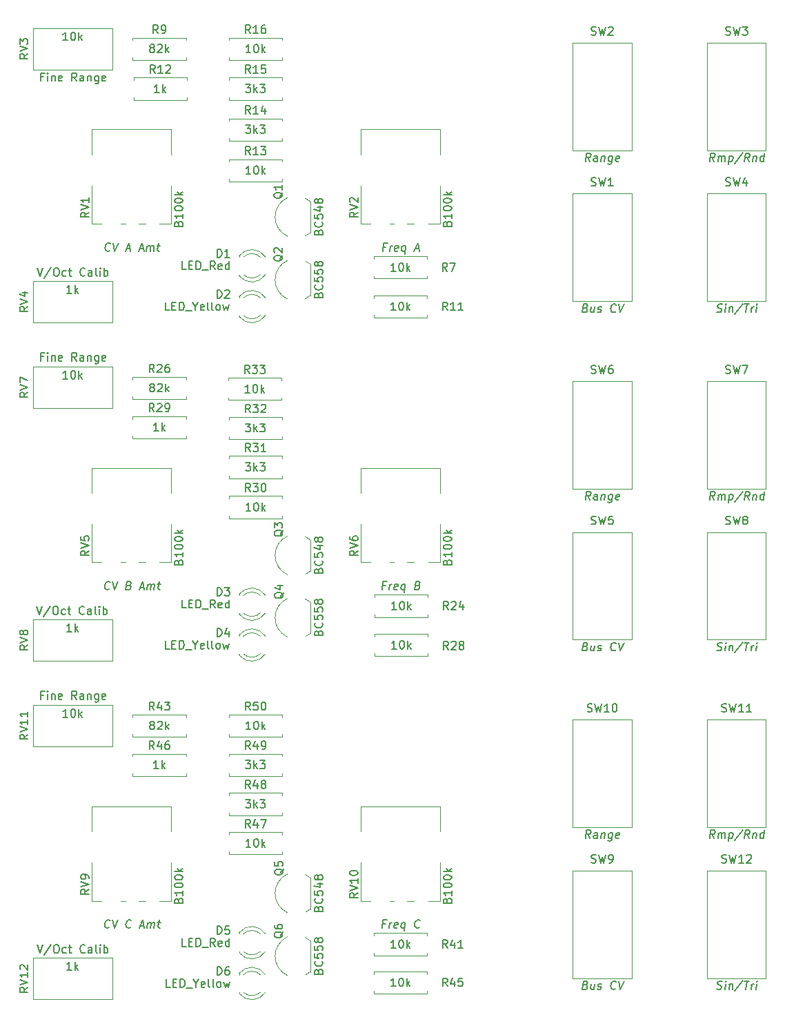
<source format=gto>
%TF.GenerationSoftware,KiCad,Pcbnew,9.0.7*%
%TF.CreationDate,2026-02-21T19:23:01+01:00*%
%TF.ProjectId,DMH_VCLFO_v2_PCB_Controls,444d485f-5643-44c4-964f-5f76325f5043,1*%
%TF.SameCoordinates,Original*%
%TF.FileFunction,Legend,Top*%
%TF.FilePolarity,Positive*%
%FSLAX46Y46*%
G04 Gerber Fmt 4.6, Leading zero omitted, Abs format (unit mm)*
G04 Created by KiCad (PCBNEW 9.0.7) date 2026-02-21 19:23:01*
%MOMM*%
%LPD*%
G01*
G04 APERTURE LIST*
%ADD10C,0.150000*%
%ADD11C,0.120000*%
%ADD12C,1.600000*%
%ADD13C,2.800000*%
%ADD14R,1.800000X1.800000*%
%ADD15C,1.800000*%
%ADD16R,1.500000X1.500000*%
%ADD17C,1.500000*%
%ADD18O,2.720000X3.240000*%
%ADD19C,1.440000*%
%ADD20R,1.700000X1.700000*%
%ADD21C,1.700000*%
G04 APERTURE END LIST*
D10*
X105857142Y-119554819D02*
X105523809Y-119078628D01*
X105285714Y-119554819D02*
X105285714Y-118554819D01*
X105285714Y-118554819D02*
X105666666Y-118554819D01*
X105666666Y-118554819D02*
X105761904Y-118602438D01*
X105761904Y-118602438D02*
X105809523Y-118650057D01*
X105809523Y-118650057D02*
X105857142Y-118745295D01*
X105857142Y-118745295D02*
X105857142Y-118888152D01*
X105857142Y-118888152D02*
X105809523Y-118983390D01*
X105809523Y-118983390D02*
X105761904Y-119031009D01*
X105761904Y-119031009D02*
X105666666Y-119078628D01*
X105666666Y-119078628D02*
X105285714Y-119078628D01*
X106238095Y-118650057D02*
X106285714Y-118602438D01*
X106285714Y-118602438D02*
X106380952Y-118554819D01*
X106380952Y-118554819D02*
X106619047Y-118554819D01*
X106619047Y-118554819D02*
X106714285Y-118602438D01*
X106714285Y-118602438D02*
X106761904Y-118650057D01*
X106761904Y-118650057D02*
X106809523Y-118745295D01*
X106809523Y-118745295D02*
X106809523Y-118840533D01*
X106809523Y-118840533D02*
X106761904Y-118983390D01*
X106761904Y-118983390D02*
X106190476Y-119554819D01*
X106190476Y-119554819D02*
X106809523Y-119554819D01*
X107380952Y-118983390D02*
X107285714Y-118935771D01*
X107285714Y-118935771D02*
X107238095Y-118888152D01*
X107238095Y-118888152D02*
X107190476Y-118792914D01*
X107190476Y-118792914D02*
X107190476Y-118745295D01*
X107190476Y-118745295D02*
X107238095Y-118650057D01*
X107238095Y-118650057D02*
X107285714Y-118602438D01*
X107285714Y-118602438D02*
X107380952Y-118554819D01*
X107380952Y-118554819D02*
X107571428Y-118554819D01*
X107571428Y-118554819D02*
X107666666Y-118602438D01*
X107666666Y-118602438D02*
X107714285Y-118650057D01*
X107714285Y-118650057D02*
X107761904Y-118745295D01*
X107761904Y-118745295D02*
X107761904Y-118792914D01*
X107761904Y-118792914D02*
X107714285Y-118888152D01*
X107714285Y-118888152D02*
X107666666Y-118935771D01*
X107666666Y-118935771D02*
X107571428Y-118983390D01*
X107571428Y-118983390D02*
X107380952Y-118983390D01*
X107380952Y-118983390D02*
X107285714Y-119031009D01*
X107285714Y-119031009D02*
X107238095Y-119078628D01*
X107238095Y-119078628D02*
X107190476Y-119173866D01*
X107190476Y-119173866D02*
X107190476Y-119364342D01*
X107190476Y-119364342D02*
X107238095Y-119459580D01*
X107238095Y-119459580D02*
X107285714Y-119507200D01*
X107285714Y-119507200D02*
X107380952Y-119554819D01*
X107380952Y-119554819D02*
X107571428Y-119554819D01*
X107571428Y-119554819D02*
X107666666Y-119507200D01*
X107666666Y-119507200D02*
X107714285Y-119459580D01*
X107714285Y-119459580D02*
X107761904Y-119364342D01*
X107761904Y-119364342D02*
X107761904Y-119173866D01*
X107761904Y-119173866D02*
X107714285Y-119078628D01*
X107714285Y-119078628D02*
X107666666Y-119031009D01*
X107666666Y-119031009D02*
X107571428Y-118983390D01*
X99504761Y-119454819D02*
X98933333Y-119454819D01*
X99219047Y-119454819D02*
X99219047Y-118454819D01*
X99219047Y-118454819D02*
X99123809Y-118597676D01*
X99123809Y-118597676D02*
X99028571Y-118692914D01*
X99028571Y-118692914D02*
X98933333Y-118740533D01*
X100123809Y-118454819D02*
X100219047Y-118454819D01*
X100219047Y-118454819D02*
X100314285Y-118502438D01*
X100314285Y-118502438D02*
X100361904Y-118550057D01*
X100361904Y-118550057D02*
X100409523Y-118645295D01*
X100409523Y-118645295D02*
X100457142Y-118835771D01*
X100457142Y-118835771D02*
X100457142Y-119073866D01*
X100457142Y-119073866D02*
X100409523Y-119264342D01*
X100409523Y-119264342D02*
X100361904Y-119359580D01*
X100361904Y-119359580D02*
X100314285Y-119407200D01*
X100314285Y-119407200D02*
X100219047Y-119454819D01*
X100219047Y-119454819D02*
X100123809Y-119454819D01*
X100123809Y-119454819D02*
X100028571Y-119407200D01*
X100028571Y-119407200D02*
X99980952Y-119359580D01*
X99980952Y-119359580D02*
X99933333Y-119264342D01*
X99933333Y-119264342D02*
X99885714Y-119073866D01*
X99885714Y-119073866D02*
X99885714Y-118835771D01*
X99885714Y-118835771D02*
X99933333Y-118645295D01*
X99933333Y-118645295D02*
X99980952Y-118550057D01*
X99980952Y-118550057D02*
X100028571Y-118502438D01*
X100028571Y-118502438D02*
X100123809Y-118454819D01*
X100885714Y-119454819D02*
X100885714Y-118454819D01*
X100980952Y-119073866D02*
X101266666Y-119454819D01*
X101266666Y-118788152D02*
X100885714Y-119169104D01*
X70233333Y-43984819D02*
X69900000Y-43508628D01*
X69661905Y-43984819D02*
X69661905Y-42984819D01*
X69661905Y-42984819D02*
X70042857Y-42984819D01*
X70042857Y-42984819D02*
X70138095Y-43032438D01*
X70138095Y-43032438D02*
X70185714Y-43080057D01*
X70185714Y-43080057D02*
X70233333Y-43175295D01*
X70233333Y-43175295D02*
X70233333Y-43318152D01*
X70233333Y-43318152D02*
X70185714Y-43413390D01*
X70185714Y-43413390D02*
X70138095Y-43461009D01*
X70138095Y-43461009D02*
X70042857Y-43508628D01*
X70042857Y-43508628D02*
X69661905Y-43508628D01*
X70709524Y-43984819D02*
X70900000Y-43984819D01*
X70900000Y-43984819D02*
X70995238Y-43937200D01*
X70995238Y-43937200D02*
X71042857Y-43889580D01*
X71042857Y-43889580D02*
X71138095Y-43746723D01*
X71138095Y-43746723D02*
X71185714Y-43556247D01*
X71185714Y-43556247D02*
X71185714Y-43175295D01*
X71185714Y-43175295D02*
X71138095Y-43080057D01*
X71138095Y-43080057D02*
X71090476Y-43032438D01*
X71090476Y-43032438D02*
X70995238Y-42984819D01*
X70995238Y-42984819D02*
X70804762Y-42984819D01*
X70804762Y-42984819D02*
X70709524Y-43032438D01*
X70709524Y-43032438D02*
X70661905Y-43080057D01*
X70661905Y-43080057D02*
X70614286Y-43175295D01*
X70614286Y-43175295D02*
X70614286Y-43413390D01*
X70614286Y-43413390D02*
X70661905Y-43508628D01*
X70661905Y-43508628D02*
X70709524Y-43556247D01*
X70709524Y-43556247D02*
X70804762Y-43603866D01*
X70804762Y-43603866D02*
X70995238Y-43603866D01*
X70995238Y-43603866D02*
X71090476Y-43556247D01*
X71090476Y-43556247D02*
X71138095Y-43508628D01*
X71138095Y-43508628D02*
X71185714Y-43413390D01*
X69423809Y-45783390D02*
X69328571Y-45735771D01*
X69328571Y-45735771D02*
X69280952Y-45688152D01*
X69280952Y-45688152D02*
X69233333Y-45592914D01*
X69233333Y-45592914D02*
X69233333Y-45545295D01*
X69233333Y-45545295D02*
X69280952Y-45450057D01*
X69280952Y-45450057D02*
X69328571Y-45402438D01*
X69328571Y-45402438D02*
X69423809Y-45354819D01*
X69423809Y-45354819D02*
X69614285Y-45354819D01*
X69614285Y-45354819D02*
X69709523Y-45402438D01*
X69709523Y-45402438D02*
X69757142Y-45450057D01*
X69757142Y-45450057D02*
X69804761Y-45545295D01*
X69804761Y-45545295D02*
X69804761Y-45592914D01*
X69804761Y-45592914D02*
X69757142Y-45688152D01*
X69757142Y-45688152D02*
X69709523Y-45735771D01*
X69709523Y-45735771D02*
X69614285Y-45783390D01*
X69614285Y-45783390D02*
X69423809Y-45783390D01*
X69423809Y-45783390D02*
X69328571Y-45831009D01*
X69328571Y-45831009D02*
X69280952Y-45878628D01*
X69280952Y-45878628D02*
X69233333Y-45973866D01*
X69233333Y-45973866D02*
X69233333Y-46164342D01*
X69233333Y-46164342D02*
X69280952Y-46259580D01*
X69280952Y-46259580D02*
X69328571Y-46307200D01*
X69328571Y-46307200D02*
X69423809Y-46354819D01*
X69423809Y-46354819D02*
X69614285Y-46354819D01*
X69614285Y-46354819D02*
X69709523Y-46307200D01*
X69709523Y-46307200D02*
X69757142Y-46259580D01*
X69757142Y-46259580D02*
X69804761Y-46164342D01*
X69804761Y-46164342D02*
X69804761Y-45973866D01*
X69804761Y-45973866D02*
X69757142Y-45878628D01*
X69757142Y-45878628D02*
X69709523Y-45831009D01*
X69709523Y-45831009D02*
X69614285Y-45783390D01*
X70185714Y-45450057D02*
X70233333Y-45402438D01*
X70233333Y-45402438D02*
X70328571Y-45354819D01*
X70328571Y-45354819D02*
X70566666Y-45354819D01*
X70566666Y-45354819D02*
X70661904Y-45402438D01*
X70661904Y-45402438D02*
X70709523Y-45450057D01*
X70709523Y-45450057D02*
X70757142Y-45545295D01*
X70757142Y-45545295D02*
X70757142Y-45640533D01*
X70757142Y-45640533D02*
X70709523Y-45783390D01*
X70709523Y-45783390D02*
X70138095Y-46354819D01*
X70138095Y-46354819D02*
X70757142Y-46354819D01*
X71185714Y-46354819D02*
X71185714Y-45354819D01*
X71280952Y-45973866D02*
X71566666Y-46354819D01*
X71566666Y-45688152D02*
X71185714Y-46069104D01*
X123416667Y-44157200D02*
X123559524Y-44204819D01*
X123559524Y-44204819D02*
X123797619Y-44204819D01*
X123797619Y-44204819D02*
X123892857Y-44157200D01*
X123892857Y-44157200D02*
X123940476Y-44109580D01*
X123940476Y-44109580D02*
X123988095Y-44014342D01*
X123988095Y-44014342D02*
X123988095Y-43919104D01*
X123988095Y-43919104D02*
X123940476Y-43823866D01*
X123940476Y-43823866D02*
X123892857Y-43776247D01*
X123892857Y-43776247D02*
X123797619Y-43728628D01*
X123797619Y-43728628D02*
X123607143Y-43681009D01*
X123607143Y-43681009D02*
X123511905Y-43633390D01*
X123511905Y-43633390D02*
X123464286Y-43585771D01*
X123464286Y-43585771D02*
X123416667Y-43490533D01*
X123416667Y-43490533D02*
X123416667Y-43395295D01*
X123416667Y-43395295D02*
X123464286Y-43300057D01*
X123464286Y-43300057D02*
X123511905Y-43252438D01*
X123511905Y-43252438D02*
X123607143Y-43204819D01*
X123607143Y-43204819D02*
X123845238Y-43204819D01*
X123845238Y-43204819D02*
X123988095Y-43252438D01*
X124321429Y-43204819D02*
X124559524Y-44204819D01*
X124559524Y-44204819D02*
X124750000Y-43490533D01*
X124750000Y-43490533D02*
X124940476Y-44204819D01*
X124940476Y-44204819D02*
X125178572Y-43204819D01*
X125511905Y-43300057D02*
X125559524Y-43252438D01*
X125559524Y-43252438D02*
X125654762Y-43204819D01*
X125654762Y-43204819D02*
X125892857Y-43204819D01*
X125892857Y-43204819D02*
X125988095Y-43252438D01*
X125988095Y-43252438D02*
X126035714Y-43300057D01*
X126035714Y-43300057D02*
X126083333Y-43395295D01*
X126083333Y-43395295D02*
X126083333Y-43490533D01*
X126083333Y-43490533D02*
X126035714Y-43633390D01*
X126035714Y-43633390D02*
X125464286Y-44204819D01*
X125464286Y-44204819D02*
X126083333Y-44204819D01*
X123267857Y-59704819D02*
X122994047Y-59228628D01*
X122696428Y-59704819D02*
X122821428Y-58704819D01*
X122821428Y-58704819D02*
X123202381Y-58704819D01*
X123202381Y-58704819D02*
X123291666Y-58752438D01*
X123291666Y-58752438D02*
X123333333Y-58800057D01*
X123333333Y-58800057D02*
X123369047Y-58895295D01*
X123369047Y-58895295D02*
X123351190Y-59038152D01*
X123351190Y-59038152D02*
X123291666Y-59133390D01*
X123291666Y-59133390D02*
X123238095Y-59181009D01*
X123238095Y-59181009D02*
X123136905Y-59228628D01*
X123136905Y-59228628D02*
X122755952Y-59228628D01*
X124125000Y-59704819D02*
X124190476Y-59181009D01*
X124190476Y-59181009D02*
X124154762Y-59085771D01*
X124154762Y-59085771D02*
X124065476Y-59038152D01*
X124065476Y-59038152D02*
X123875000Y-59038152D01*
X123875000Y-59038152D02*
X123773809Y-59085771D01*
X124130952Y-59657200D02*
X124029762Y-59704819D01*
X124029762Y-59704819D02*
X123791666Y-59704819D01*
X123791666Y-59704819D02*
X123702381Y-59657200D01*
X123702381Y-59657200D02*
X123666666Y-59561961D01*
X123666666Y-59561961D02*
X123678571Y-59466723D01*
X123678571Y-59466723D02*
X123738095Y-59371485D01*
X123738095Y-59371485D02*
X123839286Y-59323866D01*
X123839286Y-59323866D02*
X124077381Y-59323866D01*
X124077381Y-59323866D02*
X124178571Y-59276247D01*
X124684524Y-59038152D02*
X124601190Y-59704819D01*
X124672619Y-59133390D02*
X124726190Y-59085771D01*
X124726190Y-59085771D02*
X124827381Y-59038152D01*
X124827381Y-59038152D02*
X124970238Y-59038152D01*
X124970238Y-59038152D02*
X125059524Y-59085771D01*
X125059524Y-59085771D02*
X125095238Y-59181009D01*
X125095238Y-59181009D02*
X125029762Y-59704819D01*
X126017857Y-59038152D02*
X125916667Y-59847676D01*
X125916667Y-59847676D02*
X125857143Y-59942914D01*
X125857143Y-59942914D02*
X125803571Y-59990533D01*
X125803571Y-59990533D02*
X125702381Y-60038152D01*
X125702381Y-60038152D02*
X125559524Y-60038152D01*
X125559524Y-60038152D02*
X125470238Y-59990533D01*
X125940476Y-59657200D02*
X125839286Y-59704819D01*
X125839286Y-59704819D02*
X125648810Y-59704819D01*
X125648810Y-59704819D02*
X125559524Y-59657200D01*
X125559524Y-59657200D02*
X125517857Y-59609580D01*
X125517857Y-59609580D02*
X125482143Y-59514342D01*
X125482143Y-59514342D02*
X125517857Y-59228628D01*
X125517857Y-59228628D02*
X125577381Y-59133390D01*
X125577381Y-59133390D02*
X125630952Y-59085771D01*
X125630952Y-59085771D02*
X125732143Y-59038152D01*
X125732143Y-59038152D02*
X125922619Y-59038152D01*
X125922619Y-59038152D02*
X126011905Y-59085771D01*
X126797619Y-59657200D02*
X126696429Y-59704819D01*
X126696429Y-59704819D02*
X126505952Y-59704819D01*
X126505952Y-59704819D02*
X126416667Y-59657200D01*
X126416667Y-59657200D02*
X126380952Y-59561961D01*
X126380952Y-59561961D02*
X126428572Y-59181009D01*
X126428572Y-59181009D02*
X126488095Y-59085771D01*
X126488095Y-59085771D02*
X126589286Y-59038152D01*
X126589286Y-59038152D02*
X126779762Y-59038152D01*
X126779762Y-59038152D02*
X126869048Y-59085771D01*
X126869048Y-59085771D02*
X126904762Y-59181009D01*
X126904762Y-59181009D02*
X126892857Y-59276247D01*
X126892857Y-59276247D02*
X126404762Y-59371485D01*
X77487030Y-112954819D02*
X77487030Y-111954819D01*
X77487030Y-111954819D02*
X77725125Y-111954819D01*
X77725125Y-111954819D02*
X77867982Y-112002438D01*
X77867982Y-112002438D02*
X77963220Y-112097676D01*
X77963220Y-112097676D02*
X78010839Y-112192914D01*
X78010839Y-112192914D02*
X78058458Y-112383390D01*
X78058458Y-112383390D02*
X78058458Y-112526247D01*
X78058458Y-112526247D02*
X78010839Y-112716723D01*
X78010839Y-112716723D02*
X77963220Y-112811961D01*
X77963220Y-112811961D02*
X77867982Y-112907200D01*
X77867982Y-112907200D02*
X77725125Y-112954819D01*
X77725125Y-112954819D02*
X77487030Y-112954819D01*
X78391792Y-111954819D02*
X79010839Y-111954819D01*
X79010839Y-111954819D02*
X78677506Y-112335771D01*
X78677506Y-112335771D02*
X78820363Y-112335771D01*
X78820363Y-112335771D02*
X78915601Y-112383390D01*
X78915601Y-112383390D02*
X78963220Y-112431009D01*
X78963220Y-112431009D02*
X79010839Y-112526247D01*
X79010839Y-112526247D02*
X79010839Y-112764342D01*
X79010839Y-112764342D02*
X78963220Y-112859580D01*
X78963220Y-112859580D02*
X78915601Y-112907200D01*
X78915601Y-112907200D02*
X78820363Y-112954819D01*
X78820363Y-112954819D02*
X78534649Y-112954819D01*
X78534649Y-112954819D02*
X78439411Y-112907200D01*
X78439411Y-112907200D02*
X78391792Y-112859580D01*
X73677505Y-114454819D02*
X73201315Y-114454819D01*
X73201315Y-114454819D02*
X73201315Y-113454819D01*
X74010839Y-113931009D02*
X74344172Y-113931009D01*
X74487029Y-114454819D02*
X74010839Y-114454819D01*
X74010839Y-114454819D02*
X74010839Y-113454819D01*
X74010839Y-113454819D02*
X74487029Y-113454819D01*
X74915601Y-114454819D02*
X74915601Y-113454819D01*
X74915601Y-113454819D02*
X75153696Y-113454819D01*
X75153696Y-113454819D02*
X75296553Y-113502438D01*
X75296553Y-113502438D02*
X75391791Y-113597676D01*
X75391791Y-113597676D02*
X75439410Y-113692914D01*
X75439410Y-113692914D02*
X75487029Y-113883390D01*
X75487029Y-113883390D02*
X75487029Y-114026247D01*
X75487029Y-114026247D02*
X75439410Y-114216723D01*
X75439410Y-114216723D02*
X75391791Y-114311961D01*
X75391791Y-114311961D02*
X75296553Y-114407200D01*
X75296553Y-114407200D02*
X75153696Y-114454819D01*
X75153696Y-114454819D02*
X74915601Y-114454819D01*
X75677506Y-114550057D02*
X76439410Y-114550057D01*
X77248934Y-114454819D02*
X76915601Y-113978628D01*
X76677506Y-114454819D02*
X76677506Y-113454819D01*
X76677506Y-113454819D02*
X77058458Y-113454819D01*
X77058458Y-113454819D02*
X77153696Y-113502438D01*
X77153696Y-113502438D02*
X77201315Y-113550057D01*
X77201315Y-113550057D02*
X77248934Y-113645295D01*
X77248934Y-113645295D02*
X77248934Y-113788152D01*
X77248934Y-113788152D02*
X77201315Y-113883390D01*
X77201315Y-113883390D02*
X77153696Y-113931009D01*
X77153696Y-113931009D02*
X77058458Y-113978628D01*
X77058458Y-113978628D02*
X76677506Y-113978628D01*
X78058458Y-114407200D02*
X77963220Y-114454819D01*
X77963220Y-114454819D02*
X77772744Y-114454819D01*
X77772744Y-114454819D02*
X77677506Y-114407200D01*
X77677506Y-114407200D02*
X77629887Y-114311961D01*
X77629887Y-114311961D02*
X77629887Y-113931009D01*
X77629887Y-113931009D02*
X77677506Y-113835771D01*
X77677506Y-113835771D02*
X77772744Y-113788152D01*
X77772744Y-113788152D02*
X77963220Y-113788152D01*
X77963220Y-113788152D02*
X78058458Y-113835771D01*
X78058458Y-113835771D02*
X78106077Y-113931009D01*
X78106077Y-113931009D02*
X78106077Y-114026247D01*
X78106077Y-114026247D02*
X77629887Y-114121485D01*
X78963220Y-114454819D02*
X78963220Y-113454819D01*
X78963220Y-114407200D02*
X78867982Y-114454819D01*
X78867982Y-114454819D02*
X78677506Y-114454819D01*
X78677506Y-114454819D02*
X78582268Y-114407200D01*
X78582268Y-114407200D02*
X78534649Y-114359580D01*
X78534649Y-114359580D02*
X78487030Y-114264342D01*
X78487030Y-114264342D02*
X78487030Y-113978628D01*
X78487030Y-113978628D02*
X78534649Y-113883390D01*
X78534649Y-113883390D02*
X78582268Y-113835771D01*
X78582268Y-113835771D02*
X78677506Y-113788152D01*
X78677506Y-113788152D02*
X78867982Y-113788152D01*
X78867982Y-113788152D02*
X78963220Y-113835771D01*
X81557142Y-131784819D02*
X81223809Y-131308628D01*
X80985714Y-131784819D02*
X80985714Y-130784819D01*
X80985714Y-130784819D02*
X81366666Y-130784819D01*
X81366666Y-130784819D02*
X81461904Y-130832438D01*
X81461904Y-130832438D02*
X81509523Y-130880057D01*
X81509523Y-130880057D02*
X81557142Y-130975295D01*
X81557142Y-130975295D02*
X81557142Y-131118152D01*
X81557142Y-131118152D02*
X81509523Y-131213390D01*
X81509523Y-131213390D02*
X81461904Y-131261009D01*
X81461904Y-131261009D02*
X81366666Y-131308628D01*
X81366666Y-131308628D02*
X80985714Y-131308628D01*
X82414285Y-131118152D02*
X82414285Y-131784819D01*
X82176190Y-130737200D02*
X81938095Y-131451485D01*
X81938095Y-131451485D02*
X82557142Y-131451485D01*
X82985714Y-131784819D02*
X83176190Y-131784819D01*
X83176190Y-131784819D02*
X83271428Y-131737200D01*
X83271428Y-131737200D02*
X83319047Y-131689580D01*
X83319047Y-131689580D02*
X83414285Y-131546723D01*
X83414285Y-131546723D02*
X83461904Y-131356247D01*
X83461904Y-131356247D02*
X83461904Y-130975295D01*
X83461904Y-130975295D02*
X83414285Y-130880057D01*
X83414285Y-130880057D02*
X83366666Y-130832438D01*
X83366666Y-130832438D02*
X83271428Y-130784819D01*
X83271428Y-130784819D02*
X83080952Y-130784819D01*
X83080952Y-130784819D02*
X82985714Y-130832438D01*
X82985714Y-130832438D02*
X82938095Y-130880057D01*
X82938095Y-130880057D02*
X82890476Y-130975295D01*
X82890476Y-130975295D02*
X82890476Y-131213390D01*
X82890476Y-131213390D02*
X82938095Y-131308628D01*
X82938095Y-131308628D02*
X82985714Y-131356247D01*
X82985714Y-131356247D02*
X83080952Y-131403866D01*
X83080952Y-131403866D02*
X83271428Y-131403866D01*
X83271428Y-131403866D02*
X83366666Y-131356247D01*
X83366666Y-131356247D02*
X83414285Y-131308628D01*
X83414285Y-131308628D02*
X83461904Y-131213390D01*
X80985714Y-133154819D02*
X81604761Y-133154819D01*
X81604761Y-133154819D02*
X81271428Y-133535771D01*
X81271428Y-133535771D02*
X81414285Y-133535771D01*
X81414285Y-133535771D02*
X81509523Y-133583390D01*
X81509523Y-133583390D02*
X81557142Y-133631009D01*
X81557142Y-133631009D02*
X81604761Y-133726247D01*
X81604761Y-133726247D02*
X81604761Y-133964342D01*
X81604761Y-133964342D02*
X81557142Y-134059580D01*
X81557142Y-134059580D02*
X81509523Y-134107200D01*
X81509523Y-134107200D02*
X81414285Y-134154819D01*
X81414285Y-134154819D02*
X81128571Y-134154819D01*
X81128571Y-134154819D02*
X81033333Y-134107200D01*
X81033333Y-134107200D02*
X80985714Y-134059580D01*
X82033333Y-134154819D02*
X82033333Y-133154819D01*
X82128571Y-133773866D02*
X82414285Y-134154819D01*
X82414285Y-133488152D02*
X82033333Y-133869104D01*
X82747619Y-133154819D02*
X83366666Y-133154819D01*
X83366666Y-133154819D02*
X83033333Y-133535771D01*
X83033333Y-133535771D02*
X83176190Y-133535771D01*
X83176190Y-133535771D02*
X83271428Y-133583390D01*
X83271428Y-133583390D02*
X83319047Y-133631009D01*
X83319047Y-133631009D02*
X83366666Y-133726247D01*
X83366666Y-133726247D02*
X83366666Y-133964342D01*
X83366666Y-133964342D02*
X83319047Y-134059580D01*
X83319047Y-134059580D02*
X83271428Y-134107200D01*
X83271428Y-134107200D02*
X83176190Y-134154819D01*
X83176190Y-134154819D02*
X82890476Y-134154819D01*
X82890476Y-134154819D02*
X82795238Y-134107200D01*
X82795238Y-134107200D02*
X82747619Y-134059580D01*
X81557142Y-90484819D02*
X81223809Y-90008628D01*
X80985714Y-90484819D02*
X80985714Y-89484819D01*
X80985714Y-89484819D02*
X81366666Y-89484819D01*
X81366666Y-89484819D02*
X81461904Y-89532438D01*
X81461904Y-89532438D02*
X81509523Y-89580057D01*
X81509523Y-89580057D02*
X81557142Y-89675295D01*
X81557142Y-89675295D02*
X81557142Y-89818152D01*
X81557142Y-89818152D02*
X81509523Y-89913390D01*
X81509523Y-89913390D02*
X81461904Y-89961009D01*
X81461904Y-89961009D02*
X81366666Y-90008628D01*
X81366666Y-90008628D02*
X80985714Y-90008628D01*
X81890476Y-89484819D02*
X82509523Y-89484819D01*
X82509523Y-89484819D02*
X82176190Y-89865771D01*
X82176190Y-89865771D02*
X82319047Y-89865771D01*
X82319047Y-89865771D02*
X82414285Y-89913390D01*
X82414285Y-89913390D02*
X82461904Y-89961009D01*
X82461904Y-89961009D02*
X82509523Y-90056247D01*
X82509523Y-90056247D02*
X82509523Y-90294342D01*
X82509523Y-90294342D02*
X82461904Y-90389580D01*
X82461904Y-90389580D02*
X82414285Y-90437200D01*
X82414285Y-90437200D02*
X82319047Y-90484819D01*
X82319047Y-90484819D02*
X82033333Y-90484819D01*
X82033333Y-90484819D02*
X81938095Y-90437200D01*
X81938095Y-90437200D02*
X81890476Y-90389580D01*
X82890476Y-89580057D02*
X82938095Y-89532438D01*
X82938095Y-89532438D02*
X83033333Y-89484819D01*
X83033333Y-89484819D02*
X83271428Y-89484819D01*
X83271428Y-89484819D02*
X83366666Y-89532438D01*
X83366666Y-89532438D02*
X83414285Y-89580057D01*
X83414285Y-89580057D02*
X83461904Y-89675295D01*
X83461904Y-89675295D02*
X83461904Y-89770533D01*
X83461904Y-89770533D02*
X83414285Y-89913390D01*
X83414285Y-89913390D02*
X82842857Y-90484819D01*
X82842857Y-90484819D02*
X83461904Y-90484819D01*
X80985714Y-91854819D02*
X81604761Y-91854819D01*
X81604761Y-91854819D02*
X81271428Y-92235771D01*
X81271428Y-92235771D02*
X81414285Y-92235771D01*
X81414285Y-92235771D02*
X81509523Y-92283390D01*
X81509523Y-92283390D02*
X81557142Y-92331009D01*
X81557142Y-92331009D02*
X81604761Y-92426247D01*
X81604761Y-92426247D02*
X81604761Y-92664342D01*
X81604761Y-92664342D02*
X81557142Y-92759580D01*
X81557142Y-92759580D02*
X81509523Y-92807200D01*
X81509523Y-92807200D02*
X81414285Y-92854819D01*
X81414285Y-92854819D02*
X81128571Y-92854819D01*
X81128571Y-92854819D02*
X81033333Y-92807200D01*
X81033333Y-92807200D02*
X80985714Y-92759580D01*
X82033333Y-92854819D02*
X82033333Y-91854819D01*
X82128571Y-92473866D02*
X82414285Y-92854819D01*
X82414285Y-92188152D02*
X82033333Y-92569104D01*
X82747619Y-91854819D02*
X83366666Y-91854819D01*
X83366666Y-91854819D02*
X83033333Y-92235771D01*
X83033333Y-92235771D02*
X83176190Y-92235771D01*
X83176190Y-92235771D02*
X83271428Y-92283390D01*
X83271428Y-92283390D02*
X83319047Y-92331009D01*
X83319047Y-92331009D02*
X83366666Y-92426247D01*
X83366666Y-92426247D02*
X83366666Y-92664342D01*
X83366666Y-92664342D02*
X83319047Y-92759580D01*
X83319047Y-92759580D02*
X83271428Y-92807200D01*
X83271428Y-92807200D02*
X83176190Y-92854819D01*
X83176190Y-92854819D02*
X82890476Y-92854819D01*
X82890476Y-92854819D02*
X82795238Y-92807200D01*
X82795238Y-92807200D02*
X82747619Y-92759580D01*
X69757142Y-90384819D02*
X69423809Y-89908628D01*
X69185714Y-90384819D02*
X69185714Y-89384819D01*
X69185714Y-89384819D02*
X69566666Y-89384819D01*
X69566666Y-89384819D02*
X69661904Y-89432438D01*
X69661904Y-89432438D02*
X69709523Y-89480057D01*
X69709523Y-89480057D02*
X69757142Y-89575295D01*
X69757142Y-89575295D02*
X69757142Y-89718152D01*
X69757142Y-89718152D02*
X69709523Y-89813390D01*
X69709523Y-89813390D02*
X69661904Y-89861009D01*
X69661904Y-89861009D02*
X69566666Y-89908628D01*
X69566666Y-89908628D02*
X69185714Y-89908628D01*
X70138095Y-89480057D02*
X70185714Y-89432438D01*
X70185714Y-89432438D02*
X70280952Y-89384819D01*
X70280952Y-89384819D02*
X70519047Y-89384819D01*
X70519047Y-89384819D02*
X70614285Y-89432438D01*
X70614285Y-89432438D02*
X70661904Y-89480057D01*
X70661904Y-89480057D02*
X70709523Y-89575295D01*
X70709523Y-89575295D02*
X70709523Y-89670533D01*
X70709523Y-89670533D02*
X70661904Y-89813390D01*
X70661904Y-89813390D02*
X70090476Y-90384819D01*
X70090476Y-90384819D02*
X70709523Y-90384819D01*
X71185714Y-90384819D02*
X71376190Y-90384819D01*
X71376190Y-90384819D02*
X71471428Y-90337200D01*
X71471428Y-90337200D02*
X71519047Y-90289580D01*
X71519047Y-90289580D02*
X71614285Y-90146723D01*
X71614285Y-90146723D02*
X71661904Y-89956247D01*
X71661904Y-89956247D02*
X71661904Y-89575295D01*
X71661904Y-89575295D02*
X71614285Y-89480057D01*
X71614285Y-89480057D02*
X71566666Y-89432438D01*
X71566666Y-89432438D02*
X71471428Y-89384819D01*
X71471428Y-89384819D02*
X71280952Y-89384819D01*
X71280952Y-89384819D02*
X71185714Y-89432438D01*
X71185714Y-89432438D02*
X71138095Y-89480057D01*
X71138095Y-89480057D02*
X71090476Y-89575295D01*
X71090476Y-89575295D02*
X71090476Y-89813390D01*
X71090476Y-89813390D02*
X71138095Y-89908628D01*
X71138095Y-89908628D02*
X71185714Y-89956247D01*
X71185714Y-89956247D02*
X71280952Y-90003866D01*
X71280952Y-90003866D02*
X71471428Y-90003866D01*
X71471428Y-90003866D02*
X71566666Y-89956247D01*
X71566666Y-89956247D02*
X71614285Y-89908628D01*
X71614285Y-89908628D02*
X71661904Y-89813390D01*
X70280952Y-92754819D02*
X69709524Y-92754819D01*
X69995238Y-92754819D02*
X69995238Y-91754819D01*
X69995238Y-91754819D02*
X69900000Y-91897676D01*
X69900000Y-91897676D02*
X69804762Y-91992914D01*
X69804762Y-91992914D02*
X69709524Y-92040533D01*
X70709524Y-92754819D02*
X70709524Y-91754819D01*
X70804762Y-92373866D02*
X71090476Y-92754819D01*
X71090476Y-92088152D02*
X70709524Y-92469104D01*
X81557142Y-43984819D02*
X81223809Y-43508628D01*
X80985714Y-43984819D02*
X80985714Y-42984819D01*
X80985714Y-42984819D02*
X81366666Y-42984819D01*
X81366666Y-42984819D02*
X81461904Y-43032438D01*
X81461904Y-43032438D02*
X81509523Y-43080057D01*
X81509523Y-43080057D02*
X81557142Y-43175295D01*
X81557142Y-43175295D02*
X81557142Y-43318152D01*
X81557142Y-43318152D02*
X81509523Y-43413390D01*
X81509523Y-43413390D02*
X81461904Y-43461009D01*
X81461904Y-43461009D02*
X81366666Y-43508628D01*
X81366666Y-43508628D02*
X80985714Y-43508628D01*
X82509523Y-43984819D02*
X81938095Y-43984819D01*
X82223809Y-43984819D02*
X82223809Y-42984819D01*
X82223809Y-42984819D02*
X82128571Y-43127676D01*
X82128571Y-43127676D02*
X82033333Y-43222914D01*
X82033333Y-43222914D02*
X81938095Y-43270533D01*
X83366666Y-42984819D02*
X83176190Y-42984819D01*
X83176190Y-42984819D02*
X83080952Y-43032438D01*
X83080952Y-43032438D02*
X83033333Y-43080057D01*
X83033333Y-43080057D02*
X82938095Y-43222914D01*
X82938095Y-43222914D02*
X82890476Y-43413390D01*
X82890476Y-43413390D02*
X82890476Y-43794342D01*
X82890476Y-43794342D02*
X82938095Y-43889580D01*
X82938095Y-43889580D02*
X82985714Y-43937200D01*
X82985714Y-43937200D02*
X83080952Y-43984819D01*
X83080952Y-43984819D02*
X83271428Y-43984819D01*
X83271428Y-43984819D02*
X83366666Y-43937200D01*
X83366666Y-43937200D02*
X83414285Y-43889580D01*
X83414285Y-43889580D02*
X83461904Y-43794342D01*
X83461904Y-43794342D02*
X83461904Y-43556247D01*
X83461904Y-43556247D02*
X83414285Y-43461009D01*
X83414285Y-43461009D02*
X83366666Y-43413390D01*
X83366666Y-43413390D02*
X83271428Y-43365771D01*
X83271428Y-43365771D02*
X83080952Y-43365771D01*
X83080952Y-43365771D02*
X82985714Y-43413390D01*
X82985714Y-43413390D02*
X82938095Y-43461009D01*
X82938095Y-43461009D02*
X82890476Y-43556247D01*
X81604761Y-46354819D02*
X81033333Y-46354819D01*
X81319047Y-46354819D02*
X81319047Y-45354819D01*
X81319047Y-45354819D02*
X81223809Y-45497676D01*
X81223809Y-45497676D02*
X81128571Y-45592914D01*
X81128571Y-45592914D02*
X81033333Y-45640533D01*
X82223809Y-45354819D02*
X82319047Y-45354819D01*
X82319047Y-45354819D02*
X82414285Y-45402438D01*
X82414285Y-45402438D02*
X82461904Y-45450057D01*
X82461904Y-45450057D02*
X82509523Y-45545295D01*
X82509523Y-45545295D02*
X82557142Y-45735771D01*
X82557142Y-45735771D02*
X82557142Y-45973866D01*
X82557142Y-45973866D02*
X82509523Y-46164342D01*
X82509523Y-46164342D02*
X82461904Y-46259580D01*
X82461904Y-46259580D02*
X82414285Y-46307200D01*
X82414285Y-46307200D02*
X82319047Y-46354819D01*
X82319047Y-46354819D02*
X82223809Y-46354819D01*
X82223809Y-46354819D02*
X82128571Y-46307200D01*
X82128571Y-46307200D02*
X82080952Y-46259580D01*
X82080952Y-46259580D02*
X82033333Y-46164342D01*
X82033333Y-46164342D02*
X81985714Y-45973866D01*
X81985714Y-45973866D02*
X81985714Y-45735771D01*
X81985714Y-45735771D02*
X82033333Y-45545295D01*
X82033333Y-45545295D02*
X82080952Y-45450057D01*
X82080952Y-45450057D02*
X82128571Y-45402438D01*
X82128571Y-45402438D02*
X82223809Y-45354819D01*
X82985714Y-46354819D02*
X82985714Y-45354819D01*
X83080952Y-45973866D02*
X83366666Y-46354819D01*
X83366666Y-45688152D02*
X82985714Y-46069104D01*
X77487030Y-71454819D02*
X77487030Y-70454819D01*
X77487030Y-70454819D02*
X77725125Y-70454819D01*
X77725125Y-70454819D02*
X77867982Y-70502438D01*
X77867982Y-70502438D02*
X77963220Y-70597676D01*
X77963220Y-70597676D02*
X78010839Y-70692914D01*
X78010839Y-70692914D02*
X78058458Y-70883390D01*
X78058458Y-70883390D02*
X78058458Y-71026247D01*
X78058458Y-71026247D02*
X78010839Y-71216723D01*
X78010839Y-71216723D02*
X77963220Y-71311961D01*
X77963220Y-71311961D02*
X77867982Y-71407200D01*
X77867982Y-71407200D02*
X77725125Y-71454819D01*
X77725125Y-71454819D02*
X77487030Y-71454819D01*
X79010839Y-71454819D02*
X78439411Y-71454819D01*
X78725125Y-71454819D02*
X78725125Y-70454819D01*
X78725125Y-70454819D02*
X78629887Y-70597676D01*
X78629887Y-70597676D02*
X78534649Y-70692914D01*
X78534649Y-70692914D02*
X78439411Y-70740533D01*
X73677505Y-72954819D02*
X73201315Y-72954819D01*
X73201315Y-72954819D02*
X73201315Y-71954819D01*
X74010839Y-72431009D02*
X74344172Y-72431009D01*
X74487029Y-72954819D02*
X74010839Y-72954819D01*
X74010839Y-72954819D02*
X74010839Y-71954819D01*
X74010839Y-71954819D02*
X74487029Y-71954819D01*
X74915601Y-72954819D02*
X74915601Y-71954819D01*
X74915601Y-71954819D02*
X75153696Y-71954819D01*
X75153696Y-71954819D02*
X75296553Y-72002438D01*
X75296553Y-72002438D02*
X75391791Y-72097676D01*
X75391791Y-72097676D02*
X75439410Y-72192914D01*
X75439410Y-72192914D02*
X75487029Y-72383390D01*
X75487029Y-72383390D02*
X75487029Y-72526247D01*
X75487029Y-72526247D02*
X75439410Y-72716723D01*
X75439410Y-72716723D02*
X75391791Y-72811961D01*
X75391791Y-72811961D02*
X75296553Y-72907200D01*
X75296553Y-72907200D02*
X75153696Y-72954819D01*
X75153696Y-72954819D02*
X74915601Y-72954819D01*
X75677506Y-73050057D02*
X76439410Y-73050057D01*
X77248934Y-72954819D02*
X76915601Y-72478628D01*
X76677506Y-72954819D02*
X76677506Y-71954819D01*
X76677506Y-71954819D02*
X77058458Y-71954819D01*
X77058458Y-71954819D02*
X77153696Y-72002438D01*
X77153696Y-72002438D02*
X77201315Y-72050057D01*
X77201315Y-72050057D02*
X77248934Y-72145295D01*
X77248934Y-72145295D02*
X77248934Y-72288152D01*
X77248934Y-72288152D02*
X77201315Y-72383390D01*
X77201315Y-72383390D02*
X77153696Y-72431009D01*
X77153696Y-72431009D02*
X77058458Y-72478628D01*
X77058458Y-72478628D02*
X76677506Y-72478628D01*
X78058458Y-72907200D02*
X77963220Y-72954819D01*
X77963220Y-72954819D02*
X77772744Y-72954819D01*
X77772744Y-72954819D02*
X77677506Y-72907200D01*
X77677506Y-72907200D02*
X77629887Y-72811961D01*
X77629887Y-72811961D02*
X77629887Y-72431009D01*
X77629887Y-72431009D02*
X77677506Y-72335771D01*
X77677506Y-72335771D02*
X77772744Y-72288152D01*
X77772744Y-72288152D02*
X77963220Y-72288152D01*
X77963220Y-72288152D02*
X78058458Y-72335771D01*
X78058458Y-72335771D02*
X78106077Y-72431009D01*
X78106077Y-72431009D02*
X78106077Y-72526247D01*
X78106077Y-72526247D02*
X77629887Y-72621485D01*
X78963220Y-72954819D02*
X78963220Y-71954819D01*
X78963220Y-72907200D02*
X78867982Y-72954819D01*
X78867982Y-72954819D02*
X78677506Y-72954819D01*
X78677506Y-72954819D02*
X78582268Y-72907200D01*
X78582268Y-72907200D02*
X78534649Y-72859580D01*
X78534649Y-72859580D02*
X78487030Y-72764342D01*
X78487030Y-72764342D02*
X78487030Y-72478628D01*
X78487030Y-72478628D02*
X78534649Y-72383390D01*
X78534649Y-72383390D02*
X78582268Y-72335771D01*
X78582268Y-72335771D02*
X78677506Y-72288152D01*
X78677506Y-72288152D02*
X78867982Y-72288152D01*
X78867982Y-72288152D02*
X78963220Y-72335771D01*
X77487030Y-154454819D02*
X77487030Y-153454819D01*
X77487030Y-153454819D02*
X77725125Y-153454819D01*
X77725125Y-153454819D02*
X77867982Y-153502438D01*
X77867982Y-153502438D02*
X77963220Y-153597676D01*
X77963220Y-153597676D02*
X78010839Y-153692914D01*
X78010839Y-153692914D02*
X78058458Y-153883390D01*
X78058458Y-153883390D02*
X78058458Y-154026247D01*
X78058458Y-154026247D02*
X78010839Y-154216723D01*
X78010839Y-154216723D02*
X77963220Y-154311961D01*
X77963220Y-154311961D02*
X77867982Y-154407200D01*
X77867982Y-154407200D02*
X77725125Y-154454819D01*
X77725125Y-154454819D02*
X77487030Y-154454819D01*
X78963220Y-153454819D02*
X78487030Y-153454819D01*
X78487030Y-153454819D02*
X78439411Y-153931009D01*
X78439411Y-153931009D02*
X78487030Y-153883390D01*
X78487030Y-153883390D02*
X78582268Y-153835771D01*
X78582268Y-153835771D02*
X78820363Y-153835771D01*
X78820363Y-153835771D02*
X78915601Y-153883390D01*
X78915601Y-153883390D02*
X78963220Y-153931009D01*
X78963220Y-153931009D02*
X79010839Y-154026247D01*
X79010839Y-154026247D02*
X79010839Y-154264342D01*
X79010839Y-154264342D02*
X78963220Y-154359580D01*
X78963220Y-154359580D02*
X78915601Y-154407200D01*
X78915601Y-154407200D02*
X78820363Y-154454819D01*
X78820363Y-154454819D02*
X78582268Y-154454819D01*
X78582268Y-154454819D02*
X78487030Y-154407200D01*
X78487030Y-154407200D02*
X78439411Y-154359580D01*
X73677505Y-155954819D02*
X73201315Y-155954819D01*
X73201315Y-155954819D02*
X73201315Y-154954819D01*
X74010839Y-155431009D02*
X74344172Y-155431009D01*
X74487029Y-155954819D02*
X74010839Y-155954819D01*
X74010839Y-155954819D02*
X74010839Y-154954819D01*
X74010839Y-154954819D02*
X74487029Y-154954819D01*
X74915601Y-155954819D02*
X74915601Y-154954819D01*
X74915601Y-154954819D02*
X75153696Y-154954819D01*
X75153696Y-154954819D02*
X75296553Y-155002438D01*
X75296553Y-155002438D02*
X75391791Y-155097676D01*
X75391791Y-155097676D02*
X75439410Y-155192914D01*
X75439410Y-155192914D02*
X75487029Y-155383390D01*
X75487029Y-155383390D02*
X75487029Y-155526247D01*
X75487029Y-155526247D02*
X75439410Y-155716723D01*
X75439410Y-155716723D02*
X75391791Y-155811961D01*
X75391791Y-155811961D02*
X75296553Y-155907200D01*
X75296553Y-155907200D02*
X75153696Y-155954819D01*
X75153696Y-155954819D02*
X74915601Y-155954819D01*
X75677506Y-156050057D02*
X76439410Y-156050057D01*
X77248934Y-155954819D02*
X76915601Y-155478628D01*
X76677506Y-155954819D02*
X76677506Y-154954819D01*
X76677506Y-154954819D02*
X77058458Y-154954819D01*
X77058458Y-154954819D02*
X77153696Y-155002438D01*
X77153696Y-155002438D02*
X77201315Y-155050057D01*
X77201315Y-155050057D02*
X77248934Y-155145295D01*
X77248934Y-155145295D02*
X77248934Y-155288152D01*
X77248934Y-155288152D02*
X77201315Y-155383390D01*
X77201315Y-155383390D02*
X77153696Y-155431009D01*
X77153696Y-155431009D02*
X77058458Y-155478628D01*
X77058458Y-155478628D02*
X76677506Y-155478628D01*
X78058458Y-155907200D02*
X77963220Y-155954819D01*
X77963220Y-155954819D02*
X77772744Y-155954819D01*
X77772744Y-155954819D02*
X77677506Y-155907200D01*
X77677506Y-155907200D02*
X77629887Y-155811961D01*
X77629887Y-155811961D02*
X77629887Y-155431009D01*
X77629887Y-155431009D02*
X77677506Y-155335771D01*
X77677506Y-155335771D02*
X77772744Y-155288152D01*
X77772744Y-155288152D02*
X77963220Y-155288152D01*
X77963220Y-155288152D02*
X78058458Y-155335771D01*
X78058458Y-155335771D02*
X78106077Y-155431009D01*
X78106077Y-155431009D02*
X78106077Y-155526247D01*
X78106077Y-155526247D02*
X77629887Y-155621485D01*
X78963220Y-155954819D02*
X78963220Y-154954819D01*
X78963220Y-155907200D02*
X78867982Y-155954819D01*
X78867982Y-155954819D02*
X78677506Y-155954819D01*
X78677506Y-155954819D02*
X78582268Y-155907200D01*
X78582268Y-155907200D02*
X78534649Y-155859580D01*
X78534649Y-155859580D02*
X78487030Y-155764342D01*
X78487030Y-155764342D02*
X78487030Y-155478628D01*
X78487030Y-155478628D02*
X78534649Y-155383390D01*
X78534649Y-155383390D02*
X78582268Y-155335771D01*
X78582268Y-155335771D02*
X78677506Y-155288152D01*
X78677506Y-155288152D02*
X78867982Y-155288152D01*
X78867982Y-155288152D02*
X78963220Y-155335771D01*
X122940476Y-127157200D02*
X123083333Y-127204819D01*
X123083333Y-127204819D02*
X123321428Y-127204819D01*
X123321428Y-127204819D02*
X123416666Y-127157200D01*
X123416666Y-127157200D02*
X123464285Y-127109580D01*
X123464285Y-127109580D02*
X123511904Y-127014342D01*
X123511904Y-127014342D02*
X123511904Y-126919104D01*
X123511904Y-126919104D02*
X123464285Y-126823866D01*
X123464285Y-126823866D02*
X123416666Y-126776247D01*
X123416666Y-126776247D02*
X123321428Y-126728628D01*
X123321428Y-126728628D02*
X123130952Y-126681009D01*
X123130952Y-126681009D02*
X123035714Y-126633390D01*
X123035714Y-126633390D02*
X122988095Y-126585771D01*
X122988095Y-126585771D02*
X122940476Y-126490533D01*
X122940476Y-126490533D02*
X122940476Y-126395295D01*
X122940476Y-126395295D02*
X122988095Y-126300057D01*
X122988095Y-126300057D02*
X123035714Y-126252438D01*
X123035714Y-126252438D02*
X123130952Y-126204819D01*
X123130952Y-126204819D02*
X123369047Y-126204819D01*
X123369047Y-126204819D02*
X123511904Y-126252438D01*
X123845238Y-126204819D02*
X124083333Y-127204819D01*
X124083333Y-127204819D02*
X124273809Y-126490533D01*
X124273809Y-126490533D02*
X124464285Y-127204819D01*
X124464285Y-127204819D02*
X124702381Y-126204819D01*
X125607142Y-127204819D02*
X125035714Y-127204819D01*
X125321428Y-127204819D02*
X125321428Y-126204819D01*
X125321428Y-126204819D02*
X125226190Y-126347676D01*
X125226190Y-126347676D02*
X125130952Y-126442914D01*
X125130952Y-126442914D02*
X125035714Y-126490533D01*
X126226190Y-126204819D02*
X126321428Y-126204819D01*
X126321428Y-126204819D02*
X126416666Y-126252438D01*
X126416666Y-126252438D02*
X126464285Y-126300057D01*
X126464285Y-126300057D02*
X126511904Y-126395295D01*
X126511904Y-126395295D02*
X126559523Y-126585771D01*
X126559523Y-126585771D02*
X126559523Y-126823866D01*
X126559523Y-126823866D02*
X126511904Y-127014342D01*
X126511904Y-127014342D02*
X126464285Y-127109580D01*
X126464285Y-127109580D02*
X126416666Y-127157200D01*
X126416666Y-127157200D02*
X126321428Y-127204819D01*
X126321428Y-127204819D02*
X126226190Y-127204819D01*
X126226190Y-127204819D02*
X126130952Y-127157200D01*
X126130952Y-127157200D02*
X126083333Y-127109580D01*
X126083333Y-127109580D02*
X126035714Y-127014342D01*
X126035714Y-127014342D02*
X125988095Y-126823866D01*
X125988095Y-126823866D02*
X125988095Y-126585771D01*
X125988095Y-126585771D02*
X126035714Y-126395295D01*
X126035714Y-126395295D02*
X126083333Y-126300057D01*
X126083333Y-126300057D02*
X126130952Y-126252438D01*
X126130952Y-126252438D02*
X126226190Y-126204819D01*
X123267857Y-142704819D02*
X122994047Y-142228628D01*
X122696428Y-142704819D02*
X122821428Y-141704819D01*
X122821428Y-141704819D02*
X123202381Y-141704819D01*
X123202381Y-141704819D02*
X123291666Y-141752438D01*
X123291666Y-141752438D02*
X123333333Y-141800057D01*
X123333333Y-141800057D02*
X123369047Y-141895295D01*
X123369047Y-141895295D02*
X123351190Y-142038152D01*
X123351190Y-142038152D02*
X123291666Y-142133390D01*
X123291666Y-142133390D02*
X123238095Y-142181009D01*
X123238095Y-142181009D02*
X123136905Y-142228628D01*
X123136905Y-142228628D02*
X122755952Y-142228628D01*
X124125000Y-142704819D02*
X124190476Y-142181009D01*
X124190476Y-142181009D02*
X124154762Y-142085771D01*
X124154762Y-142085771D02*
X124065476Y-142038152D01*
X124065476Y-142038152D02*
X123875000Y-142038152D01*
X123875000Y-142038152D02*
X123773809Y-142085771D01*
X124130952Y-142657200D02*
X124029762Y-142704819D01*
X124029762Y-142704819D02*
X123791666Y-142704819D01*
X123791666Y-142704819D02*
X123702381Y-142657200D01*
X123702381Y-142657200D02*
X123666666Y-142561961D01*
X123666666Y-142561961D02*
X123678571Y-142466723D01*
X123678571Y-142466723D02*
X123738095Y-142371485D01*
X123738095Y-142371485D02*
X123839286Y-142323866D01*
X123839286Y-142323866D02*
X124077381Y-142323866D01*
X124077381Y-142323866D02*
X124178571Y-142276247D01*
X124684524Y-142038152D02*
X124601190Y-142704819D01*
X124672619Y-142133390D02*
X124726190Y-142085771D01*
X124726190Y-142085771D02*
X124827381Y-142038152D01*
X124827381Y-142038152D02*
X124970238Y-142038152D01*
X124970238Y-142038152D02*
X125059524Y-142085771D01*
X125059524Y-142085771D02*
X125095238Y-142181009D01*
X125095238Y-142181009D02*
X125029762Y-142704819D01*
X126017857Y-142038152D02*
X125916667Y-142847676D01*
X125916667Y-142847676D02*
X125857143Y-142942914D01*
X125857143Y-142942914D02*
X125803571Y-142990533D01*
X125803571Y-142990533D02*
X125702381Y-143038152D01*
X125702381Y-143038152D02*
X125559524Y-143038152D01*
X125559524Y-143038152D02*
X125470238Y-142990533D01*
X125940476Y-142657200D02*
X125839286Y-142704819D01*
X125839286Y-142704819D02*
X125648810Y-142704819D01*
X125648810Y-142704819D02*
X125559524Y-142657200D01*
X125559524Y-142657200D02*
X125517857Y-142609580D01*
X125517857Y-142609580D02*
X125482143Y-142514342D01*
X125482143Y-142514342D02*
X125517857Y-142228628D01*
X125517857Y-142228628D02*
X125577381Y-142133390D01*
X125577381Y-142133390D02*
X125630952Y-142085771D01*
X125630952Y-142085771D02*
X125732143Y-142038152D01*
X125732143Y-142038152D02*
X125922619Y-142038152D01*
X125922619Y-142038152D02*
X126011905Y-142085771D01*
X126797619Y-142657200D02*
X126696429Y-142704819D01*
X126696429Y-142704819D02*
X126505952Y-142704819D01*
X126505952Y-142704819D02*
X126416667Y-142657200D01*
X126416667Y-142657200D02*
X126380952Y-142561961D01*
X126380952Y-142561961D02*
X126428572Y-142181009D01*
X126428572Y-142181009D02*
X126488095Y-142085771D01*
X126488095Y-142085771D02*
X126589286Y-142038152D01*
X126589286Y-142038152D02*
X126779762Y-142038152D01*
X126779762Y-142038152D02*
X126869048Y-142085771D01*
X126869048Y-142085771D02*
X126904762Y-142181009D01*
X126904762Y-142181009D02*
X126892857Y-142276247D01*
X126892857Y-142276247D02*
X126404762Y-142371485D01*
X85650057Y-146445238D02*
X85602438Y-146540476D01*
X85602438Y-146540476D02*
X85507200Y-146635714D01*
X85507200Y-146635714D02*
X85364342Y-146778571D01*
X85364342Y-146778571D02*
X85316723Y-146873809D01*
X85316723Y-146873809D02*
X85316723Y-146969047D01*
X85554819Y-146921428D02*
X85507200Y-147016666D01*
X85507200Y-147016666D02*
X85411961Y-147111904D01*
X85411961Y-147111904D02*
X85221485Y-147159523D01*
X85221485Y-147159523D02*
X84888152Y-147159523D01*
X84888152Y-147159523D02*
X84697676Y-147111904D01*
X84697676Y-147111904D02*
X84602438Y-147016666D01*
X84602438Y-147016666D02*
X84554819Y-146921428D01*
X84554819Y-146921428D02*
X84554819Y-146730952D01*
X84554819Y-146730952D02*
X84602438Y-146635714D01*
X84602438Y-146635714D02*
X84697676Y-146540476D01*
X84697676Y-146540476D02*
X84888152Y-146492857D01*
X84888152Y-146492857D02*
X85221485Y-146492857D01*
X85221485Y-146492857D02*
X85411961Y-146540476D01*
X85411961Y-146540476D02*
X85507200Y-146635714D01*
X85507200Y-146635714D02*
X85554819Y-146730952D01*
X85554819Y-146730952D02*
X85554819Y-146921428D01*
X84554819Y-145588095D02*
X84554819Y-146064285D01*
X84554819Y-146064285D02*
X85031009Y-146111904D01*
X85031009Y-146111904D02*
X84983390Y-146064285D01*
X84983390Y-146064285D02*
X84935771Y-145969047D01*
X84935771Y-145969047D02*
X84935771Y-145730952D01*
X84935771Y-145730952D02*
X84983390Y-145635714D01*
X84983390Y-145635714D02*
X85031009Y-145588095D01*
X85031009Y-145588095D02*
X85126247Y-145540476D01*
X85126247Y-145540476D02*
X85364342Y-145540476D01*
X85364342Y-145540476D02*
X85459580Y-145588095D01*
X85459580Y-145588095D02*
X85507200Y-145635714D01*
X85507200Y-145635714D02*
X85554819Y-145730952D01*
X85554819Y-145730952D02*
X85554819Y-145969047D01*
X85554819Y-145969047D02*
X85507200Y-146064285D01*
X85507200Y-146064285D02*
X85459580Y-146111904D01*
X89921009Y-151307142D02*
X89968628Y-151164285D01*
X89968628Y-151164285D02*
X90016247Y-151116666D01*
X90016247Y-151116666D02*
X90111485Y-151069047D01*
X90111485Y-151069047D02*
X90254342Y-151069047D01*
X90254342Y-151069047D02*
X90349580Y-151116666D01*
X90349580Y-151116666D02*
X90397200Y-151164285D01*
X90397200Y-151164285D02*
X90444819Y-151259523D01*
X90444819Y-151259523D02*
X90444819Y-151640475D01*
X90444819Y-151640475D02*
X89444819Y-151640475D01*
X89444819Y-151640475D02*
X89444819Y-151307142D01*
X89444819Y-151307142D02*
X89492438Y-151211904D01*
X89492438Y-151211904D02*
X89540057Y-151164285D01*
X89540057Y-151164285D02*
X89635295Y-151116666D01*
X89635295Y-151116666D02*
X89730533Y-151116666D01*
X89730533Y-151116666D02*
X89825771Y-151164285D01*
X89825771Y-151164285D02*
X89873390Y-151211904D01*
X89873390Y-151211904D02*
X89921009Y-151307142D01*
X89921009Y-151307142D02*
X89921009Y-151640475D01*
X90349580Y-150069047D02*
X90397200Y-150116666D01*
X90397200Y-150116666D02*
X90444819Y-150259523D01*
X90444819Y-150259523D02*
X90444819Y-150354761D01*
X90444819Y-150354761D02*
X90397200Y-150497618D01*
X90397200Y-150497618D02*
X90301961Y-150592856D01*
X90301961Y-150592856D02*
X90206723Y-150640475D01*
X90206723Y-150640475D02*
X90016247Y-150688094D01*
X90016247Y-150688094D02*
X89873390Y-150688094D01*
X89873390Y-150688094D02*
X89682914Y-150640475D01*
X89682914Y-150640475D02*
X89587676Y-150592856D01*
X89587676Y-150592856D02*
X89492438Y-150497618D01*
X89492438Y-150497618D02*
X89444819Y-150354761D01*
X89444819Y-150354761D02*
X89444819Y-150259523D01*
X89444819Y-150259523D02*
X89492438Y-150116666D01*
X89492438Y-150116666D02*
X89540057Y-150069047D01*
X89444819Y-149164285D02*
X89444819Y-149640475D01*
X89444819Y-149640475D02*
X89921009Y-149688094D01*
X89921009Y-149688094D02*
X89873390Y-149640475D01*
X89873390Y-149640475D02*
X89825771Y-149545237D01*
X89825771Y-149545237D02*
X89825771Y-149307142D01*
X89825771Y-149307142D02*
X89873390Y-149211904D01*
X89873390Y-149211904D02*
X89921009Y-149164285D01*
X89921009Y-149164285D02*
X90016247Y-149116666D01*
X90016247Y-149116666D02*
X90254342Y-149116666D01*
X90254342Y-149116666D02*
X90349580Y-149164285D01*
X90349580Y-149164285D02*
X90397200Y-149211904D01*
X90397200Y-149211904D02*
X90444819Y-149307142D01*
X90444819Y-149307142D02*
X90444819Y-149545237D01*
X90444819Y-149545237D02*
X90397200Y-149640475D01*
X90397200Y-149640475D02*
X90349580Y-149688094D01*
X89778152Y-148259523D02*
X90444819Y-148259523D01*
X89397200Y-148497618D02*
X90111485Y-148735713D01*
X90111485Y-148735713D02*
X90111485Y-148116666D01*
X89873390Y-147592856D02*
X89825771Y-147688094D01*
X89825771Y-147688094D02*
X89778152Y-147735713D01*
X89778152Y-147735713D02*
X89682914Y-147783332D01*
X89682914Y-147783332D02*
X89635295Y-147783332D01*
X89635295Y-147783332D02*
X89540057Y-147735713D01*
X89540057Y-147735713D02*
X89492438Y-147688094D01*
X89492438Y-147688094D02*
X89444819Y-147592856D01*
X89444819Y-147592856D02*
X89444819Y-147402380D01*
X89444819Y-147402380D02*
X89492438Y-147307142D01*
X89492438Y-147307142D02*
X89540057Y-147259523D01*
X89540057Y-147259523D02*
X89635295Y-147211904D01*
X89635295Y-147211904D02*
X89682914Y-147211904D01*
X89682914Y-147211904D02*
X89778152Y-147259523D01*
X89778152Y-147259523D02*
X89825771Y-147307142D01*
X89825771Y-147307142D02*
X89873390Y-147402380D01*
X89873390Y-147402380D02*
X89873390Y-147592856D01*
X89873390Y-147592856D02*
X89921009Y-147688094D01*
X89921009Y-147688094D02*
X89968628Y-147735713D01*
X89968628Y-147735713D02*
X90063866Y-147783332D01*
X90063866Y-147783332D02*
X90254342Y-147783332D01*
X90254342Y-147783332D02*
X90349580Y-147735713D01*
X90349580Y-147735713D02*
X90397200Y-147688094D01*
X90397200Y-147688094D02*
X90444819Y-147592856D01*
X90444819Y-147592856D02*
X90444819Y-147402380D01*
X90444819Y-147402380D02*
X90397200Y-147307142D01*
X90397200Y-147307142D02*
X90349580Y-147259523D01*
X90349580Y-147259523D02*
X90254342Y-147211904D01*
X90254342Y-147211904D02*
X90063866Y-147211904D01*
X90063866Y-147211904D02*
X89968628Y-147259523D01*
X89968628Y-147259523D02*
X89921009Y-147307142D01*
X89921009Y-147307142D02*
X89873390Y-147402380D01*
X81557142Y-95284819D02*
X81223809Y-94808628D01*
X80985714Y-95284819D02*
X80985714Y-94284819D01*
X80985714Y-94284819D02*
X81366666Y-94284819D01*
X81366666Y-94284819D02*
X81461904Y-94332438D01*
X81461904Y-94332438D02*
X81509523Y-94380057D01*
X81509523Y-94380057D02*
X81557142Y-94475295D01*
X81557142Y-94475295D02*
X81557142Y-94618152D01*
X81557142Y-94618152D02*
X81509523Y-94713390D01*
X81509523Y-94713390D02*
X81461904Y-94761009D01*
X81461904Y-94761009D02*
X81366666Y-94808628D01*
X81366666Y-94808628D02*
X80985714Y-94808628D01*
X81890476Y-94284819D02*
X82509523Y-94284819D01*
X82509523Y-94284819D02*
X82176190Y-94665771D01*
X82176190Y-94665771D02*
X82319047Y-94665771D01*
X82319047Y-94665771D02*
X82414285Y-94713390D01*
X82414285Y-94713390D02*
X82461904Y-94761009D01*
X82461904Y-94761009D02*
X82509523Y-94856247D01*
X82509523Y-94856247D02*
X82509523Y-95094342D01*
X82509523Y-95094342D02*
X82461904Y-95189580D01*
X82461904Y-95189580D02*
X82414285Y-95237200D01*
X82414285Y-95237200D02*
X82319047Y-95284819D01*
X82319047Y-95284819D02*
X82033333Y-95284819D01*
X82033333Y-95284819D02*
X81938095Y-95237200D01*
X81938095Y-95237200D02*
X81890476Y-95189580D01*
X83461904Y-95284819D02*
X82890476Y-95284819D01*
X83176190Y-95284819D02*
X83176190Y-94284819D01*
X83176190Y-94284819D02*
X83080952Y-94427676D01*
X83080952Y-94427676D02*
X82985714Y-94522914D01*
X82985714Y-94522914D02*
X82890476Y-94570533D01*
X80985714Y-96654819D02*
X81604761Y-96654819D01*
X81604761Y-96654819D02*
X81271428Y-97035771D01*
X81271428Y-97035771D02*
X81414285Y-97035771D01*
X81414285Y-97035771D02*
X81509523Y-97083390D01*
X81509523Y-97083390D02*
X81557142Y-97131009D01*
X81557142Y-97131009D02*
X81604761Y-97226247D01*
X81604761Y-97226247D02*
X81604761Y-97464342D01*
X81604761Y-97464342D02*
X81557142Y-97559580D01*
X81557142Y-97559580D02*
X81509523Y-97607200D01*
X81509523Y-97607200D02*
X81414285Y-97654819D01*
X81414285Y-97654819D02*
X81128571Y-97654819D01*
X81128571Y-97654819D02*
X81033333Y-97607200D01*
X81033333Y-97607200D02*
X80985714Y-97559580D01*
X82033333Y-97654819D02*
X82033333Y-96654819D01*
X82128571Y-97273866D02*
X82414285Y-97654819D01*
X82414285Y-96988152D02*
X82033333Y-97369104D01*
X82747619Y-96654819D02*
X83366666Y-96654819D01*
X83366666Y-96654819D02*
X83033333Y-97035771D01*
X83033333Y-97035771D02*
X83176190Y-97035771D01*
X83176190Y-97035771D02*
X83271428Y-97083390D01*
X83271428Y-97083390D02*
X83319047Y-97131009D01*
X83319047Y-97131009D02*
X83366666Y-97226247D01*
X83366666Y-97226247D02*
X83366666Y-97464342D01*
X83366666Y-97464342D02*
X83319047Y-97559580D01*
X83319047Y-97559580D02*
X83271428Y-97607200D01*
X83271428Y-97607200D02*
X83176190Y-97654819D01*
X83176190Y-97654819D02*
X82890476Y-97654819D01*
X82890476Y-97654819D02*
X82795238Y-97607200D01*
X82795238Y-97607200D02*
X82747619Y-97559580D01*
X81557142Y-48884819D02*
X81223809Y-48408628D01*
X80985714Y-48884819D02*
X80985714Y-47884819D01*
X80985714Y-47884819D02*
X81366666Y-47884819D01*
X81366666Y-47884819D02*
X81461904Y-47932438D01*
X81461904Y-47932438D02*
X81509523Y-47980057D01*
X81509523Y-47980057D02*
X81557142Y-48075295D01*
X81557142Y-48075295D02*
X81557142Y-48218152D01*
X81557142Y-48218152D02*
X81509523Y-48313390D01*
X81509523Y-48313390D02*
X81461904Y-48361009D01*
X81461904Y-48361009D02*
X81366666Y-48408628D01*
X81366666Y-48408628D02*
X80985714Y-48408628D01*
X82509523Y-48884819D02*
X81938095Y-48884819D01*
X82223809Y-48884819D02*
X82223809Y-47884819D01*
X82223809Y-47884819D02*
X82128571Y-48027676D01*
X82128571Y-48027676D02*
X82033333Y-48122914D01*
X82033333Y-48122914D02*
X81938095Y-48170533D01*
X83414285Y-47884819D02*
X82938095Y-47884819D01*
X82938095Y-47884819D02*
X82890476Y-48361009D01*
X82890476Y-48361009D02*
X82938095Y-48313390D01*
X82938095Y-48313390D02*
X83033333Y-48265771D01*
X83033333Y-48265771D02*
X83271428Y-48265771D01*
X83271428Y-48265771D02*
X83366666Y-48313390D01*
X83366666Y-48313390D02*
X83414285Y-48361009D01*
X83414285Y-48361009D02*
X83461904Y-48456247D01*
X83461904Y-48456247D02*
X83461904Y-48694342D01*
X83461904Y-48694342D02*
X83414285Y-48789580D01*
X83414285Y-48789580D02*
X83366666Y-48837200D01*
X83366666Y-48837200D02*
X83271428Y-48884819D01*
X83271428Y-48884819D02*
X83033333Y-48884819D01*
X83033333Y-48884819D02*
X82938095Y-48837200D01*
X82938095Y-48837200D02*
X82890476Y-48789580D01*
X80985714Y-50254819D02*
X81604761Y-50254819D01*
X81604761Y-50254819D02*
X81271428Y-50635771D01*
X81271428Y-50635771D02*
X81414285Y-50635771D01*
X81414285Y-50635771D02*
X81509523Y-50683390D01*
X81509523Y-50683390D02*
X81557142Y-50731009D01*
X81557142Y-50731009D02*
X81604761Y-50826247D01*
X81604761Y-50826247D02*
X81604761Y-51064342D01*
X81604761Y-51064342D02*
X81557142Y-51159580D01*
X81557142Y-51159580D02*
X81509523Y-51207200D01*
X81509523Y-51207200D02*
X81414285Y-51254819D01*
X81414285Y-51254819D02*
X81128571Y-51254819D01*
X81128571Y-51254819D02*
X81033333Y-51207200D01*
X81033333Y-51207200D02*
X80985714Y-51159580D01*
X82033333Y-51254819D02*
X82033333Y-50254819D01*
X82128571Y-50873866D02*
X82414285Y-51254819D01*
X82414285Y-50588152D02*
X82033333Y-50969104D01*
X82747619Y-50254819D02*
X83366666Y-50254819D01*
X83366666Y-50254819D02*
X83033333Y-50635771D01*
X83033333Y-50635771D02*
X83176190Y-50635771D01*
X83176190Y-50635771D02*
X83271428Y-50683390D01*
X83271428Y-50683390D02*
X83319047Y-50731009D01*
X83319047Y-50731009D02*
X83366666Y-50826247D01*
X83366666Y-50826247D02*
X83366666Y-51064342D01*
X83366666Y-51064342D02*
X83319047Y-51159580D01*
X83319047Y-51159580D02*
X83271428Y-51207200D01*
X83271428Y-51207200D02*
X83176190Y-51254819D01*
X83176190Y-51254819D02*
X82890476Y-51254819D01*
X82890476Y-51254819D02*
X82795238Y-51207200D01*
X82795238Y-51207200D02*
X82747619Y-51159580D01*
X81557142Y-58884819D02*
X81223809Y-58408628D01*
X80985714Y-58884819D02*
X80985714Y-57884819D01*
X80985714Y-57884819D02*
X81366666Y-57884819D01*
X81366666Y-57884819D02*
X81461904Y-57932438D01*
X81461904Y-57932438D02*
X81509523Y-57980057D01*
X81509523Y-57980057D02*
X81557142Y-58075295D01*
X81557142Y-58075295D02*
X81557142Y-58218152D01*
X81557142Y-58218152D02*
X81509523Y-58313390D01*
X81509523Y-58313390D02*
X81461904Y-58361009D01*
X81461904Y-58361009D02*
X81366666Y-58408628D01*
X81366666Y-58408628D02*
X80985714Y-58408628D01*
X82509523Y-58884819D02*
X81938095Y-58884819D01*
X82223809Y-58884819D02*
X82223809Y-57884819D01*
X82223809Y-57884819D02*
X82128571Y-58027676D01*
X82128571Y-58027676D02*
X82033333Y-58122914D01*
X82033333Y-58122914D02*
X81938095Y-58170533D01*
X82842857Y-57884819D02*
X83461904Y-57884819D01*
X83461904Y-57884819D02*
X83128571Y-58265771D01*
X83128571Y-58265771D02*
X83271428Y-58265771D01*
X83271428Y-58265771D02*
X83366666Y-58313390D01*
X83366666Y-58313390D02*
X83414285Y-58361009D01*
X83414285Y-58361009D02*
X83461904Y-58456247D01*
X83461904Y-58456247D02*
X83461904Y-58694342D01*
X83461904Y-58694342D02*
X83414285Y-58789580D01*
X83414285Y-58789580D02*
X83366666Y-58837200D01*
X83366666Y-58837200D02*
X83271428Y-58884819D01*
X83271428Y-58884819D02*
X82985714Y-58884819D01*
X82985714Y-58884819D02*
X82890476Y-58837200D01*
X82890476Y-58837200D02*
X82842857Y-58789580D01*
X81604761Y-61254819D02*
X81033333Y-61254819D01*
X81319047Y-61254819D02*
X81319047Y-60254819D01*
X81319047Y-60254819D02*
X81223809Y-60397676D01*
X81223809Y-60397676D02*
X81128571Y-60492914D01*
X81128571Y-60492914D02*
X81033333Y-60540533D01*
X82223809Y-60254819D02*
X82319047Y-60254819D01*
X82319047Y-60254819D02*
X82414285Y-60302438D01*
X82414285Y-60302438D02*
X82461904Y-60350057D01*
X82461904Y-60350057D02*
X82509523Y-60445295D01*
X82509523Y-60445295D02*
X82557142Y-60635771D01*
X82557142Y-60635771D02*
X82557142Y-60873866D01*
X82557142Y-60873866D02*
X82509523Y-61064342D01*
X82509523Y-61064342D02*
X82461904Y-61159580D01*
X82461904Y-61159580D02*
X82414285Y-61207200D01*
X82414285Y-61207200D02*
X82319047Y-61254819D01*
X82319047Y-61254819D02*
X82223809Y-61254819D01*
X82223809Y-61254819D02*
X82128571Y-61207200D01*
X82128571Y-61207200D02*
X82080952Y-61159580D01*
X82080952Y-61159580D02*
X82033333Y-61064342D01*
X82033333Y-61064342D02*
X81985714Y-60873866D01*
X81985714Y-60873866D02*
X81985714Y-60635771D01*
X81985714Y-60635771D02*
X82033333Y-60445295D01*
X82033333Y-60445295D02*
X82080952Y-60350057D01*
X82080952Y-60350057D02*
X82128571Y-60302438D01*
X82128571Y-60302438D02*
X82223809Y-60254819D01*
X82985714Y-61254819D02*
X82985714Y-60254819D01*
X83080952Y-60873866D02*
X83366666Y-61254819D01*
X83366666Y-60588152D02*
X82985714Y-60969104D01*
X77487030Y-117954819D02*
X77487030Y-116954819D01*
X77487030Y-116954819D02*
X77725125Y-116954819D01*
X77725125Y-116954819D02*
X77867982Y-117002438D01*
X77867982Y-117002438D02*
X77963220Y-117097676D01*
X77963220Y-117097676D02*
X78010839Y-117192914D01*
X78010839Y-117192914D02*
X78058458Y-117383390D01*
X78058458Y-117383390D02*
X78058458Y-117526247D01*
X78058458Y-117526247D02*
X78010839Y-117716723D01*
X78010839Y-117716723D02*
X77963220Y-117811961D01*
X77963220Y-117811961D02*
X77867982Y-117907200D01*
X77867982Y-117907200D02*
X77725125Y-117954819D01*
X77725125Y-117954819D02*
X77487030Y-117954819D01*
X78915601Y-117288152D02*
X78915601Y-117954819D01*
X78677506Y-116907200D02*
X78439411Y-117621485D01*
X78439411Y-117621485D02*
X79058458Y-117621485D01*
X71625123Y-119454819D02*
X71148933Y-119454819D01*
X71148933Y-119454819D02*
X71148933Y-118454819D01*
X71958457Y-118931009D02*
X72291790Y-118931009D01*
X72434647Y-119454819D02*
X71958457Y-119454819D01*
X71958457Y-119454819D02*
X71958457Y-118454819D01*
X71958457Y-118454819D02*
X72434647Y-118454819D01*
X72863219Y-119454819D02*
X72863219Y-118454819D01*
X72863219Y-118454819D02*
X73101314Y-118454819D01*
X73101314Y-118454819D02*
X73244171Y-118502438D01*
X73244171Y-118502438D02*
X73339409Y-118597676D01*
X73339409Y-118597676D02*
X73387028Y-118692914D01*
X73387028Y-118692914D02*
X73434647Y-118883390D01*
X73434647Y-118883390D02*
X73434647Y-119026247D01*
X73434647Y-119026247D02*
X73387028Y-119216723D01*
X73387028Y-119216723D02*
X73339409Y-119311961D01*
X73339409Y-119311961D02*
X73244171Y-119407200D01*
X73244171Y-119407200D02*
X73101314Y-119454819D01*
X73101314Y-119454819D02*
X72863219Y-119454819D01*
X73625124Y-119550057D02*
X74387028Y-119550057D01*
X74815600Y-118978628D02*
X74815600Y-119454819D01*
X74482267Y-118454819D02*
X74815600Y-118978628D01*
X74815600Y-118978628D02*
X75148933Y-118454819D01*
X75863219Y-119407200D02*
X75767981Y-119454819D01*
X75767981Y-119454819D02*
X75577505Y-119454819D01*
X75577505Y-119454819D02*
X75482267Y-119407200D01*
X75482267Y-119407200D02*
X75434648Y-119311961D01*
X75434648Y-119311961D02*
X75434648Y-118931009D01*
X75434648Y-118931009D02*
X75482267Y-118835771D01*
X75482267Y-118835771D02*
X75577505Y-118788152D01*
X75577505Y-118788152D02*
X75767981Y-118788152D01*
X75767981Y-118788152D02*
X75863219Y-118835771D01*
X75863219Y-118835771D02*
X75910838Y-118931009D01*
X75910838Y-118931009D02*
X75910838Y-119026247D01*
X75910838Y-119026247D02*
X75434648Y-119121485D01*
X76482267Y-119454819D02*
X76387029Y-119407200D01*
X76387029Y-119407200D02*
X76339410Y-119311961D01*
X76339410Y-119311961D02*
X76339410Y-118454819D01*
X77006077Y-119454819D02*
X76910839Y-119407200D01*
X76910839Y-119407200D02*
X76863220Y-119311961D01*
X76863220Y-119311961D02*
X76863220Y-118454819D01*
X77529887Y-119454819D02*
X77434649Y-119407200D01*
X77434649Y-119407200D02*
X77387030Y-119359580D01*
X77387030Y-119359580D02*
X77339411Y-119264342D01*
X77339411Y-119264342D02*
X77339411Y-118978628D01*
X77339411Y-118978628D02*
X77387030Y-118883390D01*
X77387030Y-118883390D02*
X77434649Y-118835771D01*
X77434649Y-118835771D02*
X77529887Y-118788152D01*
X77529887Y-118788152D02*
X77672744Y-118788152D01*
X77672744Y-118788152D02*
X77767982Y-118835771D01*
X77767982Y-118835771D02*
X77815601Y-118883390D01*
X77815601Y-118883390D02*
X77863220Y-118978628D01*
X77863220Y-118978628D02*
X77863220Y-119264342D01*
X77863220Y-119264342D02*
X77815601Y-119359580D01*
X77815601Y-119359580D02*
X77767982Y-119407200D01*
X77767982Y-119407200D02*
X77672744Y-119454819D01*
X77672744Y-119454819D02*
X77529887Y-119454819D01*
X78196554Y-118788152D02*
X78387030Y-119454819D01*
X78387030Y-119454819D02*
X78577506Y-118978628D01*
X78577506Y-118978628D02*
X78767982Y-119454819D01*
X78767982Y-119454819D02*
X78958458Y-118788152D01*
X94754819Y-65945238D02*
X94278628Y-66278571D01*
X94754819Y-66516666D02*
X93754819Y-66516666D01*
X93754819Y-66516666D02*
X93754819Y-66135714D01*
X93754819Y-66135714D02*
X93802438Y-66040476D01*
X93802438Y-66040476D02*
X93850057Y-65992857D01*
X93850057Y-65992857D02*
X93945295Y-65945238D01*
X93945295Y-65945238D02*
X94088152Y-65945238D01*
X94088152Y-65945238D02*
X94183390Y-65992857D01*
X94183390Y-65992857D02*
X94231009Y-66040476D01*
X94231009Y-66040476D02*
X94278628Y-66135714D01*
X94278628Y-66135714D02*
X94278628Y-66516666D01*
X93754819Y-65659523D02*
X94754819Y-65326190D01*
X94754819Y-65326190D02*
X93754819Y-64992857D01*
X93850057Y-64707142D02*
X93802438Y-64659523D01*
X93802438Y-64659523D02*
X93754819Y-64564285D01*
X93754819Y-64564285D02*
X93754819Y-64326190D01*
X93754819Y-64326190D02*
X93802438Y-64230952D01*
X93802438Y-64230952D02*
X93850057Y-64183333D01*
X93850057Y-64183333D02*
X93945295Y-64135714D01*
X93945295Y-64135714D02*
X94040533Y-64135714D01*
X94040533Y-64135714D02*
X94183390Y-64183333D01*
X94183390Y-64183333D02*
X94754819Y-64754761D01*
X94754819Y-64754761D02*
X94754819Y-64135714D01*
X105731009Y-67311904D02*
X105778628Y-67169047D01*
X105778628Y-67169047D02*
X105826247Y-67121428D01*
X105826247Y-67121428D02*
X105921485Y-67073809D01*
X105921485Y-67073809D02*
X106064342Y-67073809D01*
X106064342Y-67073809D02*
X106159580Y-67121428D01*
X106159580Y-67121428D02*
X106207200Y-67169047D01*
X106207200Y-67169047D02*
X106254819Y-67264285D01*
X106254819Y-67264285D02*
X106254819Y-67645237D01*
X106254819Y-67645237D02*
X105254819Y-67645237D01*
X105254819Y-67645237D02*
X105254819Y-67311904D01*
X105254819Y-67311904D02*
X105302438Y-67216666D01*
X105302438Y-67216666D02*
X105350057Y-67169047D01*
X105350057Y-67169047D02*
X105445295Y-67121428D01*
X105445295Y-67121428D02*
X105540533Y-67121428D01*
X105540533Y-67121428D02*
X105635771Y-67169047D01*
X105635771Y-67169047D02*
X105683390Y-67216666D01*
X105683390Y-67216666D02*
X105731009Y-67311904D01*
X105731009Y-67311904D02*
X105731009Y-67645237D01*
X106254819Y-66121428D02*
X106254819Y-66692856D01*
X106254819Y-66407142D02*
X105254819Y-66407142D01*
X105254819Y-66407142D02*
X105397676Y-66502380D01*
X105397676Y-66502380D02*
X105492914Y-66597618D01*
X105492914Y-66597618D02*
X105540533Y-66692856D01*
X105254819Y-65502380D02*
X105254819Y-65407142D01*
X105254819Y-65407142D02*
X105302438Y-65311904D01*
X105302438Y-65311904D02*
X105350057Y-65264285D01*
X105350057Y-65264285D02*
X105445295Y-65216666D01*
X105445295Y-65216666D02*
X105635771Y-65169047D01*
X105635771Y-65169047D02*
X105873866Y-65169047D01*
X105873866Y-65169047D02*
X106064342Y-65216666D01*
X106064342Y-65216666D02*
X106159580Y-65264285D01*
X106159580Y-65264285D02*
X106207200Y-65311904D01*
X106207200Y-65311904D02*
X106254819Y-65407142D01*
X106254819Y-65407142D02*
X106254819Y-65502380D01*
X106254819Y-65502380D02*
X106207200Y-65597618D01*
X106207200Y-65597618D02*
X106159580Y-65645237D01*
X106159580Y-65645237D02*
X106064342Y-65692856D01*
X106064342Y-65692856D02*
X105873866Y-65740475D01*
X105873866Y-65740475D02*
X105635771Y-65740475D01*
X105635771Y-65740475D02*
X105445295Y-65692856D01*
X105445295Y-65692856D02*
X105350057Y-65645237D01*
X105350057Y-65645237D02*
X105302438Y-65597618D01*
X105302438Y-65597618D02*
X105254819Y-65502380D01*
X105254819Y-64549999D02*
X105254819Y-64454761D01*
X105254819Y-64454761D02*
X105302438Y-64359523D01*
X105302438Y-64359523D02*
X105350057Y-64311904D01*
X105350057Y-64311904D02*
X105445295Y-64264285D01*
X105445295Y-64264285D02*
X105635771Y-64216666D01*
X105635771Y-64216666D02*
X105873866Y-64216666D01*
X105873866Y-64216666D02*
X106064342Y-64264285D01*
X106064342Y-64264285D02*
X106159580Y-64311904D01*
X106159580Y-64311904D02*
X106207200Y-64359523D01*
X106207200Y-64359523D02*
X106254819Y-64454761D01*
X106254819Y-64454761D02*
X106254819Y-64549999D01*
X106254819Y-64549999D02*
X106207200Y-64645237D01*
X106207200Y-64645237D02*
X106159580Y-64692856D01*
X106159580Y-64692856D02*
X106064342Y-64740475D01*
X106064342Y-64740475D02*
X105873866Y-64788094D01*
X105873866Y-64788094D02*
X105635771Y-64788094D01*
X105635771Y-64788094D02*
X105445295Y-64740475D01*
X105445295Y-64740475D02*
X105350057Y-64692856D01*
X105350057Y-64692856D02*
X105302438Y-64645237D01*
X105302438Y-64645237D02*
X105254819Y-64549999D01*
X106254819Y-63788094D02*
X105254819Y-63788094D01*
X105873866Y-63692856D02*
X106254819Y-63407142D01*
X105588152Y-63407142D02*
X105969104Y-63788094D01*
X98202380Y-70181009D02*
X97869047Y-70181009D01*
X97803570Y-70704819D02*
X97928570Y-69704819D01*
X97928570Y-69704819D02*
X98404761Y-69704819D01*
X98660713Y-70704819D02*
X98744047Y-70038152D01*
X98720237Y-70228628D02*
X98779761Y-70133390D01*
X98779761Y-70133390D02*
X98833332Y-70085771D01*
X98833332Y-70085771D02*
X98934523Y-70038152D01*
X98934523Y-70038152D02*
X99029761Y-70038152D01*
X99666666Y-70657200D02*
X99565476Y-70704819D01*
X99565476Y-70704819D02*
X99374999Y-70704819D01*
X99374999Y-70704819D02*
X99285714Y-70657200D01*
X99285714Y-70657200D02*
X99249999Y-70561961D01*
X99249999Y-70561961D02*
X99297619Y-70181009D01*
X99297619Y-70181009D02*
X99357142Y-70085771D01*
X99357142Y-70085771D02*
X99458333Y-70038152D01*
X99458333Y-70038152D02*
X99648809Y-70038152D01*
X99648809Y-70038152D02*
X99738095Y-70085771D01*
X99738095Y-70085771D02*
X99773809Y-70181009D01*
X99773809Y-70181009D02*
X99761904Y-70276247D01*
X99761904Y-70276247D02*
X99273809Y-70371485D01*
X100648809Y-70038152D02*
X100523809Y-71038152D01*
X100571428Y-70657200D02*
X100470238Y-70704819D01*
X100470238Y-70704819D02*
X100279762Y-70704819D01*
X100279762Y-70704819D02*
X100190476Y-70657200D01*
X100190476Y-70657200D02*
X100148809Y-70609580D01*
X100148809Y-70609580D02*
X100113095Y-70514342D01*
X100113095Y-70514342D02*
X100148809Y-70228628D01*
X100148809Y-70228628D02*
X100208333Y-70133390D01*
X100208333Y-70133390D02*
X100261904Y-70085771D01*
X100261904Y-70085771D02*
X100363095Y-70038152D01*
X100363095Y-70038152D02*
X100553571Y-70038152D01*
X100553571Y-70038152D02*
X100642857Y-70085771D01*
X101791667Y-70419104D02*
X102267857Y-70419104D01*
X101660714Y-70704819D02*
X102119048Y-69704819D01*
X102119048Y-69704819D02*
X102327381Y-70704819D01*
X139916667Y-104157200D02*
X140059524Y-104204819D01*
X140059524Y-104204819D02*
X140297619Y-104204819D01*
X140297619Y-104204819D02*
X140392857Y-104157200D01*
X140392857Y-104157200D02*
X140440476Y-104109580D01*
X140440476Y-104109580D02*
X140488095Y-104014342D01*
X140488095Y-104014342D02*
X140488095Y-103919104D01*
X140488095Y-103919104D02*
X140440476Y-103823866D01*
X140440476Y-103823866D02*
X140392857Y-103776247D01*
X140392857Y-103776247D02*
X140297619Y-103728628D01*
X140297619Y-103728628D02*
X140107143Y-103681009D01*
X140107143Y-103681009D02*
X140011905Y-103633390D01*
X140011905Y-103633390D02*
X139964286Y-103585771D01*
X139964286Y-103585771D02*
X139916667Y-103490533D01*
X139916667Y-103490533D02*
X139916667Y-103395295D01*
X139916667Y-103395295D02*
X139964286Y-103300057D01*
X139964286Y-103300057D02*
X140011905Y-103252438D01*
X140011905Y-103252438D02*
X140107143Y-103204819D01*
X140107143Y-103204819D02*
X140345238Y-103204819D01*
X140345238Y-103204819D02*
X140488095Y-103252438D01*
X140821429Y-103204819D02*
X141059524Y-104204819D01*
X141059524Y-104204819D02*
X141250000Y-103490533D01*
X141250000Y-103490533D02*
X141440476Y-104204819D01*
X141440476Y-104204819D02*
X141678572Y-103204819D01*
X142202381Y-103633390D02*
X142107143Y-103585771D01*
X142107143Y-103585771D02*
X142059524Y-103538152D01*
X142059524Y-103538152D02*
X142011905Y-103442914D01*
X142011905Y-103442914D02*
X142011905Y-103395295D01*
X142011905Y-103395295D02*
X142059524Y-103300057D01*
X142059524Y-103300057D02*
X142107143Y-103252438D01*
X142107143Y-103252438D02*
X142202381Y-103204819D01*
X142202381Y-103204819D02*
X142392857Y-103204819D01*
X142392857Y-103204819D02*
X142488095Y-103252438D01*
X142488095Y-103252438D02*
X142535714Y-103300057D01*
X142535714Y-103300057D02*
X142583333Y-103395295D01*
X142583333Y-103395295D02*
X142583333Y-103442914D01*
X142583333Y-103442914D02*
X142535714Y-103538152D01*
X142535714Y-103538152D02*
X142488095Y-103585771D01*
X142488095Y-103585771D02*
X142392857Y-103633390D01*
X142392857Y-103633390D02*
X142202381Y-103633390D01*
X142202381Y-103633390D02*
X142107143Y-103681009D01*
X142107143Y-103681009D02*
X142059524Y-103728628D01*
X142059524Y-103728628D02*
X142011905Y-103823866D01*
X142011905Y-103823866D02*
X142011905Y-104014342D01*
X142011905Y-104014342D02*
X142059524Y-104109580D01*
X142059524Y-104109580D02*
X142107143Y-104157200D01*
X142107143Y-104157200D02*
X142202381Y-104204819D01*
X142202381Y-104204819D02*
X142392857Y-104204819D01*
X142392857Y-104204819D02*
X142488095Y-104157200D01*
X142488095Y-104157200D02*
X142535714Y-104109580D01*
X142535714Y-104109580D02*
X142583333Y-104014342D01*
X142583333Y-104014342D02*
X142583333Y-103823866D01*
X142583333Y-103823866D02*
X142535714Y-103728628D01*
X142535714Y-103728628D02*
X142488095Y-103681009D01*
X142488095Y-103681009D02*
X142392857Y-103633390D01*
X138821429Y-119657200D02*
X138958333Y-119704819D01*
X138958333Y-119704819D02*
X139196429Y-119704819D01*
X139196429Y-119704819D02*
X139297619Y-119657200D01*
X139297619Y-119657200D02*
X139351191Y-119609580D01*
X139351191Y-119609580D02*
X139410714Y-119514342D01*
X139410714Y-119514342D02*
X139422619Y-119419104D01*
X139422619Y-119419104D02*
X139386905Y-119323866D01*
X139386905Y-119323866D02*
X139345238Y-119276247D01*
X139345238Y-119276247D02*
X139255953Y-119228628D01*
X139255953Y-119228628D02*
X139071429Y-119181009D01*
X139071429Y-119181009D02*
X138982143Y-119133390D01*
X138982143Y-119133390D02*
X138940476Y-119085771D01*
X138940476Y-119085771D02*
X138904762Y-118990533D01*
X138904762Y-118990533D02*
X138916667Y-118895295D01*
X138916667Y-118895295D02*
X138976191Y-118800057D01*
X138976191Y-118800057D02*
X139029762Y-118752438D01*
X139029762Y-118752438D02*
X139130953Y-118704819D01*
X139130953Y-118704819D02*
X139369048Y-118704819D01*
X139369048Y-118704819D02*
X139505953Y-118752438D01*
X139815476Y-119704819D02*
X139898810Y-119038152D01*
X139940476Y-118704819D02*
X139886905Y-118752438D01*
X139886905Y-118752438D02*
X139928572Y-118800057D01*
X139928572Y-118800057D02*
X139982143Y-118752438D01*
X139982143Y-118752438D02*
X139940476Y-118704819D01*
X139940476Y-118704819D02*
X139928572Y-118800057D01*
X140375000Y-119038152D02*
X140291666Y-119704819D01*
X140363095Y-119133390D02*
X140416666Y-119085771D01*
X140416666Y-119085771D02*
X140517857Y-119038152D01*
X140517857Y-119038152D02*
X140660714Y-119038152D01*
X140660714Y-119038152D02*
X140750000Y-119085771D01*
X140750000Y-119085771D02*
X140785714Y-119181009D01*
X140785714Y-119181009D02*
X140720238Y-119704819D01*
X142041666Y-118657200D02*
X141023809Y-119942914D01*
X142226190Y-118704819D02*
X142797619Y-118704819D01*
X142386905Y-119704819D02*
X142511905Y-118704819D01*
X143005952Y-119704819D02*
X143089286Y-119038152D01*
X143065476Y-119228628D02*
X143125000Y-119133390D01*
X143125000Y-119133390D02*
X143178571Y-119085771D01*
X143178571Y-119085771D02*
X143279762Y-119038152D01*
X143279762Y-119038152D02*
X143375000Y-119038152D01*
X143625000Y-119704819D02*
X143708334Y-119038152D01*
X143750000Y-118704819D02*
X143696429Y-118752438D01*
X143696429Y-118752438D02*
X143738096Y-118800057D01*
X143738096Y-118800057D02*
X143791667Y-118752438D01*
X143791667Y-118752438D02*
X143750000Y-118704819D01*
X143750000Y-118704819D02*
X143738096Y-118800057D01*
X54254819Y-46495238D02*
X53778628Y-46828571D01*
X54254819Y-47066666D02*
X53254819Y-47066666D01*
X53254819Y-47066666D02*
X53254819Y-46685714D01*
X53254819Y-46685714D02*
X53302438Y-46590476D01*
X53302438Y-46590476D02*
X53350057Y-46542857D01*
X53350057Y-46542857D02*
X53445295Y-46495238D01*
X53445295Y-46495238D02*
X53588152Y-46495238D01*
X53588152Y-46495238D02*
X53683390Y-46542857D01*
X53683390Y-46542857D02*
X53731009Y-46590476D01*
X53731009Y-46590476D02*
X53778628Y-46685714D01*
X53778628Y-46685714D02*
X53778628Y-47066666D01*
X53254819Y-46209523D02*
X54254819Y-45876190D01*
X54254819Y-45876190D02*
X53254819Y-45542857D01*
X53254819Y-45304761D02*
X53254819Y-44685714D01*
X53254819Y-44685714D02*
X53635771Y-45019047D01*
X53635771Y-45019047D02*
X53635771Y-44876190D01*
X53635771Y-44876190D02*
X53683390Y-44780952D01*
X53683390Y-44780952D02*
X53731009Y-44733333D01*
X53731009Y-44733333D02*
X53826247Y-44685714D01*
X53826247Y-44685714D02*
X54064342Y-44685714D01*
X54064342Y-44685714D02*
X54159580Y-44733333D01*
X54159580Y-44733333D02*
X54207200Y-44780952D01*
X54207200Y-44780952D02*
X54254819Y-44876190D01*
X54254819Y-44876190D02*
X54254819Y-45161904D01*
X54254819Y-45161904D02*
X54207200Y-45257142D01*
X54207200Y-45257142D02*
X54159580Y-45304761D01*
X59144761Y-44854819D02*
X58573333Y-44854819D01*
X58859047Y-44854819D02*
X58859047Y-43854819D01*
X58859047Y-43854819D02*
X58763809Y-43997676D01*
X58763809Y-43997676D02*
X58668571Y-44092914D01*
X58668571Y-44092914D02*
X58573333Y-44140533D01*
X59763809Y-43854819D02*
X59859047Y-43854819D01*
X59859047Y-43854819D02*
X59954285Y-43902438D01*
X59954285Y-43902438D02*
X60001904Y-43950057D01*
X60001904Y-43950057D02*
X60049523Y-44045295D01*
X60049523Y-44045295D02*
X60097142Y-44235771D01*
X60097142Y-44235771D02*
X60097142Y-44473866D01*
X60097142Y-44473866D02*
X60049523Y-44664342D01*
X60049523Y-44664342D02*
X60001904Y-44759580D01*
X60001904Y-44759580D02*
X59954285Y-44807200D01*
X59954285Y-44807200D02*
X59859047Y-44854819D01*
X59859047Y-44854819D02*
X59763809Y-44854819D01*
X59763809Y-44854819D02*
X59668571Y-44807200D01*
X59668571Y-44807200D02*
X59620952Y-44759580D01*
X59620952Y-44759580D02*
X59573333Y-44664342D01*
X59573333Y-44664342D02*
X59525714Y-44473866D01*
X59525714Y-44473866D02*
X59525714Y-44235771D01*
X59525714Y-44235771D02*
X59573333Y-44045295D01*
X59573333Y-44045295D02*
X59620952Y-43950057D01*
X59620952Y-43950057D02*
X59668571Y-43902438D01*
X59668571Y-43902438D02*
X59763809Y-43854819D01*
X60525714Y-44854819D02*
X60525714Y-43854819D01*
X60620952Y-44473866D02*
X60906666Y-44854819D01*
X60906666Y-44188152D02*
X60525714Y-44569104D01*
X56157142Y-49331009D02*
X55823809Y-49331009D01*
X55823809Y-49854819D02*
X55823809Y-48854819D01*
X55823809Y-48854819D02*
X56299999Y-48854819D01*
X56680952Y-49854819D02*
X56680952Y-49188152D01*
X56680952Y-48854819D02*
X56633333Y-48902438D01*
X56633333Y-48902438D02*
X56680952Y-48950057D01*
X56680952Y-48950057D02*
X56728571Y-48902438D01*
X56728571Y-48902438D02*
X56680952Y-48854819D01*
X56680952Y-48854819D02*
X56680952Y-48950057D01*
X57157142Y-49188152D02*
X57157142Y-49854819D01*
X57157142Y-49283390D02*
X57204761Y-49235771D01*
X57204761Y-49235771D02*
X57299999Y-49188152D01*
X57299999Y-49188152D02*
X57442856Y-49188152D01*
X57442856Y-49188152D02*
X57538094Y-49235771D01*
X57538094Y-49235771D02*
X57585713Y-49331009D01*
X57585713Y-49331009D02*
X57585713Y-49854819D01*
X58442856Y-49807200D02*
X58347618Y-49854819D01*
X58347618Y-49854819D02*
X58157142Y-49854819D01*
X58157142Y-49854819D02*
X58061904Y-49807200D01*
X58061904Y-49807200D02*
X58014285Y-49711961D01*
X58014285Y-49711961D02*
X58014285Y-49331009D01*
X58014285Y-49331009D02*
X58061904Y-49235771D01*
X58061904Y-49235771D02*
X58157142Y-49188152D01*
X58157142Y-49188152D02*
X58347618Y-49188152D01*
X58347618Y-49188152D02*
X58442856Y-49235771D01*
X58442856Y-49235771D02*
X58490475Y-49331009D01*
X58490475Y-49331009D02*
X58490475Y-49426247D01*
X58490475Y-49426247D02*
X58014285Y-49521485D01*
X60252380Y-49854819D02*
X59919047Y-49378628D01*
X59680952Y-49854819D02*
X59680952Y-48854819D01*
X59680952Y-48854819D02*
X60061904Y-48854819D01*
X60061904Y-48854819D02*
X60157142Y-48902438D01*
X60157142Y-48902438D02*
X60204761Y-48950057D01*
X60204761Y-48950057D02*
X60252380Y-49045295D01*
X60252380Y-49045295D02*
X60252380Y-49188152D01*
X60252380Y-49188152D02*
X60204761Y-49283390D01*
X60204761Y-49283390D02*
X60157142Y-49331009D01*
X60157142Y-49331009D02*
X60061904Y-49378628D01*
X60061904Y-49378628D02*
X59680952Y-49378628D01*
X61109523Y-49854819D02*
X61109523Y-49331009D01*
X61109523Y-49331009D02*
X61061904Y-49235771D01*
X61061904Y-49235771D02*
X60966666Y-49188152D01*
X60966666Y-49188152D02*
X60776190Y-49188152D01*
X60776190Y-49188152D02*
X60680952Y-49235771D01*
X61109523Y-49807200D02*
X61014285Y-49854819D01*
X61014285Y-49854819D02*
X60776190Y-49854819D01*
X60776190Y-49854819D02*
X60680952Y-49807200D01*
X60680952Y-49807200D02*
X60633333Y-49711961D01*
X60633333Y-49711961D02*
X60633333Y-49616723D01*
X60633333Y-49616723D02*
X60680952Y-49521485D01*
X60680952Y-49521485D02*
X60776190Y-49473866D01*
X60776190Y-49473866D02*
X61014285Y-49473866D01*
X61014285Y-49473866D02*
X61109523Y-49426247D01*
X61585714Y-49188152D02*
X61585714Y-49854819D01*
X61585714Y-49283390D02*
X61633333Y-49235771D01*
X61633333Y-49235771D02*
X61728571Y-49188152D01*
X61728571Y-49188152D02*
X61871428Y-49188152D01*
X61871428Y-49188152D02*
X61966666Y-49235771D01*
X61966666Y-49235771D02*
X62014285Y-49331009D01*
X62014285Y-49331009D02*
X62014285Y-49854819D01*
X62919047Y-49188152D02*
X62919047Y-49997676D01*
X62919047Y-49997676D02*
X62871428Y-50092914D01*
X62871428Y-50092914D02*
X62823809Y-50140533D01*
X62823809Y-50140533D02*
X62728571Y-50188152D01*
X62728571Y-50188152D02*
X62585714Y-50188152D01*
X62585714Y-50188152D02*
X62490476Y-50140533D01*
X62919047Y-49807200D02*
X62823809Y-49854819D01*
X62823809Y-49854819D02*
X62633333Y-49854819D01*
X62633333Y-49854819D02*
X62538095Y-49807200D01*
X62538095Y-49807200D02*
X62490476Y-49759580D01*
X62490476Y-49759580D02*
X62442857Y-49664342D01*
X62442857Y-49664342D02*
X62442857Y-49378628D01*
X62442857Y-49378628D02*
X62490476Y-49283390D01*
X62490476Y-49283390D02*
X62538095Y-49235771D01*
X62538095Y-49235771D02*
X62633333Y-49188152D01*
X62633333Y-49188152D02*
X62823809Y-49188152D01*
X62823809Y-49188152D02*
X62919047Y-49235771D01*
X63776190Y-49807200D02*
X63680952Y-49854819D01*
X63680952Y-49854819D02*
X63490476Y-49854819D01*
X63490476Y-49854819D02*
X63395238Y-49807200D01*
X63395238Y-49807200D02*
X63347619Y-49711961D01*
X63347619Y-49711961D02*
X63347619Y-49331009D01*
X63347619Y-49331009D02*
X63395238Y-49235771D01*
X63395238Y-49235771D02*
X63490476Y-49188152D01*
X63490476Y-49188152D02*
X63680952Y-49188152D01*
X63680952Y-49188152D02*
X63776190Y-49235771D01*
X63776190Y-49235771D02*
X63823809Y-49331009D01*
X63823809Y-49331009D02*
X63823809Y-49426247D01*
X63823809Y-49426247D02*
X63347619Y-49521485D01*
X61754819Y-148945238D02*
X61278628Y-149278571D01*
X61754819Y-149516666D02*
X60754819Y-149516666D01*
X60754819Y-149516666D02*
X60754819Y-149135714D01*
X60754819Y-149135714D02*
X60802438Y-149040476D01*
X60802438Y-149040476D02*
X60850057Y-148992857D01*
X60850057Y-148992857D02*
X60945295Y-148945238D01*
X60945295Y-148945238D02*
X61088152Y-148945238D01*
X61088152Y-148945238D02*
X61183390Y-148992857D01*
X61183390Y-148992857D02*
X61231009Y-149040476D01*
X61231009Y-149040476D02*
X61278628Y-149135714D01*
X61278628Y-149135714D02*
X61278628Y-149516666D01*
X60754819Y-148659523D02*
X61754819Y-148326190D01*
X61754819Y-148326190D02*
X60754819Y-147992857D01*
X61754819Y-147611904D02*
X61754819Y-147421428D01*
X61754819Y-147421428D02*
X61707200Y-147326190D01*
X61707200Y-147326190D02*
X61659580Y-147278571D01*
X61659580Y-147278571D02*
X61516723Y-147183333D01*
X61516723Y-147183333D02*
X61326247Y-147135714D01*
X61326247Y-147135714D02*
X60945295Y-147135714D01*
X60945295Y-147135714D02*
X60850057Y-147183333D01*
X60850057Y-147183333D02*
X60802438Y-147230952D01*
X60802438Y-147230952D02*
X60754819Y-147326190D01*
X60754819Y-147326190D02*
X60754819Y-147516666D01*
X60754819Y-147516666D02*
X60802438Y-147611904D01*
X60802438Y-147611904D02*
X60850057Y-147659523D01*
X60850057Y-147659523D02*
X60945295Y-147707142D01*
X60945295Y-147707142D02*
X61183390Y-147707142D01*
X61183390Y-147707142D02*
X61278628Y-147659523D01*
X61278628Y-147659523D02*
X61326247Y-147611904D01*
X61326247Y-147611904D02*
X61373866Y-147516666D01*
X61373866Y-147516666D02*
X61373866Y-147326190D01*
X61373866Y-147326190D02*
X61326247Y-147230952D01*
X61326247Y-147230952D02*
X61278628Y-147183333D01*
X61278628Y-147183333D02*
X61183390Y-147135714D01*
X72731009Y-150311904D02*
X72778628Y-150169047D01*
X72778628Y-150169047D02*
X72826247Y-150121428D01*
X72826247Y-150121428D02*
X72921485Y-150073809D01*
X72921485Y-150073809D02*
X73064342Y-150073809D01*
X73064342Y-150073809D02*
X73159580Y-150121428D01*
X73159580Y-150121428D02*
X73207200Y-150169047D01*
X73207200Y-150169047D02*
X73254819Y-150264285D01*
X73254819Y-150264285D02*
X73254819Y-150645237D01*
X73254819Y-150645237D02*
X72254819Y-150645237D01*
X72254819Y-150645237D02*
X72254819Y-150311904D01*
X72254819Y-150311904D02*
X72302438Y-150216666D01*
X72302438Y-150216666D02*
X72350057Y-150169047D01*
X72350057Y-150169047D02*
X72445295Y-150121428D01*
X72445295Y-150121428D02*
X72540533Y-150121428D01*
X72540533Y-150121428D02*
X72635771Y-150169047D01*
X72635771Y-150169047D02*
X72683390Y-150216666D01*
X72683390Y-150216666D02*
X72731009Y-150311904D01*
X72731009Y-150311904D02*
X72731009Y-150645237D01*
X73254819Y-149121428D02*
X73254819Y-149692856D01*
X73254819Y-149407142D02*
X72254819Y-149407142D01*
X72254819Y-149407142D02*
X72397676Y-149502380D01*
X72397676Y-149502380D02*
X72492914Y-149597618D01*
X72492914Y-149597618D02*
X72540533Y-149692856D01*
X72254819Y-148502380D02*
X72254819Y-148407142D01*
X72254819Y-148407142D02*
X72302438Y-148311904D01*
X72302438Y-148311904D02*
X72350057Y-148264285D01*
X72350057Y-148264285D02*
X72445295Y-148216666D01*
X72445295Y-148216666D02*
X72635771Y-148169047D01*
X72635771Y-148169047D02*
X72873866Y-148169047D01*
X72873866Y-148169047D02*
X73064342Y-148216666D01*
X73064342Y-148216666D02*
X73159580Y-148264285D01*
X73159580Y-148264285D02*
X73207200Y-148311904D01*
X73207200Y-148311904D02*
X73254819Y-148407142D01*
X73254819Y-148407142D02*
X73254819Y-148502380D01*
X73254819Y-148502380D02*
X73207200Y-148597618D01*
X73207200Y-148597618D02*
X73159580Y-148645237D01*
X73159580Y-148645237D02*
X73064342Y-148692856D01*
X73064342Y-148692856D02*
X72873866Y-148740475D01*
X72873866Y-148740475D02*
X72635771Y-148740475D01*
X72635771Y-148740475D02*
X72445295Y-148692856D01*
X72445295Y-148692856D02*
X72350057Y-148645237D01*
X72350057Y-148645237D02*
X72302438Y-148597618D01*
X72302438Y-148597618D02*
X72254819Y-148502380D01*
X72254819Y-147549999D02*
X72254819Y-147454761D01*
X72254819Y-147454761D02*
X72302438Y-147359523D01*
X72302438Y-147359523D02*
X72350057Y-147311904D01*
X72350057Y-147311904D02*
X72445295Y-147264285D01*
X72445295Y-147264285D02*
X72635771Y-147216666D01*
X72635771Y-147216666D02*
X72873866Y-147216666D01*
X72873866Y-147216666D02*
X73064342Y-147264285D01*
X73064342Y-147264285D02*
X73159580Y-147311904D01*
X73159580Y-147311904D02*
X73207200Y-147359523D01*
X73207200Y-147359523D02*
X73254819Y-147454761D01*
X73254819Y-147454761D02*
X73254819Y-147549999D01*
X73254819Y-147549999D02*
X73207200Y-147645237D01*
X73207200Y-147645237D02*
X73159580Y-147692856D01*
X73159580Y-147692856D02*
X73064342Y-147740475D01*
X73064342Y-147740475D02*
X72873866Y-147788094D01*
X72873866Y-147788094D02*
X72635771Y-147788094D01*
X72635771Y-147788094D02*
X72445295Y-147740475D01*
X72445295Y-147740475D02*
X72350057Y-147692856D01*
X72350057Y-147692856D02*
X72302438Y-147645237D01*
X72302438Y-147645237D02*
X72254819Y-147549999D01*
X73254819Y-146788094D02*
X72254819Y-146788094D01*
X72873866Y-146692856D02*
X73254819Y-146407142D01*
X72588152Y-146407142D02*
X72969104Y-146788094D01*
X64244047Y-153609580D02*
X64190475Y-153657200D01*
X64190475Y-153657200D02*
X64041666Y-153704819D01*
X64041666Y-153704819D02*
X63946428Y-153704819D01*
X63946428Y-153704819D02*
X63809523Y-153657200D01*
X63809523Y-153657200D02*
X63726190Y-153561961D01*
X63726190Y-153561961D02*
X63690475Y-153466723D01*
X63690475Y-153466723D02*
X63666666Y-153276247D01*
X63666666Y-153276247D02*
X63684523Y-153133390D01*
X63684523Y-153133390D02*
X63755951Y-152942914D01*
X63755951Y-152942914D02*
X63815475Y-152847676D01*
X63815475Y-152847676D02*
X63922618Y-152752438D01*
X63922618Y-152752438D02*
X64071428Y-152704819D01*
X64071428Y-152704819D02*
X64166666Y-152704819D01*
X64166666Y-152704819D02*
X64303571Y-152752438D01*
X64303571Y-152752438D02*
X64345237Y-152800057D01*
X64642856Y-152704819D02*
X64851190Y-153704819D01*
X64851190Y-153704819D02*
X65309523Y-152704819D01*
X66863095Y-153609580D02*
X66809523Y-153657200D01*
X66809523Y-153657200D02*
X66660714Y-153704819D01*
X66660714Y-153704819D02*
X66565476Y-153704819D01*
X66565476Y-153704819D02*
X66428571Y-153657200D01*
X66428571Y-153657200D02*
X66345238Y-153561961D01*
X66345238Y-153561961D02*
X66309523Y-153466723D01*
X66309523Y-153466723D02*
X66285714Y-153276247D01*
X66285714Y-153276247D02*
X66303571Y-153133390D01*
X66303571Y-153133390D02*
X66374999Y-152942914D01*
X66374999Y-152942914D02*
X66434523Y-152847676D01*
X66434523Y-152847676D02*
X66541666Y-152752438D01*
X66541666Y-152752438D02*
X66690476Y-152704819D01*
X66690476Y-152704819D02*
X66785714Y-152704819D01*
X66785714Y-152704819D02*
X66922619Y-152752438D01*
X66922619Y-152752438D02*
X66964285Y-152800057D01*
X68029762Y-153419104D02*
X68505952Y-153419104D01*
X67898809Y-153704819D02*
X68357143Y-152704819D01*
X68357143Y-152704819D02*
X68565476Y-153704819D01*
X68898809Y-153704819D02*
X68982143Y-153038152D01*
X68970238Y-153133390D02*
X69023809Y-153085771D01*
X69023809Y-153085771D02*
X69125000Y-153038152D01*
X69125000Y-153038152D02*
X69267857Y-153038152D01*
X69267857Y-153038152D02*
X69357143Y-153085771D01*
X69357143Y-153085771D02*
X69392857Y-153181009D01*
X69392857Y-153181009D02*
X69327381Y-153704819D01*
X69392857Y-153181009D02*
X69452381Y-153085771D01*
X69452381Y-153085771D02*
X69553571Y-153038152D01*
X69553571Y-153038152D02*
X69696428Y-153038152D01*
X69696428Y-153038152D02*
X69785714Y-153085771D01*
X69785714Y-153085771D02*
X69821428Y-153181009D01*
X69821428Y-153181009D02*
X69755952Y-153704819D01*
X70172619Y-153038152D02*
X70553571Y-153038152D01*
X70357142Y-152704819D02*
X70250000Y-153561961D01*
X70250000Y-153561961D02*
X70285714Y-153657200D01*
X70285714Y-153657200D02*
X70375000Y-153704819D01*
X70375000Y-153704819D02*
X70470238Y-153704819D01*
X94754819Y-107445238D02*
X94278628Y-107778571D01*
X94754819Y-108016666D02*
X93754819Y-108016666D01*
X93754819Y-108016666D02*
X93754819Y-107635714D01*
X93754819Y-107635714D02*
X93802438Y-107540476D01*
X93802438Y-107540476D02*
X93850057Y-107492857D01*
X93850057Y-107492857D02*
X93945295Y-107445238D01*
X93945295Y-107445238D02*
X94088152Y-107445238D01*
X94088152Y-107445238D02*
X94183390Y-107492857D01*
X94183390Y-107492857D02*
X94231009Y-107540476D01*
X94231009Y-107540476D02*
X94278628Y-107635714D01*
X94278628Y-107635714D02*
X94278628Y-108016666D01*
X93754819Y-107159523D02*
X94754819Y-106826190D01*
X94754819Y-106826190D02*
X93754819Y-106492857D01*
X93754819Y-105730952D02*
X93754819Y-105921428D01*
X93754819Y-105921428D02*
X93802438Y-106016666D01*
X93802438Y-106016666D02*
X93850057Y-106064285D01*
X93850057Y-106064285D02*
X93992914Y-106159523D01*
X93992914Y-106159523D02*
X94183390Y-106207142D01*
X94183390Y-106207142D02*
X94564342Y-106207142D01*
X94564342Y-106207142D02*
X94659580Y-106159523D01*
X94659580Y-106159523D02*
X94707200Y-106111904D01*
X94707200Y-106111904D02*
X94754819Y-106016666D01*
X94754819Y-106016666D02*
X94754819Y-105826190D01*
X94754819Y-105826190D02*
X94707200Y-105730952D01*
X94707200Y-105730952D02*
X94659580Y-105683333D01*
X94659580Y-105683333D02*
X94564342Y-105635714D01*
X94564342Y-105635714D02*
X94326247Y-105635714D01*
X94326247Y-105635714D02*
X94231009Y-105683333D01*
X94231009Y-105683333D02*
X94183390Y-105730952D01*
X94183390Y-105730952D02*
X94135771Y-105826190D01*
X94135771Y-105826190D02*
X94135771Y-106016666D01*
X94135771Y-106016666D02*
X94183390Y-106111904D01*
X94183390Y-106111904D02*
X94231009Y-106159523D01*
X94231009Y-106159523D02*
X94326247Y-106207142D01*
X105731009Y-108811904D02*
X105778628Y-108669047D01*
X105778628Y-108669047D02*
X105826247Y-108621428D01*
X105826247Y-108621428D02*
X105921485Y-108573809D01*
X105921485Y-108573809D02*
X106064342Y-108573809D01*
X106064342Y-108573809D02*
X106159580Y-108621428D01*
X106159580Y-108621428D02*
X106207200Y-108669047D01*
X106207200Y-108669047D02*
X106254819Y-108764285D01*
X106254819Y-108764285D02*
X106254819Y-109145237D01*
X106254819Y-109145237D02*
X105254819Y-109145237D01*
X105254819Y-109145237D02*
X105254819Y-108811904D01*
X105254819Y-108811904D02*
X105302438Y-108716666D01*
X105302438Y-108716666D02*
X105350057Y-108669047D01*
X105350057Y-108669047D02*
X105445295Y-108621428D01*
X105445295Y-108621428D02*
X105540533Y-108621428D01*
X105540533Y-108621428D02*
X105635771Y-108669047D01*
X105635771Y-108669047D02*
X105683390Y-108716666D01*
X105683390Y-108716666D02*
X105731009Y-108811904D01*
X105731009Y-108811904D02*
X105731009Y-109145237D01*
X106254819Y-107621428D02*
X106254819Y-108192856D01*
X106254819Y-107907142D02*
X105254819Y-107907142D01*
X105254819Y-107907142D02*
X105397676Y-108002380D01*
X105397676Y-108002380D02*
X105492914Y-108097618D01*
X105492914Y-108097618D02*
X105540533Y-108192856D01*
X105254819Y-107002380D02*
X105254819Y-106907142D01*
X105254819Y-106907142D02*
X105302438Y-106811904D01*
X105302438Y-106811904D02*
X105350057Y-106764285D01*
X105350057Y-106764285D02*
X105445295Y-106716666D01*
X105445295Y-106716666D02*
X105635771Y-106669047D01*
X105635771Y-106669047D02*
X105873866Y-106669047D01*
X105873866Y-106669047D02*
X106064342Y-106716666D01*
X106064342Y-106716666D02*
X106159580Y-106764285D01*
X106159580Y-106764285D02*
X106207200Y-106811904D01*
X106207200Y-106811904D02*
X106254819Y-106907142D01*
X106254819Y-106907142D02*
X106254819Y-107002380D01*
X106254819Y-107002380D02*
X106207200Y-107097618D01*
X106207200Y-107097618D02*
X106159580Y-107145237D01*
X106159580Y-107145237D02*
X106064342Y-107192856D01*
X106064342Y-107192856D02*
X105873866Y-107240475D01*
X105873866Y-107240475D02*
X105635771Y-107240475D01*
X105635771Y-107240475D02*
X105445295Y-107192856D01*
X105445295Y-107192856D02*
X105350057Y-107145237D01*
X105350057Y-107145237D02*
X105302438Y-107097618D01*
X105302438Y-107097618D02*
X105254819Y-107002380D01*
X105254819Y-106049999D02*
X105254819Y-105954761D01*
X105254819Y-105954761D02*
X105302438Y-105859523D01*
X105302438Y-105859523D02*
X105350057Y-105811904D01*
X105350057Y-105811904D02*
X105445295Y-105764285D01*
X105445295Y-105764285D02*
X105635771Y-105716666D01*
X105635771Y-105716666D02*
X105873866Y-105716666D01*
X105873866Y-105716666D02*
X106064342Y-105764285D01*
X106064342Y-105764285D02*
X106159580Y-105811904D01*
X106159580Y-105811904D02*
X106207200Y-105859523D01*
X106207200Y-105859523D02*
X106254819Y-105954761D01*
X106254819Y-105954761D02*
X106254819Y-106049999D01*
X106254819Y-106049999D02*
X106207200Y-106145237D01*
X106207200Y-106145237D02*
X106159580Y-106192856D01*
X106159580Y-106192856D02*
X106064342Y-106240475D01*
X106064342Y-106240475D02*
X105873866Y-106288094D01*
X105873866Y-106288094D02*
X105635771Y-106288094D01*
X105635771Y-106288094D02*
X105445295Y-106240475D01*
X105445295Y-106240475D02*
X105350057Y-106192856D01*
X105350057Y-106192856D02*
X105302438Y-106145237D01*
X105302438Y-106145237D02*
X105254819Y-106049999D01*
X106254819Y-105288094D02*
X105254819Y-105288094D01*
X105873866Y-105192856D02*
X106254819Y-104907142D01*
X105588152Y-104907142D02*
X105969104Y-105288094D01*
X98130952Y-111681009D02*
X97797619Y-111681009D01*
X97732142Y-112204819D02*
X97857142Y-111204819D01*
X97857142Y-111204819D02*
X98333333Y-111204819D01*
X98589285Y-112204819D02*
X98672619Y-111538152D01*
X98648809Y-111728628D02*
X98708333Y-111633390D01*
X98708333Y-111633390D02*
X98761904Y-111585771D01*
X98761904Y-111585771D02*
X98863095Y-111538152D01*
X98863095Y-111538152D02*
X98958333Y-111538152D01*
X99595238Y-112157200D02*
X99494048Y-112204819D01*
X99494048Y-112204819D02*
X99303571Y-112204819D01*
X99303571Y-112204819D02*
X99214286Y-112157200D01*
X99214286Y-112157200D02*
X99178571Y-112061961D01*
X99178571Y-112061961D02*
X99226191Y-111681009D01*
X99226191Y-111681009D02*
X99285714Y-111585771D01*
X99285714Y-111585771D02*
X99386905Y-111538152D01*
X99386905Y-111538152D02*
X99577381Y-111538152D01*
X99577381Y-111538152D02*
X99666667Y-111585771D01*
X99666667Y-111585771D02*
X99702381Y-111681009D01*
X99702381Y-111681009D02*
X99690476Y-111776247D01*
X99690476Y-111776247D02*
X99202381Y-111871485D01*
X100577381Y-111538152D02*
X100452381Y-112538152D01*
X100500000Y-112157200D02*
X100398810Y-112204819D01*
X100398810Y-112204819D02*
X100208334Y-112204819D01*
X100208334Y-112204819D02*
X100119048Y-112157200D01*
X100119048Y-112157200D02*
X100077381Y-112109580D01*
X100077381Y-112109580D02*
X100041667Y-112014342D01*
X100041667Y-112014342D02*
X100077381Y-111728628D01*
X100077381Y-111728628D02*
X100136905Y-111633390D01*
X100136905Y-111633390D02*
X100190476Y-111585771D01*
X100190476Y-111585771D02*
X100291667Y-111538152D01*
X100291667Y-111538152D02*
X100482143Y-111538152D01*
X100482143Y-111538152D02*
X100571429Y-111585771D01*
X102130953Y-111681009D02*
X102267858Y-111728628D01*
X102267858Y-111728628D02*
X102309524Y-111776247D01*
X102309524Y-111776247D02*
X102345239Y-111871485D01*
X102345239Y-111871485D02*
X102327381Y-112014342D01*
X102327381Y-112014342D02*
X102267858Y-112109580D01*
X102267858Y-112109580D02*
X102214286Y-112157200D01*
X102214286Y-112157200D02*
X102113096Y-112204819D01*
X102113096Y-112204819D02*
X101732143Y-112204819D01*
X101732143Y-112204819D02*
X101857143Y-111204819D01*
X101857143Y-111204819D02*
X102190477Y-111204819D01*
X102190477Y-111204819D02*
X102279762Y-111252438D01*
X102279762Y-111252438D02*
X102321429Y-111300057D01*
X102321429Y-111300057D02*
X102357143Y-111395295D01*
X102357143Y-111395295D02*
X102345239Y-111490533D01*
X102345239Y-111490533D02*
X102285715Y-111585771D01*
X102285715Y-111585771D02*
X102232143Y-111633390D01*
X102232143Y-111633390D02*
X102130953Y-111681009D01*
X102130953Y-111681009D02*
X101797620Y-111681009D01*
X81557142Y-136584819D02*
X81223809Y-136108628D01*
X80985714Y-136584819D02*
X80985714Y-135584819D01*
X80985714Y-135584819D02*
X81366666Y-135584819D01*
X81366666Y-135584819D02*
X81461904Y-135632438D01*
X81461904Y-135632438D02*
X81509523Y-135680057D01*
X81509523Y-135680057D02*
X81557142Y-135775295D01*
X81557142Y-135775295D02*
X81557142Y-135918152D01*
X81557142Y-135918152D02*
X81509523Y-136013390D01*
X81509523Y-136013390D02*
X81461904Y-136061009D01*
X81461904Y-136061009D02*
X81366666Y-136108628D01*
X81366666Y-136108628D02*
X80985714Y-136108628D01*
X82414285Y-135918152D02*
X82414285Y-136584819D01*
X82176190Y-135537200D02*
X81938095Y-136251485D01*
X81938095Y-136251485D02*
X82557142Y-136251485D01*
X83080952Y-136013390D02*
X82985714Y-135965771D01*
X82985714Y-135965771D02*
X82938095Y-135918152D01*
X82938095Y-135918152D02*
X82890476Y-135822914D01*
X82890476Y-135822914D02*
X82890476Y-135775295D01*
X82890476Y-135775295D02*
X82938095Y-135680057D01*
X82938095Y-135680057D02*
X82985714Y-135632438D01*
X82985714Y-135632438D02*
X83080952Y-135584819D01*
X83080952Y-135584819D02*
X83271428Y-135584819D01*
X83271428Y-135584819D02*
X83366666Y-135632438D01*
X83366666Y-135632438D02*
X83414285Y-135680057D01*
X83414285Y-135680057D02*
X83461904Y-135775295D01*
X83461904Y-135775295D02*
X83461904Y-135822914D01*
X83461904Y-135822914D02*
X83414285Y-135918152D01*
X83414285Y-135918152D02*
X83366666Y-135965771D01*
X83366666Y-135965771D02*
X83271428Y-136013390D01*
X83271428Y-136013390D02*
X83080952Y-136013390D01*
X83080952Y-136013390D02*
X82985714Y-136061009D01*
X82985714Y-136061009D02*
X82938095Y-136108628D01*
X82938095Y-136108628D02*
X82890476Y-136203866D01*
X82890476Y-136203866D02*
X82890476Y-136394342D01*
X82890476Y-136394342D02*
X82938095Y-136489580D01*
X82938095Y-136489580D02*
X82985714Y-136537200D01*
X82985714Y-136537200D02*
X83080952Y-136584819D01*
X83080952Y-136584819D02*
X83271428Y-136584819D01*
X83271428Y-136584819D02*
X83366666Y-136537200D01*
X83366666Y-136537200D02*
X83414285Y-136489580D01*
X83414285Y-136489580D02*
X83461904Y-136394342D01*
X83461904Y-136394342D02*
X83461904Y-136203866D01*
X83461904Y-136203866D02*
X83414285Y-136108628D01*
X83414285Y-136108628D02*
X83366666Y-136061009D01*
X83366666Y-136061009D02*
X83271428Y-136013390D01*
X80985714Y-137954819D02*
X81604761Y-137954819D01*
X81604761Y-137954819D02*
X81271428Y-138335771D01*
X81271428Y-138335771D02*
X81414285Y-138335771D01*
X81414285Y-138335771D02*
X81509523Y-138383390D01*
X81509523Y-138383390D02*
X81557142Y-138431009D01*
X81557142Y-138431009D02*
X81604761Y-138526247D01*
X81604761Y-138526247D02*
X81604761Y-138764342D01*
X81604761Y-138764342D02*
X81557142Y-138859580D01*
X81557142Y-138859580D02*
X81509523Y-138907200D01*
X81509523Y-138907200D02*
X81414285Y-138954819D01*
X81414285Y-138954819D02*
X81128571Y-138954819D01*
X81128571Y-138954819D02*
X81033333Y-138907200D01*
X81033333Y-138907200D02*
X80985714Y-138859580D01*
X82033333Y-138954819D02*
X82033333Y-137954819D01*
X82128571Y-138573866D02*
X82414285Y-138954819D01*
X82414285Y-138288152D02*
X82033333Y-138669104D01*
X82747619Y-137954819D02*
X83366666Y-137954819D01*
X83366666Y-137954819D02*
X83033333Y-138335771D01*
X83033333Y-138335771D02*
X83176190Y-138335771D01*
X83176190Y-138335771D02*
X83271428Y-138383390D01*
X83271428Y-138383390D02*
X83319047Y-138431009D01*
X83319047Y-138431009D02*
X83366666Y-138526247D01*
X83366666Y-138526247D02*
X83366666Y-138764342D01*
X83366666Y-138764342D02*
X83319047Y-138859580D01*
X83319047Y-138859580D02*
X83271428Y-138907200D01*
X83271428Y-138907200D02*
X83176190Y-138954819D01*
X83176190Y-138954819D02*
X82890476Y-138954819D01*
X82890476Y-138954819D02*
X82795238Y-138907200D01*
X82795238Y-138907200D02*
X82747619Y-138859580D01*
X69757142Y-131784819D02*
X69423809Y-131308628D01*
X69185714Y-131784819D02*
X69185714Y-130784819D01*
X69185714Y-130784819D02*
X69566666Y-130784819D01*
X69566666Y-130784819D02*
X69661904Y-130832438D01*
X69661904Y-130832438D02*
X69709523Y-130880057D01*
X69709523Y-130880057D02*
X69757142Y-130975295D01*
X69757142Y-130975295D02*
X69757142Y-131118152D01*
X69757142Y-131118152D02*
X69709523Y-131213390D01*
X69709523Y-131213390D02*
X69661904Y-131261009D01*
X69661904Y-131261009D02*
X69566666Y-131308628D01*
X69566666Y-131308628D02*
X69185714Y-131308628D01*
X70614285Y-131118152D02*
X70614285Y-131784819D01*
X70376190Y-130737200D02*
X70138095Y-131451485D01*
X70138095Y-131451485D02*
X70757142Y-131451485D01*
X71566666Y-130784819D02*
X71376190Y-130784819D01*
X71376190Y-130784819D02*
X71280952Y-130832438D01*
X71280952Y-130832438D02*
X71233333Y-130880057D01*
X71233333Y-130880057D02*
X71138095Y-131022914D01*
X71138095Y-131022914D02*
X71090476Y-131213390D01*
X71090476Y-131213390D02*
X71090476Y-131594342D01*
X71090476Y-131594342D02*
X71138095Y-131689580D01*
X71138095Y-131689580D02*
X71185714Y-131737200D01*
X71185714Y-131737200D02*
X71280952Y-131784819D01*
X71280952Y-131784819D02*
X71471428Y-131784819D01*
X71471428Y-131784819D02*
X71566666Y-131737200D01*
X71566666Y-131737200D02*
X71614285Y-131689580D01*
X71614285Y-131689580D02*
X71661904Y-131594342D01*
X71661904Y-131594342D02*
X71661904Y-131356247D01*
X71661904Y-131356247D02*
X71614285Y-131261009D01*
X71614285Y-131261009D02*
X71566666Y-131213390D01*
X71566666Y-131213390D02*
X71471428Y-131165771D01*
X71471428Y-131165771D02*
X71280952Y-131165771D01*
X71280952Y-131165771D02*
X71185714Y-131213390D01*
X71185714Y-131213390D02*
X71138095Y-131261009D01*
X71138095Y-131261009D02*
X71090476Y-131356247D01*
X70280952Y-134154819D02*
X69709524Y-134154819D01*
X69995238Y-134154819D02*
X69995238Y-133154819D01*
X69995238Y-133154819D02*
X69900000Y-133297676D01*
X69900000Y-133297676D02*
X69804762Y-133392914D01*
X69804762Y-133392914D02*
X69709524Y-133440533D01*
X70709524Y-134154819D02*
X70709524Y-133154819D01*
X70804762Y-133773866D02*
X71090476Y-134154819D01*
X71090476Y-133488152D02*
X70709524Y-133869104D01*
X123416667Y-104157200D02*
X123559524Y-104204819D01*
X123559524Y-104204819D02*
X123797619Y-104204819D01*
X123797619Y-104204819D02*
X123892857Y-104157200D01*
X123892857Y-104157200D02*
X123940476Y-104109580D01*
X123940476Y-104109580D02*
X123988095Y-104014342D01*
X123988095Y-104014342D02*
X123988095Y-103919104D01*
X123988095Y-103919104D02*
X123940476Y-103823866D01*
X123940476Y-103823866D02*
X123892857Y-103776247D01*
X123892857Y-103776247D02*
X123797619Y-103728628D01*
X123797619Y-103728628D02*
X123607143Y-103681009D01*
X123607143Y-103681009D02*
X123511905Y-103633390D01*
X123511905Y-103633390D02*
X123464286Y-103585771D01*
X123464286Y-103585771D02*
X123416667Y-103490533D01*
X123416667Y-103490533D02*
X123416667Y-103395295D01*
X123416667Y-103395295D02*
X123464286Y-103300057D01*
X123464286Y-103300057D02*
X123511905Y-103252438D01*
X123511905Y-103252438D02*
X123607143Y-103204819D01*
X123607143Y-103204819D02*
X123845238Y-103204819D01*
X123845238Y-103204819D02*
X123988095Y-103252438D01*
X124321429Y-103204819D02*
X124559524Y-104204819D01*
X124559524Y-104204819D02*
X124750000Y-103490533D01*
X124750000Y-103490533D02*
X124940476Y-104204819D01*
X124940476Y-104204819D02*
X125178572Y-103204819D01*
X126035714Y-103204819D02*
X125559524Y-103204819D01*
X125559524Y-103204819D02*
X125511905Y-103681009D01*
X125511905Y-103681009D02*
X125559524Y-103633390D01*
X125559524Y-103633390D02*
X125654762Y-103585771D01*
X125654762Y-103585771D02*
X125892857Y-103585771D01*
X125892857Y-103585771D02*
X125988095Y-103633390D01*
X125988095Y-103633390D02*
X126035714Y-103681009D01*
X126035714Y-103681009D02*
X126083333Y-103776247D01*
X126083333Y-103776247D02*
X126083333Y-104014342D01*
X126083333Y-104014342D02*
X126035714Y-104109580D01*
X126035714Y-104109580D02*
X125988095Y-104157200D01*
X125988095Y-104157200D02*
X125892857Y-104204819D01*
X125892857Y-104204819D02*
X125654762Y-104204819D01*
X125654762Y-104204819D02*
X125559524Y-104157200D01*
X125559524Y-104157200D02*
X125511905Y-104109580D01*
X122714285Y-119181009D02*
X122851190Y-119228628D01*
X122851190Y-119228628D02*
X122892856Y-119276247D01*
X122892856Y-119276247D02*
X122928571Y-119371485D01*
X122928571Y-119371485D02*
X122910713Y-119514342D01*
X122910713Y-119514342D02*
X122851190Y-119609580D01*
X122851190Y-119609580D02*
X122797618Y-119657200D01*
X122797618Y-119657200D02*
X122696428Y-119704819D01*
X122696428Y-119704819D02*
X122315475Y-119704819D01*
X122315475Y-119704819D02*
X122440475Y-118704819D01*
X122440475Y-118704819D02*
X122773809Y-118704819D01*
X122773809Y-118704819D02*
X122863094Y-118752438D01*
X122863094Y-118752438D02*
X122904761Y-118800057D01*
X122904761Y-118800057D02*
X122940475Y-118895295D01*
X122940475Y-118895295D02*
X122928571Y-118990533D01*
X122928571Y-118990533D02*
X122869047Y-119085771D01*
X122869047Y-119085771D02*
X122815475Y-119133390D01*
X122815475Y-119133390D02*
X122714285Y-119181009D01*
X122714285Y-119181009D02*
X122380952Y-119181009D01*
X123827380Y-119038152D02*
X123744047Y-119704819D01*
X123398809Y-119038152D02*
X123333333Y-119561961D01*
X123333333Y-119561961D02*
X123369047Y-119657200D01*
X123369047Y-119657200D02*
X123458333Y-119704819D01*
X123458333Y-119704819D02*
X123601190Y-119704819D01*
X123601190Y-119704819D02*
X123702380Y-119657200D01*
X123702380Y-119657200D02*
X123755952Y-119609580D01*
X124178571Y-119657200D02*
X124267856Y-119704819D01*
X124267856Y-119704819D02*
X124458333Y-119704819D01*
X124458333Y-119704819D02*
X124559523Y-119657200D01*
X124559523Y-119657200D02*
X124619047Y-119561961D01*
X124619047Y-119561961D02*
X124624999Y-119514342D01*
X124624999Y-119514342D02*
X124589285Y-119419104D01*
X124589285Y-119419104D02*
X124499999Y-119371485D01*
X124499999Y-119371485D02*
X124357142Y-119371485D01*
X124357142Y-119371485D02*
X124267856Y-119323866D01*
X124267856Y-119323866D02*
X124232142Y-119228628D01*
X124232142Y-119228628D02*
X124238095Y-119181009D01*
X124238095Y-119181009D02*
X124297618Y-119085771D01*
X124297618Y-119085771D02*
X124398809Y-119038152D01*
X124398809Y-119038152D02*
X124541666Y-119038152D01*
X124541666Y-119038152D02*
X124630952Y-119085771D01*
X126375000Y-119609580D02*
X126321428Y-119657200D01*
X126321428Y-119657200D02*
X126172619Y-119704819D01*
X126172619Y-119704819D02*
X126077381Y-119704819D01*
X126077381Y-119704819D02*
X125940476Y-119657200D01*
X125940476Y-119657200D02*
X125857143Y-119561961D01*
X125857143Y-119561961D02*
X125821428Y-119466723D01*
X125821428Y-119466723D02*
X125797619Y-119276247D01*
X125797619Y-119276247D02*
X125815476Y-119133390D01*
X125815476Y-119133390D02*
X125886904Y-118942914D01*
X125886904Y-118942914D02*
X125946428Y-118847676D01*
X125946428Y-118847676D02*
X126053571Y-118752438D01*
X126053571Y-118752438D02*
X126202381Y-118704819D01*
X126202381Y-118704819D02*
X126297619Y-118704819D01*
X126297619Y-118704819D02*
X126434524Y-118752438D01*
X126434524Y-118752438D02*
X126476190Y-118800057D01*
X126773809Y-118704819D02*
X126982143Y-119704819D01*
X126982143Y-119704819D02*
X127440476Y-118704819D01*
X77487030Y-159454819D02*
X77487030Y-158454819D01*
X77487030Y-158454819D02*
X77725125Y-158454819D01*
X77725125Y-158454819D02*
X77867982Y-158502438D01*
X77867982Y-158502438D02*
X77963220Y-158597676D01*
X77963220Y-158597676D02*
X78010839Y-158692914D01*
X78010839Y-158692914D02*
X78058458Y-158883390D01*
X78058458Y-158883390D02*
X78058458Y-159026247D01*
X78058458Y-159026247D02*
X78010839Y-159216723D01*
X78010839Y-159216723D02*
X77963220Y-159311961D01*
X77963220Y-159311961D02*
X77867982Y-159407200D01*
X77867982Y-159407200D02*
X77725125Y-159454819D01*
X77725125Y-159454819D02*
X77487030Y-159454819D01*
X78915601Y-158454819D02*
X78725125Y-158454819D01*
X78725125Y-158454819D02*
X78629887Y-158502438D01*
X78629887Y-158502438D02*
X78582268Y-158550057D01*
X78582268Y-158550057D02*
X78487030Y-158692914D01*
X78487030Y-158692914D02*
X78439411Y-158883390D01*
X78439411Y-158883390D02*
X78439411Y-159264342D01*
X78439411Y-159264342D02*
X78487030Y-159359580D01*
X78487030Y-159359580D02*
X78534649Y-159407200D01*
X78534649Y-159407200D02*
X78629887Y-159454819D01*
X78629887Y-159454819D02*
X78820363Y-159454819D01*
X78820363Y-159454819D02*
X78915601Y-159407200D01*
X78915601Y-159407200D02*
X78963220Y-159359580D01*
X78963220Y-159359580D02*
X79010839Y-159264342D01*
X79010839Y-159264342D02*
X79010839Y-159026247D01*
X79010839Y-159026247D02*
X78963220Y-158931009D01*
X78963220Y-158931009D02*
X78915601Y-158883390D01*
X78915601Y-158883390D02*
X78820363Y-158835771D01*
X78820363Y-158835771D02*
X78629887Y-158835771D01*
X78629887Y-158835771D02*
X78534649Y-158883390D01*
X78534649Y-158883390D02*
X78487030Y-158931009D01*
X78487030Y-158931009D02*
X78439411Y-159026247D01*
X71725123Y-160954819D02*
X71248933Y-160954819D01*
X71248933Y-160954819D02*
X71248933Y-159954819D01*
X72058457Y-160431009D02*
X72391790Y-160431009D01*
X72534647Y-160954819D02*
X72058457Y-160954819D01*
X72058457Y-160954819D02*
X72058457Y-159954819D01*
X72058457Y-159954819D02*
X72534647Y-159954819D01*
X72963219Y-160954819D02*
X72963219Y-159954819D01*
X72963219Y-159954819D02*
X73201314Y-159954819D01*
X73201314Y-159954819D02*
X73344171Y-160002438D01*
X73344171Y-160002438D02*
X73439409Y-160097676D01*
X73439409Y-160097676D02*
X73487028Y-160192914D01*
X73487028Y-160192914D02*
X73534647Y-160383390D01*
X73534647Y-160383390D02*
X73534647Y-160526247D01*
X73534647Y-160526247D02*
X73487028Y-160716723D01*
X73487028Y-160716723D02*
X73439409Y-160811961D01*
X73439409Y-160811961D02*
X73344171Y-160907200D01*
X73344171Y-160907200D02*
X73201314Y-160954819D01*
X73201314Y-160954819D02*
X72963219Y-160954819D01*
X73725124Y-161050057D02*
X74487028Y-161050057D01*
X74915600Y-160478628D02*
X74915600Y-160954819D01*
X74582267Y-159954819D02*
X74915600Y-160478628D01*
X74915600Y-160478628D02*
X75248933Y-159954819D01*
X75963219Y-160907200D02*
X75867981Y-160954819D01*
X75867981Y-160954819D02*
X75677505Y-160954819D01*
X75677505Y-160954819D02*
X75582267Y-160907200D01*
X75582267Y-160907200D02*
X75534648Y-160811961D01*
X75534648Y-160811961D02*
X75534648Y-160431009D01*
X75534648Y-160431009D02*
X75582267Y-160335771D01*
X75582267Y-160335771D02*
X75677505Y-160288152D01*
X75677505Y-160288152D02*
X75867981Y-160288152D01*
X75867981Y-160288152D02*
X75963219Y-160335771D01*
X75963219Y-160335771D02*
X76010838Y-160431009D01*
X76010838Y-160431009D02*
X76010838Y-160526247D01*
X76010838Y-160526247D02*
X75534648Y-160621485D01*
X76582267Y-160954819D02*
X76487029Y-160907200D01*
X76487029Y-160907200D02*
X76439410Y-160811961D01*
X76439410Y-160811961D02*
X76439410Y-159954819D01*
X77106077Y-160954819D02*
X77010839Y-160907200D01*
X77010839Y-160907200D02*
X76963220Y-160811961D01*
X76963220Y-160811961D02*
X76963220Y-159954819D01*
X77629887Y-160954819D02*
X77534649Y-160907200D01*
X77534649Y-160907200D02*
X77487030Y-160859580D01*
X77487030Y-160859580D02*
X77439411Y-160764342D01*
X77439411Y-160764342D02*
X77439411Y-160478628D01*
X77439411Y-160478628D02*
X77487030Y-160383390D01*
X77487030Y-160383390D02*
X77534649Y-160335771D01*
X77534649Y-160335771D02*
X77629887Y-160288152D01*
X77629887Y-160288152D02*
X77772744Y-160288152D01*
X77772744Y-160288152D02*
X77867982Y-160335771D01*
X77867982Y-160335771D02*
X77915601Y-160383390D01*
X77915601Y-160383390D02*
X77963220Y-160478628D01*
X77963220Y-160478628D02*
X77963220Y-160764342D01*
X77963220Y-160764342D02*
X77915601Y-160859580D01*
X77915601Y-160859580D02*
X77867982Y-160907200D01*
X77867982Y-160907200D02*
X77772744Y-160954819D01*
X77772744Y-160954819D02*
X77629887Y-160954819D01*
X78296554Y-160288152D02*
X78487030Y-160954819D01*
X78487030Y-160954819D02*
X78677506Y-160478628D01*
X78677506Y-160478628D02*
X78867982Y-160954819D01*
X78867982Y-160954819D02*
X79058458Y-160288152D01*
X139916667Y-62657200D02*
X140059524Y-62704819D01*
X140059524Y-62704819D02*
X140297619Y-62704819D01*
X140297619Y-62704819D02*
X140392857Y-62657200D01*
X140392857Y-62657200D02*
X140440476Y-62609580D01*
X140440476Y-62609580D02*
X140488095Y-62514342D01*
X140488095Y-62514342D02*
X140488095Y-62419104D01*
X140488095Y-62419104D02*
X140440476Y-62323866D01*
X140440476Y-62323866D02*
X140392857Y-62276247D01*
X140392857Y-62276247D02*
X140297619Y-62228628D01*
X140297619Y-62228628D02*
X140107143Y-62181009D01*
X140107143Y-62181009D02*
X140011905Y-62133390D01*
X140011905Y-62133390D02*
X139964286Y-62085771D01*
X139964286Y-62085771D02*
X139916667Y-61990533D01*
X139916667Y-61990533D02*
X139916667Y-61895295D01*
X139916667Y-61895295D02*
X139964286Y-61800057D01*
X139964286Y-61800057D02*
X140011905Y-61752438D01*
X140011905Y-61752438D02*
X140107143Y-61704819D01*
X140107143Y-61704819D02*
X140345238Y-61704819D01*
X140345238Y-61704819D02*
X140488095Y-61752438D01*
X140821429Y-61704819D02*
X141059524Y-62704819D01*
X141059524Y-62704819D02*
X141250000Y-61990533D01*
X141250000Y-61990533D02*
X141440476Y-62704819D01*
X141440476Y-62704819D02*
X141678572Y-61704819D01*
X142488095Y-62038152D02*
X142488095Y-62704819D01*
X142250000Y-61657200D02*
X142011905Y-62371485D01*
X142011905Y-62371485D02*
X142630952Y-62371485D01*
X138821429Y-78157200D02*
X138958333Y-78204819D01*
X138958333Y-78204819D02*
X139196429Y-78204819D01*
X139196429Y-78204819D02*
X139297619Y-78157200D01*
X139297619Y-78157200D02*
X139351191Y-78109580D01*
X139351191Y-78109580D02*
X139410714Y-78014342D01*
X139410714Y-78014342D02*
X139422619Y-77919104D01*
X139422619Y-77919104D02*
X139386905Y-77823866D01*
X139386905Y-77823866D02*
X139345238Y-77776247D01*
X139345238Y-77776247D02*
X139255953Y-77728628D01*
X139255953Y-77728628D02*
X139071429Y-77681009D01*
X139071429Y-77681009D02*
X138982143Y-77633390D01*
X138982143Y-77633390D02*
X138940476Y-77585771D01*
X138940476Y-77585771D02*
X138904762Y-77490533D01*
X138904762Y-77490533D02*
X138916667Y-77395295D01*
X138916667Y-77395295D02*
X138976191Y-77300057D01*
X138976191Y-77300057D02*
X139029762Y-77252438D01*
X139029762Y-77252438D02*
X139130953Y-77204819D01*
X139130953Y-77204819D02*
X139369048Y-77204819D01*
X139369048Y-77204819D02*
X139505953Y-77252438D01*
X139815476Y-78204819D02*
X139898810Y-77538152D01*
X139940476Y-77204819D02*
X139886905Y-77252438D01*
X139886905Y-77252438D02*
X139928572Y-77300057D01*
X139928572Y-77300057D02*
X139982143Y-77252438D01*
X139982143Y-77252438D02*
X139940476Y-77204819D01*
X139940476Y-77204819D02*
X139928572Y-77300057D01*
X140375000Y-77538152D02*
X140291666Y-78204819D01*
X140363095Y-77633390D02*
X140416666Y-77585771D01*
X140416666Y-77585771D02*
X140517857Y-77538152D01*
X140517857Y-77538152D02*
X140660714Y-77538152D01*
X140660714Y-77538152D02*
X140750000Y-77585771D01*
X140750000Y-77585771D02*
X140785714Y-77681009D01*
X140785714Y-77681009D02*
X140720238Y-78204819D01*
X142041666Y-77157200D02*
X141023809Y-78442914D01*
X142226190Y-77204819D02*
X142797619Y-77204819D01*
X142386905Y-78204819D02*
X142511905Y-77204819D01*
X143005952Y-78204819D02*
X143089286Y-77538152D01*
X143065476Y-77728628D02*
X143125000Y-77633390D01*
X143125000Y-77633390D02*
X143178571Y-77585771D01*
X143178571Y-77585771D02*
X143279762Y-77538152D01*
X143279762Y-77538152D02*
X143375000Y-77538152D01*
X143625000Y-78204819D02*
X143708334Y-77538152D01*
X143750000Y-77204819D02*
X143696429Y-77252438D01*
X143696429Y-77252438D02*
X143738096Y-77300057D01*
X143738096Y-77300057D02*
X143791667Y-77252438D01*
X143791667Y-77252438D02*
X143750000Y-77204819D01*
X143750000Y-77204819D02*
X143738096Y-77300057D01*
X139440476Y-145657200D02*
X139583333Y-145704819D01*
X139583333Y-145704819D02*
X139821428Y-145704819D01*
X139821428Y-145704819D02*
X139916666Y-145657200D01*
X139916666Y-145657200D02*
X139964285Y-145609580D01*
X139964285Y-145609580D02*
X140011904Y-145514342D01*
X140011904Y-145514342D02*
X140011904Y-145419104D01*
X140011904Y-145419104D02*
X139964285Y-145323866D01*
X139964285Y-145323866D02*
X139916666Y-145276247D01*
X139916666Y-145276247D02*
X139821428Y-145228628D01*
X139821428Y-145228628D02*
X139630952Y-145181009D01*
X139630952Y-145181009D02*
X139535714Y-145133390D01*
X139535714Y-145133390D02*
X139488095Y-145085771D01*
X139488095Y-145085771D02*
X139440476Y-144990533D01*
X139440476Y-144990533D02*
X139440476Y-144895295D01*
X139440476Y-144895295D02*
X139488095Y-144800057D01*
X139488095Y-144800057D02*
X139535714Y-144752438D01*
X139535714Y-144752438D02*
X139630952Y-144704819D01*
X139630952Y-144704819D02*
X139869047Y-144704819D01*
X139869047Y-144704819D02*
X140011904Y-144752438D01*
X140345238Y-144704819D02*
X140583333Y-145704819D01*
X140583333Y-145704819D02*
X140773809Y-144990533D01*
X140773809Y-144990533D02*
X140964285Y-145704819D01*
X140964285Y-145704819D02*
X141202381Y-144704819D01*
X142107142Y-145704819D02*
X141535714Y-145704819D01*
X141821428Y-145704819D02*
X141821428Y-144704819D01*
X141821428Y-144704819D02*
X141726190Y-144847676D01*
X141726190Y-144847676D02*
X141630952Y-144942914D01*
X141630952Y-144942914D02*
X141535714Y-144990533D01*
X142488095Y-144800057D02*
X142535714Y-144752438D01*
X142535714Y-144752438D02*
X142630952Y-144704819D01*
X142630952Y-144704819D02*
X142869047Y-144704819D01*
X142869047Y-144704819D02*
X142964285Y-144752438D01*
X142964285Y-144752438D02*
X143011904Y-144800057D01*
X143011904Y-144800057D02*
X143059523Y-144895295D01*
X143059523Y-144895295D02*
X143059523Y-144990533D01*
X143059523Y-144990533D02*
X143011904Y-145133390D01*
X143011904Y-145133390D02*
X142440476Y-145704819D01*
X142440476Y-145704819D02*
X143059523Y-145704819D01*
X138821429Y-161157200D02*
X138958333Y-161204819D01*
X138958333Y-161204819D02*
X139196429Y-161204819D01*
X139196429Y-161204819D02*
X139297619Y-161157200D01*
X139297619Y-161157200D02*
X139351191Y-161109580D01*
X139351191Y-161109580D02*
X139410714Y-161014342D01*
X139410714Y-161014342D02*
X139422619Y-160919104D01*
X139422619Y-160919104D02*
X139386905Y-160823866D01*
X139386905Y-160823866D02*
X139345238Y-160776247D01*
X139345238Y-160776247D02*
X139255953Y-160728628D01*
X139255953Y-160728628D02*
X139071429Y-160681009D01*
X139071429Y-160681009D02*
X138982143Y-160633390D01*
X138982143Y-160633390D02*
X138940476Y-160585771D01*
X138940476Y-160585771D02*
X138904762Y-160490533D01*
X138904762Y-160490533D02*
X138916667Y-160395295D01*
X138916667Y-160395295D02*
X138976191Y-160300057D01*
X138976191Y-160300057D02*
X139029762Y-160252438D01*
X139029762Y-160252438D02*
X139130953Y-160204819D01*
X139130953Y-160204819D02*
X139369048Y-160204819D01*
X139369048Y-160204819D02*
X139505953Y-160252438D01*
X139815476Y-161204819D02*
X139898810Y-160538152D01*
X139940476Y-160204819D02*
X139886905Y-160252438D01*
X139886905Y-160252438D02*
X139928572Y-160300057D01*
X139928572Y-160300057D02*
X139982143Y-160252438D01*
X139982143Y-160252438D02*
X139940476Y-160204819D01*
X139940476Y-160204819D02*
X139928572Y-160300057D01*
X140375000Y-160538152D02*
X140291666Y-161204819D01*
X140363095Y-160633390D02*
X140416666Y-160585771D01*
X140416666Y-160585771D02*
X140517857Y-160538152D01*
X140517857Y-160538152D02*
X140660714Y-160538152D01*
X140660714Y-160538152D02*
X140750000Y-160585771D01*
X140750000Y-160585771D02*
X140785714Y-160681009D01*
X140785714Y-160681009D02*
X140720238Y-161204819D01*
X142041666Y-160157200D02*
X141023809Y-161442914D01*
X142226190Y-160204819D02*
X142797619Y-160204819D01*
X142386905Y-161204819D02*
X142511905Y-160204819D01*
X143005952Y-161204819D02*
X143089286Y-160538152D01*
X143065476Y-160728628D02*
X143125000Y-160633390D01*
X143125000Y-160633390D02*
X143178571Y-160585771D01*
X143178571Y-160585771D02*
X143279762Y-160538152D01*
X143279762Y-160538152D02*
X143375000Y-160538152D01*
X143625000Y-161204819D02*
X143708334Y-160538152D01*
X143750000Y-160204819D02*
X143696429Y-160252438D01*
X143696429Y-160252438D02*
X143738096Y-160300057D01*
X143738096Y-160300057D02*
X143791667Y-160252438D01*
X143791667Y-160252438D02*
X143750000Y-160204819D01*
X143750000Y-160204819D02*
X143738096Y-160300057D01*
X81457142Y-85684819D02*
X81123809Y-85208628D01*
X80885714Y-85684819D02*
X80885714Y-84684819D01*
X80885714Y-84684819D02*
X81266666Y-84684819D01*
X81266666Y-84684819D02*
X81361904Y-84732438D01*
X81361904Y-84732438D02*
X81409523Y-84780057D01*
X81409523Y-84780057D02*
X81457142Y-84875295D01*
X81457142Y-84875295D02*
X81457142Y-85018152D01*
X81457142Y-85018152D02*
X81409523Y-85113390D01*
X81409523Y-85113390D02*
X81361904Y-85161009D01*
X81361904Y-85161009D02*
X81266666Y-85208628D01*
X81266666Y-85208628D02*
X80885714Y-85208628D01*
X81790476Y-84684819D02*
X82409523Y-84684819D01*
X82409523Y-84684819D02*
X82076190Y-85065771D01*
X82076190Y-85065771D02*
X82219047Y-85065771D01*
X82219047Y-85065771D02*
X82314285Y-85113390D01*
X82314285Y-85113390D02*
X82361904Y-85161009D01*
X82361904Y-85161009D02*
X82409523Y-85256247D01*
X82409523Y-85256247D02*
X82409523Y-85494342D01*
X82409523Y-85494342D02*
X82361904Y-85589580D01*
X82361904Y-85589580D02*
X82314285Y-85637200D01*
X82314285Y-85637200D02*
X82219047Y-85684819D01*
X82219047Y-85684819D02*
X81933333Y-85684819D01*
X81933333Y-85684819D02*
X81838095Y-85637200D01*
X81838095Y-85637200D02*
X81790476Y-85589580D01*
X82742857Y-84684819D02*
X83361904Y-84684819D01*
X83361904Y-84684819D02*
X83028571Y-85065771D01*
X83028571Y-85065771D02*
X83171428Y-85065771D01*
X83171428Y-85065771D02*
X83266666Y-85113390D01*
X83266666Y-85113390D02*
X83314285Y-85161009D01*
X83314285Y-85161009D02*
X83361904Y-85256247D01*
X83361904Y-85256247D02*
X83361904Y-85494342D01*
X83361904Y-85494342D02*
X83314285Y-85589580D01*
X83314285Y-85589580D02*
X83266666Y-85637200D01*
X83266666Y-85637200D02*
X83171428Y-85684819D01*
X83171428Y-85684819D02*
X82885714Y-85684819D01*
X82885714Y-85684819D02*
X82790476Y-85637200D01*
X82790476Y-85637200D02*
X82742857Y-85589580D01*
X81504761Y-88054819D02*
X80933333Y-88054819D01*
X81219047Y-88054819D02*
X81219047Y-87054819D01*
X81219047Y-87054819D02*
X81123809Y-87197676D01*
X81123809Y-87197676D02*
X81028571Y-87292914D01*
X81028571Y-87292914D02*
X80933333Y-87340533D01*
X82123809Y-87054819D02*
X82219047Y-87054819D01*
X82219047Y-87054819D02*
X82314285Y-87102438D01*
X82314285Y-87102438D02*
X82361904Y-87150057D01*
X82361904Y-87150057D02*
X82409523Y-87245295D01*
X82409523Y-87245295D02*
X82457142Y-87435771D01*
X82457142Y-87435771D02*
X82457142Y-87673866D01*
X82457142Y-87673866D02*
X82409523Y-87864342D01*
X82409523Y-87864342D02*
X82361904Y-87959580D01*
X82361904Y-87959580D02*
X82314285Y-88007200D01*
X82314285Y-88007200D02*
X82219047Y-88054819D01*
X82219047Y-88054819D02*
X82123809Y-88054819D01*
X82123809Y-88054819D02*
X82028571Y-88007200D01*
X82028571Y-88007200D02*
X81980952Y-87959580D01*
X81980952Y-87959580D02*
X81933333Y-87864342D01*
X81933333Y-87864342D02*
X81885714Y-87673866D01*
X81885714Y-87673866D02*
X81885714Y-87435771D01*
X81885714Y-87435771D02*
X81933333Y-87245295D01*
X81933333Y-87245295D02*
X81980952Y-87150057D01*
X81980952Y-87150057D02*
X82028571Y-87102438D01*
X82028571Y-87102438D02*
X82123809Y-87054819D01*
X82885714Y-88054819D02*
X82885714Y-87054819D01*
X82980952Y-87673866D02*
X83266666Y-88054819D01*
X83266666Y-87388152D02*
X82885714Y-87769104D01*
X77487030Y-76454819D02*
X77487030Y-75454819D01*
X77487030Y-75454819D02*
X77725125Y-75454819D01*
X77725125Y-75454819D02*
X77867982Y-75502438D01*
X77867982Y-75502438D02*
X77963220Y-75597676D01*
X77963220Y-75597676D02*
X78010839Y-75692914D01*
X78010839Y-75692914D02*
X78058458Y-75883390D01*
X78058458Y-75883390D02*
X78058458Y-76026247D01*
X78058458Y-76026247D02*
X78010839Y-76216723D01*
X78010839Y-76216723D02*
X77963220Y-76311961D01*
X77963220Y-76311961D02*
X77867982Y-76407200D01*
X77867982Y-76407200D02*
X77725125Y-76454819D01*
X77725125Y-76454819D02*
X77487030Y-76454819D01*
X78439411Y-75550057D02*
X78487030Y-75502438D01*
X78487030Y-75502438D02*
X78582268Y-75454819D01*
X78582268Y-75454819D02*
X78820363Y-75454819D01*
X78820363Y-75454819D02*
X78915601Y-75502438D01*
X78915601Y-75502438D02*
X78963220Y-75550057D01*
X78963220Y-75550057D02*
X79010839Y-75645295D01*
X79010839Y-75645295D02*
X79010839Y-75740533D01*
X79010839Y-75740533D02*
X78963220Y-75883390D01*
X78963220Y-75883390D02*
X78391792Y-76454819D01*
X78391792Y-76454819D02*
X79010839Y-76454819D01*
X71625123Y-77954819D02*
X71148933Y-77954819D01*
X71148933Y-77954819D02*
X71148933Y-76954819D01*
X71958457Y-77431009D02*
X72291790Y-77431009D01*
X72434647Y-77954819D02*
X71958457Y-77954819D01*
X71958457Y-77954819D02*
X71958457Y-76954819D01*
X71958457Y-76954819D02*
X72434647Y-76954819D01*
X72863219Y-77954819D02*
X72863219Y-76954819D01*
X72863219Y-76954819D02*
X73101314Y-76954819D01*
X73101314Y-76954819D02*
X73244171Y-77002438D01*
X73244171Y-77002438D02*
X73339409Y-77097676D01*
X73339409Y-77097676D02*
X73387028Y-77192914D01*
X73387028Y-77192914D02*
X73434647Y-77383390D01*
X73434647Y-77383390D02*
X73434647Y-77526247D01*
X73434647Y-77526247D02*
X73387028Y-77716723D01*
X73387028Y-77716723D02*
X73339409Y-77811961D01*
X73339409Y-77811961D02*
X73244171Y-77907200D01*
X73244171Y-77907200D02*
X73101314Y-77954819D01*
X73101314Y-77954819D02*
X72863219Y-77954819D01*
X73625124Y-78050057D02*
X74387028Y-78050057D01*
X74815600Y-77478628D02*
X74815600Y-77954819D01*
X74482267Y-76954819D02*
X74815600Y-77478628D01*
X74815600Y-77478628D02*
X75148933Y-76954819D01*
X75863219Y-77907200D02*
X75767981Y-77954819D01*
X75767981Y-77954819D02*
X75577505Y-77954819D01*
X75577505Y-77954819D02*
X75482267Y-77907200D01*
X75482267Y-77907200D02*
X75434648Y-77811961D01*
X75434648Y-77811961D02*
X75434648Y-77431009D01*
X75434648Y-77431009D02*
X75482267Y-77335771D01*
X75482267Y-77335771D02*
X75577505Y-77288152D01*
X75577505Y-77288152D02*
X75767981Y-77288152D01*
X75767981Y-77288152D02*
X75863219Y-77335771D01*
X75863219Y-77335771D02*
X75910838Y-77431009D01*
X75910838Y-77431009D02*
X75910838Y-77526247D01*
X75910838Y-77526247D02*
X75434648Y-77621485D01*
X76482267Y-77954819D02*
X76387029Y-77907200D01*
X76387029Y-77907200D02*
X76339410Y-77811961D01*
X76339410Y-77811961D02*
X76339410Y-76954819D01*
X77006077Y-77954819D02*
X76910839Y-77907200D01*
X76910839Y-77907200D02*
X76863220Y-77811961D01*
X76863220Y-77811961D02*
X76863220Y-76954819D01*
X77529887Y-77954819D02*
X77434649Y-77907200D01*
X77434649Y-77907200D02*
X77387030Y-77859580D01*
X77387030Y-77859580D02*
X77339411Y-77764342D01*
X77339411Y-77764342D02*
X77339411Y-77478628D01*
X77339411Y-77478628D02*
X77387030Y-77383390D01*
X77387030Y-77383390D02*
X77434649Y-77335771D01*
X77434649Y-77335771D02*
X77529887Y-77288152D01*
X77529887Y-77288152D02*
X77672744Y-77288152D01*
X77672744Y-77288152D02*
X77767982Y-77335771D01*
X77767982Y-77335771D02*
X77815601Y-77383390D01*
X77815601Y-77383390D02*
X77863220Y-77478628D01*
X77863220Y-77478628D02*
X77863220Y-77764342D01*
X77863220Y-77764342D02*
X77815601Y-77859580D01*
X77815601Y-77859580D02*
X77767982Y-77907200D01*
X77767982Y-77907200D02*
X77672744Y-77954819D01*
X77672744Y-77954819D02*
X77529887Y-77954819D01*
X78196554Y-77288152D02*
X78387030Y-77954819D01*
X78387030Y-77954819D02*
X78577506Y-77478628D01*
X78577506Y-77478628D02*
X78767982Y-77954819D01*
X78767982Y-77954819D02*
X78958458Y-77288152D01*
X123416667Y-145657200D02*
X123559524Y-145704819D01*
X123559524Y-145704819D02*
X123797619Y-145704819D01*
X123797619Y-145704819D02*
X123892857Y-145657200D01*
X123892857Y-145657200D02*
X123940476Y-145609580D01*
X123940476Y-145609580D02*
X123988095Y-145514342D01*
X123988095Y-145514342D02*
X123988095Y-145419104D01*
X123988095Y-145419104D02*
X123940476Y-145323866D01*
X123940476Y-145323866D02*
X123892857Y-145276247D01*
X123892857Y-145276247D02*
X123797619Y-145228628D01*
X123797619Y-145228628D02*
X123607143Y-145181009D01*
X123607143Y-145181009D02*
X123511905Y-145133390D01*
X123511905Y-145133390D02*
X123464286Y-145085771D01*
X123464286Y-145085771D02*
X123416667Y-144990533D01*
X123416667Y-144990533D02*
X123416667Y-144895295D01*
X123416667Y-144895295D02*
X123464286Y-144800057D01*
X123464286Y-144800057D02*
X123511905Y-144752438D01*
X123511905Y-144752438D02*
X123607143Y-144704819D01*
X123607143Y-144704819D02*
X123845238Y-144704819D01*
X123845238Y-144704819D02*
X123988095Y-144752438D01*
X124321429Y-144704819D02*
X124559524Y-145704819D01*
X124559524Y-145704819D02*
X124750000Y-144990533D01*
X124750000Y-144990533D02*
X124940476Y-145704819D01*
X124940476Y-145704819D02*
X125178572Y-144704819D01*
X125607143Y-145704819D02*
X125797619Y-145704819D01*
X125797619Y-145704819D02*
X125892857Y-145657200D01*
X125892857Y-145657200D02*
X125940476Y-145609580D01*
X125940476Y-145609580D02*
X126035714Y-145466723D01*
X126035714Y-145466723D02*
X126083333Y-145276247D01*
X126083333Y-145276247D02*
X126083333Y-144895295D01*
X126083333Y-144895295D02*
X126035714Y-144800057D01*
X126035714Y-144800057D02*
X125988095Y-144752438D01*
X125988095Y-144752438D02*
X125892857Y-144704819D01*
X125892857Y-144704819D02*
X125702381Y-144704819D01*
X125702381Y-144704819D02*
X125607143Y-144752438D01*
X125607143Y-144752438D02*
X125559524Y-144800057D01*
X125559524Y-144800057D02*
X125511905Y-144895295D01*
X125511905Y-144895295D02*
X125511905Y-145133390D01*
X125511905Y-145133390D02*
X125559524Y-145228628D01*
X125559524Y-145228628D02*
X125607143Y-145276247D01*
X125607143Y-145276247D02*
X125702381Y-145323866D01*
X125702381Y-145323866D02*
X125892857Y-145323866D01*
X125892857Y-145323866D02*
X125988095Y-145276247D01*
X125988095Y-145276247D02*
X126035714Y-145228628D01*
X126035714Y-145228628D02*
X126083333Y-145133390D01*
X122714285Y-160681009D02*
X122851190Y-160728628D01*
X122851190Y-160728628D02*
X122892856Y-160776247D01*
X122892856Y-160776247D02*
X122928571Y-160871485D01*
X122928571Y-160871485D02*
X122910713Y-161014342D01*
X122910713Y-161014342D02*
X122851190Y-161109580D01*
X122851190Y-161109580D02*
X122797618Y-161157200D01*
X122797618Y-161157200D02*
X122696428Y-161204819D01*
X122696428Y-161204819D02*
X122315475Y-161204819D01*
X122315475Y-161204819D02*
X122440475Y-160204819D01*
X122440475Y-160204819D02*
X122773809Y-160204819D01*
X122773809Y-160204819D02*
X122863094Y-160252438D01*
X122863094Y-160252438D02*
X122904761Y-160300057D01*
X122904761Y-160300057D02*
X122940475Y-160395295D01*
X122940475Y-160395295D02*
X122928571Y-160490533D01*
X122928571Y-160490533D02*
X122869047Y-160585771D01*
X122869047Y-160585771D02*
X122815475Y-160633390D01*
X122815475Y-160633390D02*
X122714285Y-160681009D01*
X122714285Y-160681009D02*
X122380952Y-160681009D01*
X123827380Y-160538152D02*
X123744047Y-161204819D01*
X123398809Y-160538152D02*
X123333333Y-161061961D01*
X123333333Y-161061961D02*
X123369047Y-161157200D01*
X123369047Y-161157200D02*
X123458333Y-161204819D01*
X123458333Y-161204819D02*
X123601190Y-161204819D01*
X123601190Y-161204819D02*
X123702380Y-161157200D01*
X123702380Y-161157200D02*
X123755952Y-161109580D01*
X124178571Y-161157200D02*
X124267856Y-161204819D01*
X124267856Y-161204819D02*
X124458333Y-161204819D01*
X124458333Y-161204819D02*
X124559523Y-161157200D01*
X124559523Y-161157200D02*
X124619047Y-161061961D01*
X124619047Y-161061961D02*
X124624999Y-161014342D01*
X124624999Y-161014342D02*
X124589285Y-160919104D01*
X124589285Y-160919104D02*
X124499999Y-160871485D01*
X124499999Y-160871485D02*
X124357142Y-160871485D01*
X124357142Y-160871485D02*
X124267856Y-160823866D01*
X124267856Y-160823866D02*
X124232142Y-160728628D01*
X124232142Y-160728628D02*
X124238095Y-160681009D01*
X124238095Y-160681009D02*
X124297618Y-160585771D01*
X124297618Y-160585771D02*
X124398809Y-160538152D01*
X124398809Y-160538152D02*
X124541666Y-160538152D01*
X124541666Y-160538152D02*
X124630952Y-160585771D01*
X126375000Y-161109580D02*
X126321428Y-161157200D01*
X126321428Y-161157200D02*
X126172619Y-161204819D01*
X126172619Y-161204819D02*
X126077381Y-161204819D01*
X126077381Y-161204819D02*
X125940476Y-161157200D01*
X125940476Y-161157200D02*
X125857143Y-161061961D01*
X125857143Y-161061961D02*
X125821428Y-160966723D01*
X125821428Y-160966723D02*
X125797619Y-160776247D01*
X125797619Y-160776247D02*
X125815476Y-160633390D01*
X125815476Y-160633390D02*
X125886904Y-160442914D01*
X125886904Y-160442914D02*
X125946428Y-160347676D01*
X125946428Y-160347676D02*
X126053571Y-160252438D01*
X126053571Y-160252438D02*
X126202381Y-160204819D01*
X126202381Y-160204819D02*
X126297619Y-160204819D01*
X126297619Y-160204819D02*
X126434524Y-160252438D01*
X126434524Y-160252438D02*
X126476190Y-160300057D01*
X126773809Y-160204819D02*
X126982143Y-161204819D01*
X126982143Y-161204819D02*
X127440476Y-160204819D01*
X139916667Y-85657200D02*
X140059524Y-85704819D01*
X140059524Y-85704819D02*
X140297619Y-85704819D01*
X140297619Y-85704819D02*
X140392857Y-85657200D01*
X140392857Y-85657200D02*
X140440476Y-85609580D01*
X140440476Y-85609580D02*
X140488095Y-85514342D01*
X140488095Y-85514342D02*
X140488095Y-85419104D01*
X140488095Y-85419104D02*
X140440476Y-85323866D01*
X140440476Y-85323866D02*
X140392857Y-85276247D01*
X140392857Y-85276247D02*
X140297619Y-85228628D01*
X140297619Y-85228628D02*
X140107143Y-85181009D01*
X140107143Y-85181009D02*
X140011905Y-85133390D01*
X140011905Y-85133390D02*
X139964286Y-85085771D01*
X139964286Y-85085771D02*
X139916667Y-84990533D01*
X139916667Y-84990533D02*
X139916667Y-84895295D01*
X139916667Y-84895295D02*
X139964286Y-84800057D01*
X139964286Y-84800057D02*
X140011905Y-84752438D01*
X140011905Y-84752438D02*
X140107143Y-84704819D01*
X140107143Y-84704819D02*
X140345238Y-84704819D01*
X140345238Y-84704819D02*
X140488095Y-84752438D01*
X140821429Y-84704819D02*
X141059524Y-85704819D01*
X141059524Y-85704819D02*
X141250000Y-84990533D01*
X141250000Y-84990533D02*
X141440476Y-85704819D01*
X141440476Y-85704819D02*
X141678572Y-84704819D01*
X141964286Y-84704819D02*
X142630952Y-84704819D01*
X142630952Y-84704819D02*
X142202381Y-85704819D01*
X138505952Y-101204819D02*
X138232142Y-100728628D01*
X137934523Y-101204819D02*
X138059523Y-100204819D01*
X138059523Y-100204819D02*
X138440476Y-100204819D01*
X138440476Y-100204819D02*
X138529761Y-100252438D01*
X138529761Y-100252438D02*
X138571428Y-100300057D01*
X138571428Y-100300057D02*
X138607142Y-100395295D01*
X138607142Y-100395295D02*
X138589285Y-100538152D01*
X138589285Y-100538152D02*
X138529761Y-100633390D01*
X138529761Y-100633390D02*
X138476190Y-100681009D01*
X138476190Y-100681009D02*
X138375000Y-100728628D01*
X138375000Y-100728628D02*
X137994047Y-100728628D01*
X138934523Y-101204819D02*
X139017857Y-100538152D01*
X139005952Y-100633390D02*
X139059523Y-100585771D01*
X139059523Y-100585771D02*
X139160714Y-100538152D01*
X139160714Y-100538152D02*
X139303571Y-100538152D01*
X139303571Y-100538152D02*
X139392857Y-100585771D01*
X139392857Y-100585771D02*
X139428571Y-100681009D01*
X139428571Y-100681009D02*
X139363095Y-101204819D01*
X139428571Y-100681009D02*
X139488095Y-100585771D01*
X139488095Y-100585771D02*
X139589285Y-100538152D01*
X139589285Y-100538152D02*
X139732142Y-100538152D01*
X139732142Y-100538152D02*
X139821428Y-100585771D01*
X139821428Y-100585771D02*
X139857142Y-100681009D01*
X139857142Y-100681009D02*
X139791666Y-101204819D01*
X140351190Y-100538152D02*
X140226190Y-101538152D01*
X140345237Y-100585771D02*
X140446428Y-100538152D01*
X140446428Y-100538152D02*
X140636904Y-100538152D01*
X140636904Y-100538152D02*
X140726190Y-100585771D01*
X140726190Y-100585771D02*
X140767856Y-100633390D01*
X140767856Y-100633390D02*
X140803571Y-100728628D01*
X140803571Y-100728628D02*
X140767856Y-101014342D01*
X140767856Y-101014342D02*
X140708333Y-101109580D01*
X140708333Y-101109580D02*
X140654761Y-101157200D01*
X140654761Y-101157200D02*
X140553571Y-101204819D01*
X140553571Y-101204819D02*
X140363094Y-101204819D01*
X140363094Y-101204819D02*
X140273809Y-101157200D01*
X142017856Y-100157200D02*
X140999999Y-101442914D01*
X142791666Y-101204819D02*
X142517856Y-100728628D01*
X142220237Y-101204819D02*
X142345237Y-100204819D01*
X142345237Y-100204819D02*
X142726190Y-100204819D01*
X142726190Y-100204819D02*
X142815475Y-100252438D01*
X142815475Y-100252438D02*
X142857142Y-100300057D01*
X142857142Y-100300057D02*
X142892856Y-100395295D01*
X142892856Y-100395295D02*
X142874999Y-100538152D01*
X142874999Y-100538152D02*
X142815475Y-100633390D01*
X142815475Y-100633390D02*
X142761904Y-100681009D01*
X142761904Y-100681009D02*
X142660714Y-100728628D01*
X142660714Y-100728628D02*
X142279761Y-100728628D01*
X143303571Y-100538152D02*
X143220237Y-101204819D01*
X143291666Y-100633390D02*
X143345237Y-100585771D01*
X143345237Y-100585771D02*
X143446428Y-100538152D01*
X143446428Y-100538152D02*
X143589285Y-100538152D01*
X143589285Y-100538152D02*
X143678571Y-100585771D01*
X143678571Y-100585771D02*
X143714285Y-100681009D01*
X143714285Y-100681009D02*
X143648809Y-101204819D01*
X144553571Y-101204819D02*
X144678571Y-100204819D01*
X144559523Y-101157200D02*
X144458333Y-101204819D01*
X144458333Y-101204819D02*
X144267857Y-101204819D01*
X144267857Y-101204819D02*
X144178571Y-101157200D01*
X144178571Y-101157200D02*
X144136904Y-101109580D01*
X144136904Y-101109580D02*
X144101190Y-101014342D01*
X144101190Y-101014342D02*
X144136904Y-100728628D01*
X144136904Y-100728628D02*
X144196428Y-100633390D01*
X144196428Y-100633390D02*
X144249999Y-100585771D01*
X144249999Y-100585771D02*
X144351190Y-100538152D01*
X144351190Y-100538152D02*
X144541666Y-100538152D01*
X144541666Y-100538152D02*
X144630952Y-100585771D01*
X69757142Y-85584819D02*
X69423809Y-85108628D01*
X69185714Y-85584819D02*
X69185714Y-84584819D01*
X69185714Y-84584819D02*
X69566666Y-84584819D01*
X69566666Y-84584819D02*
X69661904Y-84632438D01*
X69661904Y-84632438D02*
X69709523Y-84680057D01*
X69709523Y-84680057D02*
X69757142Y-84775295D01*
X69757142Y-84775295D02*
X69757142Y-84918152D01*
X69757142Y-84918152D02*
X69709523Y-85013390D01*
X69709523Y-85013390D02*
X69661904Y-85061009D01*
X69661904Y-85061009D02*
X69566666Y-85108628D01*
X69566666Y-85108628D02*
X69185714Y-85108628D01*
X70138095Y-84680057D02*
X70185714Y-84632438D01*
X70185714Y-84632438D02*
X70280952Y-84584819D01*
X70280952Y-84584819D02*
X70519047Y-84584819D01*
X70519047Y-84584819D02*
X70614285Y-84632438D01*
X70614285Y-84632438D02*
X70661904Y-84680057D01*
X70661904Y-84680057D02*
X70709523Y-84775295D01*
X70709523Y-84775295D02*
X70709523Y-84870533D01*
X70709523Y-84870533D02*
X70661904Y-85013390D01*
X70661904Y-85013390D02*
X70090476Y-85584819D01*
X70090476Y-85584819D02*
X70709523Y-85584819D01*
X71566666Y-84584819D02*
X71376190Y-84584819D01*
X71376190Y-84584819D02*
X71280952Y-84632438D01*
X71280952Y-84632438D02*
X71233333Y-84680057D01*
X71233333Y-84680057D02*
X71138095Y-84822914D01*
X71138095Y-84822914D02*
X71090476Y-85013390D01*
X71090476Y-85013390D02*
X71090476Y-85394342D01*
X71090476Y-85394342D02*
X71138095Y-85489580D01*
X71138095Y-85489580D02*
X71185714Y-85537200D01*
X71185714Y-85537200D02*
X71280952Y-85584819D01*
X71280952Y-85584819D02*
X71471428Y-85584819D01*
X71471428Y-85584819D02*
X71566666Y-85537200D01*
X71566666Y-85537200D02*
X71614285Y-85489580D01*
X71614285Y-85489580D02*
X71661904Y-85394342D01*
X71661904Y-85394342D02*
X71661904Y-85156247D01*
X71661904Y-85156247D02*
X71614285Y-85061009D01*
X71614285Y-85061009D02*
X71566666Y-85013390D01*
X71566666Y-85013390D02*
X71471428Y-84965771D01*
X71471428Y-84965771D02*
X71280952Y-84965771D01*
X71280952Y-84965771D02*
X71185714Y-85013390D01*
X71185714Y-85013390D02*
X71138095Y-85061009D01*
X71138095Y-85061009D02*
X71090476Y-85156247D01*
X69423809Y-87383390D02*
X69328571Y-87335771D01*
X69328571Y-87335771D02*
X69280952Y-87288152D01*
X69280952Y-87288152D02*
X69233333Y-87192914D01*
X69233333Y-87192914D02*
X69233333Y-87145295D01*
X69233333Y-87145295D02*
X69280952Y-87050057D01*
X69280952Y-87050057D02*
X69328571Y-87002438D01*
X69328571Y-87002438D02*
X69423809Y-86954819D01*
X69423809Y-86954819D02*
X69614285Y-86954819D01*
X69614285Y-86954819D02*
X69709523Y-87002438D01*
X69709523Y-87002438D02*
X69757142Y-87050057D01*
X69757142Y-87050057D02*
X69804761Y-87145295D01*
X69804761Y-87145295D02*
X69804761Y-87192914D01*
X69804761Y-87192914D02*
X69757142Y-87288152D01*
X69757142Y-87288152D02*
X69709523Y-87335771D01*
X69709523Y-87335771D02*
X69614285Y-87383390D01*
X69614285Y-87383390D02*
X69423809Y-87383390D01*
X69423809Y-87383390D02*
X69328571Y-87431009D01*
X69328571Y-87431009D02*
X69280952Y-87478628D01*
X69280952Y-87478628D02*
X69233333Y-87573866D01*
X69233333Y-87573866D02*
X69233333Y-87764342D01*
X69233333Y-87764342D02*
X69280952Y-87859580D01*
X69280952Y-87859580D02*
X69328571Y-87907200D01*
X69328571Y-87907200D02*
X69423809Y-87954819D01*
X69423809Y-87954819D02*
X69614285Y-87954819D01*
X69614285Y-87954819D02*
X69709523Y-87907200D01*
X69709523Y-87907200D02*
X69757142Y-87859580D01*
X69757142Y-87859580D02*
X69804761Y-87764342D01*
X69804761Y-87764342D02*
X69804761Y-87573866D01*
X69804761Y-87573866D02*
X69757142Y-87478628D01*
X69757142Y-87478628D02*
X69709523Y-87431009D01*
X69709523Y-87431009D02*
X69614285Y-87383390D01*
X70185714Y-87050057D02*
X70233333Y-87002438D01*
X70233333Y-87002438D02*
X70328571Y-86954819D01*
X70328571Y-86954819D02*
X70566666Y-86954819D01*
X70566666Y-86954819D02*
X70661904Y-87002438D01*
X70661904Y-87002438D02*
X70709523Y-87050057D01*
X70709523Y-87050057D02*
X70757142Y-87145295D01*
X70757142Y-87145295D02*
X70757142Y-87240533D01*
X70757142Y-87240533D02*
X70709523Y-87383390D01*
X70709523Y-87383390D02*
X70138095Y-87954819D01*
X70138095Y-87954819D02*
X70757142Y-87954819D01*
X71185714Y-87954819D02*
X71185714Y-86954819D01*
X71280952Y-87573866D02*
X71566666Y-87954819D01*
X71566666Y-87288152D02*
X71185714Y-87669104D01*
X54254819Y-87995238D02*
X53778628Y-88328571D01*
X54254819Y-88566666D02*
X53254819Y-88566666D01*
X53254819Y-88566666D02*
X53254819Y-88185714D01*
X53254819Y-88185714D02*
X53302438Y-88090476D01*
X53302438Y-88090476D02*
X53350057Y-88042857D01*
X53350057Y-88042857D02*
X53445295Y-87995238D01*
X53445295Y-87995238D02*
X53588152Y-87995238D01*
X53588152Y-87995238D02*
X53683390Y-88042857D01*
X53683390Y-88042857D02*
X53731009Y-88090476D01*
X53731009Y-88090476D02*
X53778628Y-88185714D01*
X53778628Y-88185714D02*
X53778628Y-88566666D01*
X53254819Y-87709523D02*
X54254819Y-87376190D01*
X54254819Y-87376190D02*
X53254819Y-87042857D01*
X53254819Y-86804761D02*
X53254819Y-86138095D01*
X53254819Y-86138095D02*
X54254819Y-86566666D01*
X59144761Y-86354819D02*
X58573333Y-86354819D01*
X58859047Y-86354819D02*
X58859047Y-85354819D01*
X58859047Y-85354819D02*
X58763809Y-85497676D01*
X58763809Y-85497676D02*
X58668571Y-85592914D01*
X58668571Y-85592914D02*
X58573333Y-85640533D01*
X59763809Y-85354819D02*
X59859047Y-85354819D01*
X59859047Y-85354819D02*
X59954285Y-85402438D01*
X59954285Y-85402438D02*
X60001904Y-85450057D01*
X60001904Y-85450057D02*
X60049523Y-85545295D01*
X60049523Y-85545295D02*
X60097142Y-85735771D01*
X60097142Y-85735771D02*
X60097142Y-85973866D01*
X60097142Y-85973866D02*
X60049523Y-86164342D01*
X60049523Y-86164342D02*
X60001904Y-86259580D01*
X60001904Y-86259580D02*
X59954285Y-86307200D01*
X59954285Y-86307200D02*
X59859047Y-86354819D01*
X59859047Y-86354819D02*
X59763809Y-86354819D01*
X59763809Y-86354819D02*
X59668571Y-86307200D01*
X59668571Y-86307200D02*
X59620952Y-86259580D01*
X59620952Y-86259580D02*
X59573333Y-86164342D01*
X59573333Y-86164342D02*
X59525714Y-85973866D01*
X59525714Y-85973866D02*
X59525714Y-85735771D01*
X59525714Y-85735771D02*
X59573333Y-85545295D01*
X59573333Y-85545295D02*
X59620952Y-85450057D01*
X59620952Y-85450057D02*
X59668571Y-85402438D01*
X59668571Y-85402438D02*
X59763809Y-85354819D01*
X60525714Y-86354819D02*
X60525714Y-85354819D01*
X60620952Y-85973866D02*
X60906666Y-86354819D01*
X60906666Y-85688152D02*
X60525714Y-86069104D01*
X56157142Y-83631009D02*
X55823809Y-83631009D01*
X55823809Y-84154819D02*
X55823809Y-83154819D01*
X55823809Y-83154819D02*
X56299999Y-83154819D01*
X56680952Y-84154819D02*
X56680952Y-83488152D01*
X56680952Y-83154819D02*
X56633333Y-83202438D01*
X56633333Y-83202438D02*
X56680952Y-83250057D01*
X56680952Y-83250057D02*
X56728571Y-83202438D01*
X56728571Y-83202438D02*
X56680952Y-83154819D01*
X56680952Y-83154819D02*
X56680952Y-83250057D01*
X57157142Y-83488152D02*
X57157142Y-84154819D01*
X57157142Y-83583390D02*
X57204761Y-83535771D01*
X57204761Y-83535771D02*
X57299999Y-83488152D01*
X57299999Y-83488152D02*
X57442856Y-83488152D01*
X57442856Y-83488152D02*
X57538094Y-83535771D01*
X57538094Y-83535771D02*
X57585713Y-83631009D01*
X57585713Y-83631009D02*
X57585713Y-84154819D01*
X58442856Y-84107200D02*
X58347618Y-84154819D01*
X58347618Y-84154819D02*
X58157142Y-84154819D01*
X58157142Y-84154819D02*
X58061904Y-84107200D01*
X58061904Y-84107200D02*
X58014285Y-84011961D01*
X58014285Y-84011961D02*
X58014285Y-83631009D01*
X58014285Y-83631009D02*
X58061904Y-83535771D01*
X58061904Y-83535771D02*
X58157142Y-83488152D01*
X58157142Y-83488152D02*
X58347618Y-83488152D01*
X58347618Y-83488152D02*
X58442856Y-83535771D01*
X58442856Y-83535771D02*
X58490475Y-83631009D01*
X58490475Y-83631009D02*
X58490475Y-83726247D01*
X58490475Y-83726247D02*
X58014285Y-83821485D01*
X60252380Y-84154819D02*
X59919047Y-83678628D01*
X59680952Y-84154819D02*
X59680952Y-83154819D01*
X59680952Y-83154819D02*
X60061904Y-83154819D01*
X60061904Y-83154819D02*
X60157142Y-83202438D01*
X60157142Y-83202438D02*
X60204761Y-83250057D01*
X60204761Y-83250057D02*
X60252380Y-83345295D01*
X60252380Y-83345295D02*
X60252380Y-83488152D01*
X60252380Y-83488152D02*
X60204761Y-83583390D01*
X60204761Y-83583390D02*
X60157142Y-83631009D01*
X60157142Y-83631009D02*
X60061904Y-83678628D01*
X60061904Y-83678628D02*
X59680952Y-83678628D01*
X61109523Y-84154819D02*
X61109523Y-83631009D01*
X61109523Y-83631009D02*
X61061904Y-83535771D01*
X61061904Y-83535771D02*
X60966666Y-83488152D01*
X60966666Y-83488152D02*
X60776190Y-83488152D01*
X60776190Y-83488152D02*
X60680952Y-83535771D01*
X61109523Y-84107200D02*
X61014285Y-84154819D01*
X61014285Y-84154819D02*
X60776190Y-84154819D01*
X60776190Y-84154819D02*
X60680952Y-84107200D01*
X60680952Y-84107200D02*
X60633333Y-84011961D01*
X60633333Y-84011961D02*
X60633333Y-83916723D01*
X60633333Y-83916723D02*
X60680952Y-83821485D01*
X60680952Y-83821485D02*
X60776190Y-83773866D01*
X60776190Y-83773866D02*
X61014285Y-83773866D01*
X61014285Y-83773866D02*
X61109523Y-83726247D01*
X61585714Y-83488152D02*
X61585714Y-84154819D01*
X61585714Y-83583390D02*
X61633333Y-83535771D01*
X61633333Y-83535771D02*
X61728571Y-83488152D01*
X61728571Y-83488152D02*
X61871428Y-83488152D01*
X61871428Y-83488152D02*
X61966666Y-83535771D01*
X61966666Y-83535771D02*
X62014285Y-83631009D01*
X62014285Y-83631009D02*
X62014285Y-84154819D01*
X62919047Y-83488152D02*
X62919047Y-84297676D01*
X62919047Y-84297676D02*
X62871428Y-84392914D01*
X62871428Y-84392914D02*
X62823809Y-84440533D01*
X62823809Y-84440533D02*
X62728571Y-84488152D01*
X62728571Y-84488152D02*
X62585714Y-84488152D01*
X62585714Y-84488152D02*
X62490476Y-84440533D01*
X62919047Y-84107200D02*
X62823809Y-84154819D01*
X62823809Y-84154819D02*
X62633333Y-84154819D01*
X62633333Y-84154819D02*
X62538095Y-84107200D01*
X62538095Y-84107200D02*
X62490476Y-84059580D01*
X62490476Y-84059580D02*
X62442857Y-83964342D01*
X62442857Y-83964342D02*
X62442857Y-83678628D01*
X62442857Y-83678628D02*
X62490476Y-83583390D01*
X62490476Y-83583390D02*
X62538095Y-83535771D01*
X62538095Y-83535771D02*
X62633333Y-83488152D01*
X62633333Y-83488152D02*
X62823809Y-83488152D01*
X62823809Y-83488152D02*
X62919047Y-83535771D01*
X63776190Y-84107200D02*
X63680952Y-84154819D01*
X63680952Y-84154819D02*
X63490476Y-84154819D01*
X63490476Y-84154819D02*
X63395238Y-84107200D01*
X63395238Y-84107200D02*
X63347619Y-84011961D01*
X63347619Y-84011961D02*
X63347619Y-83631009D01*
X63347619Y-83631009D02*
X63395238Y-83535771D01*
X63395238Y-83535771D02*
X63490476Y-83488152D01*
X63490476Y-83488152D02*
X63680952Y-83488152D01*
X63680952Y-83488152D02*
X63776190Y-83535771D01*
X63776190Y-83535771D02*
X63823809Y-83631009D01*
X63823809Y-83631009D02*
X63823809Y-83726247D01*
X63823809Y-83726247D02*
X63347619Y-83821485D01*
X54254819Y-77495238D02*
X53778628Y-77828571D01*
X54254819Y-78066666D02*
X53254819Y-78066666D01*
X53254819Y-78066666D02*
X53254819Y-77685714D01*
X53254819Y-77685714D02*
X53302438Y-77590476D01*
X53302438Y-77590476D02*
X53350057Y-77542857D01*
X53350057Y-77542857D02*
X53445295Y-77495238D01*
X53445295Y-77495238D02*
X53588152Y-77495238D01*
X53588152Y-77495238D02*
X53683390Y-77542857D01*
X53683390Y-77542857D02*
X53731009Y-77590476D01*
X53731009Y-77590476D02*
X53778628Y-77685714D01*
X53778628Y-77685714D02*
X53778628Y-78066666D01*
X53254819Y-77209523D02*
X54254819Y-76876190D01*
X54254819Y-76876190D02*
X53254819Y-76542857D01*
X53588152Y-75780952D02*
X54254819Y-75780952D01*
X53207200Y-76019047D02*
X53921485Y-76257142D01*
X53921485Y-76257142D02*
X53921485Y-75638095D01*
X59620952Y-75854819D02*
X59049524Y-75854819D01*
X59335238Y-75854819D02*
X59335238Y-74854819D01*
X59335238Y-74854819D02*
X59240000Y-74997676D01*
X59240000Y-74997676D02*
X59144762Y-75092914D01*
X59144762Y-75092914D02*
X59049524Y-75140533D01*
X60049524Y-75854819D02*
X60049524Y-74854819D01*
X60144762Y-75473866D02*
X60430476Y-75854819D01*
X60430476Y-75188152D02*
X60049524Y-75569104D01*
X55419047Y-72754819D02*
X55752380Y-73754819D01*
X55752380Y-73754819D02*
X56085713Y-72754819D01*
X57133332Y-72707200D02*
X56276190Y-73992914D01*
X57657142Y-72754819D02*
X57847618Y-72754819D01*
X57847618Y-72754819D02*
X57942856Y-72802438D01*
X57942856Y-72802438D02*
X58038094Y-72897676D01*
X58038094Y-72897676D02*
X58085713Y-73088152D01*
X58085713Y-73088152D02*
X58085713Y-73421485D01*
X58085713Y-73421485D02*
X58038094Y-73611961D01*
X58038094Y-73611961D02*
X57942856Y-73707200D01*
X57942856Y-73707200D02*
X57847618Y-73754819D01*
X57847618Y-73754819D02*
X57657142Y-73754819D01*
X57657142Y-73754819D02*
X57561904Y-73707200D01*
X57561904Y-73707200D02*
X57466666Y-73611961D01*
X57466666Y-73611961D02*
X57419047Y-73421485D01*
X57419047Y-73421485D02*
X57419047Y-73088152D01*
X57419047Y-73088152D02*
X57466666Y-72897676D01*
X57466666Y-72897676D02*
X57561904Y-72802438D01*
X57561904Y-72802438D02*
X57657142Y-72754819D01*
X58942856Y-73707200D02*
X58847618Y-73754819D01*
X58847618Y-73754819D02*
X58657142Y-73754819D01*
X58657142Y-73754819D02*
X58561904Y-73707200D01*
X58561904Y-73707200D02*
X58514285Y-73659580D01*
X58514285Y-73659580D02*
X58466666Y-73564342D01*
X58466666Y-73564342D02*
X58466666Y-73278628D01*
X58466666Y-73278628D02*
X58514285Y-73183390D01*
X58514285Y-73183390D02*
X58561904Y-73135771D01*
X58561904Y-73135771D02*
X58657142Y-73088152D01*
X58657142Y-73088152D02*
X58847618Y-73088152D01*
X58847618Y-73088152D02*
X58942856Y-73135771D01*
X59228571Y-73088152D02*
X59609523Y-73088152D01*
X59371428Y-72754819D02*
X59371428Y-73611961D01*
X59371428Y-73611961D02*
X59419047Y-73707200D01*
X59419047Y-73707200D02*
X59514285Y-73754819D01*
X59514285Y-73754819D02*
X59609523Y-73754819D01*
X61276190Y-73659580D02*
X61228571Y-73707200D01*
X61228571Y-73707200D02*
X61085714Y-73754819D01*
X61085714Y-73754819D02*
X60990476Y-73754819D01*
X60990476Y-73754819D02*
X60847619Y-73707200D01*
X60847619Y-73707200D02*
X60752381Y-73611961D01*
X60752381Y-73611961D02*
X60704762Y-73516723D01*
X60704762Y-73516723D02*
X60657143Y-73326247D01*
X60657143Y-73326247D02*
X60657143Y-73183390D01*
X60657143Y-73183390D02*
X60704762Y-72992914D01*
X60704762Y-72992914D02*
X60752381Y-72897676D01*
X60752381Y-72897676D02*
X60847619Y-72802438D01*
X60847619Y-72802438D02*
X60990476Y-72754819D01*
X60990476Y-72754819D02*
X61085714Y-72754819D01*
X61085714Y-72754819D02*
X61228571Y-72802438D01*
X61228571Y-72802438D02*
X61276190Y-72850057D01*
X62133333Y-73754819D02*
X62133333Y-73231009D01*
X62133333Y-73231009D02*
X62085714Y-73135771D01*
X62085714Y-73135771D02*
X61990476Y-73088152D01*
X61990476Y-73088152D02*
X61800000Y-73088152D01*
X61800000Y-73088152D02*
X61704762Y-73135771D01*
X62133333Y-73707200D02*
X62038095Y-73754819D01*
X62038095Y-73754819D02*
X61800000Y-73754819D01*
X61800000Y-73754819D02*
X61704762Y-73707200D01*
X61704762Y-73707200D02*
X61657143Y-73611961D01*
X61657143Y-73611961D02*
X61657143Y-73516723D01*
X61657143Y-73516723D02*
X61704762Y-73421485D01*
X61704762Y-73421485D02*
X61800000Y-73373866D01*
X61800000Y-73373866D02*
X62038095Y-73373866D01*
X62038095Y-73373866D02*
X62133333Y-73326247D01*
X62752381Y-73754819D02*
X62657143Y-73707200D01*
X62657143Y-73707200D02*
X62609524Y-73611961D01*
X62609524Y-73611961D02*
X62609524Y-72754819D01*
X63133334Y-73754819D02*
X63133334Y-73088152D01*
X63133334Y-72754819D02*
X63085715Y-72802438D01*
X63085715Y-72802438D02*
X63133334Y-72850057D01*
X63133334Y-72850057D02*
X63180953Y-72802438D01*
X63180953Y-72802438D02*
X63133334Y-72754819D01*
X63133334Y-72754819D02*
X63133334Y-72850057D01*
X63609524Y-73754819D02*
X63609524Y-72754819D01*
X63609524Y-73135771D02*
X63704762Y-73088152D01*
X63704762Y-73088152D02*
X63895238Y-73088152D01*
X63895238Y-73088152D02*
X63990476Y-73135771D01*
X63990476Y-73135771D02*
X64038095Y-73183390D01*
X64038095Y-73183390D02*
X64085714Y-73278628D01*
X64085714Y-73278628D02*
X64085714Y-73564342D01*
X64085714Y-73564342D02*
X64038095Y-73659580D01*
X64038095Y-73659580D02*
X63990476Y-73707200D01*
X63990476Y-73707200D02*
X63895238Y-73754819D01*
X63895238Y-73754819D02*
X63704762Y-73754819D01*
X63704762Y-73754819D02*
X63609524Y-73707200D01*
X81557142Y-126984819D02*
X81223809Y-126508628D01*
X80985714Y-126984819D02*
X80985714Y-125984819D01*
X80985714Y-125984819D02*
X81366666Y-125984819D01*
X81366666Y-125984819D02*
X81461904Y-126032438D01*
X81461904Y-126032438D02*
X81509523Y-126080057D01*
X81509523Y-126080057D02*
X81557142Y-126175295D01*
X81557142Y-126175295D02*
X81557142Y-126318152D01*
X81557142Y-126318152D02*
X81509523Y-126413390D01*
X81509523Y-126413390D02*
X81461904Y-126461009D01*
X81461904Y-126461009D02*
X81366666Y-126508628D01*
X81366666Y-126508628D02*
X80985714Y-126508628D01*
X82461904Y-125984819D02*
X81985714Y-125984819D01*
X81985714Y-125984819D02*
X81938095Y-126461009D01*
X81938095Y-126461009D02*
X81985714Y-126413390D01*
X81985714Y-126413390D02*
X82080952Y-126365771D01*
X82080952Y-126365771D02*
X82319047Y-126365771D01*
X82319047Y-126365771D02*
X82414285Y-126413390D01*
X82414285Y-126413390D02*
X82461904Y-126461009D01*
X82461904Y-126461009D02*
X82509523Y-126556247D01*
X82509523Y-126556247D02*
X82509523Y-126794342D01*
X82509523Y-126794342D02*
X82461904Y-126889580D01*
X82461904Y-126889580D02*
X82414285Y-126937200D01*
X82414285Y-126937200D02*
X82319047Y-126984819D01*
X82319047Y-126984819D02*
X82080952Y-126984819D01*
X82080952Y-126984819D02*
X81985714Y-126937200D01*
X81985714Y-126937200D02*
X81938095Y-126889580D01*
X83128571Y-125984819D02*
X83223809Y-125984819D01*
X83223809Y-125984819D02*
X83319047Y-126032438D01*
X83319047Y-126032438D02*
X83366666Y-126080057D01*
X83366666Y-126080057D02*
X83414285Y-126175295D01*
X83414285Y-126175295D02*
X83461904Y-126365771D01*
X83461904Y-126365771D02*
X83461904Y-126603866D01*
X83461904Y-126603866D02*
X83414285Y-126794342D01*
X83414285Y-126794342D02*
X83366666Y-126889580D01*
X83366666Y-126889580D02*
X83319047Y-126937200D01*
X83319047Y-126937200D02*
X83223809Y-126984819D01*
X83223809Y-126984819D02*
X83128571Y-126984819D01*
X83128571Y-126984819D02*
X83033333Y-126937200D01*
X83033333Y-126937200D02*
X82985714Y-126889580D01*
X82985714Y-126889580D02*
X82938095Y-126794342D01*
X82938095Y-126794342D02*
X82890476Y-126603866D01*
X82890476Y-126603866D02*
X82890476Y-126365771D01*
X82890476Y-126365771D02*
X82938095Y-126175295D01*
X82938095Y-126175295D02*
X82985714Y-126080057D01*
X82985714Y-126080057D02*
X83033333Y-126032438D01*
X83033333Y-126032438D02*
X83128571Y-125984819D01*
X81604761Y-129354819D02*
X81033333Y-129354819D01*
X81319047Y-129354819D02*
X81319047Y-128354819D01*
X81319047Y-128354819D02*
X81223809Y-128497676D01*
X81223809Y-128497676D02*
X81128571Y-128592914D01*
X81128571Y-128592914D02*
X81033333Y-128640533D01*
X82223809Y-128354819D02*
X82319047Y-128354819D01*
X82319047Y-128354819D02*
X82414285Y-128402438D01*
X82414285Y-128402438D02*
X82461904Y-128450057D01*
X82461904Y-128450057D02*
X82509523Y-128545295D01*
X82509523Y-128545295D02*
X82557142Y-128735771D01*
X82557142Y-128735771D02*
X82557142Y-128973866D01*
X82557142Y-128973866D02*
X82509523Y-129164342D01*
X82509523Y-129164342D02*
X82461904Y-129259580D01*
X82461904Y-129259580D02*
X82414285Y-129307200D01*
X82414285Y-129307200D02*
X82319047Y-129354819D01*
X82319047Y-129354819D02*
X82223809Y-129354819D01*
X82223809Y-129354819D02*
X82128571Y-129307200D01*
X82128571Y-129307200D02*
X82080952Y-129259580D01*
X82080952Y-129259580D02*
X82033333Y-129164342D01*
X82033333Y-129164342D02*
X81985714Y-128973866D01*
X81985714Y-128973866D02*
X81985714Y-128735771D01*
X81985714Y-128735771D02*
X82033333Y-128545295D01*
X82033333Y-128545295D02*
X82080952Y-128450057D01*
X82080952Y-128450057D02*
X82128571Y-128402438D01*
X82128571Y-128402438D02*
X82223809Y-128354819D01*
X82985714Y-129354819D02*
X82985714Y-128354819D01*
X83080952Y-128973866D02*
X83366666Y-129354819D01*
X83366666Y-128688152D02*
X82985714Y-129069104D01*
X139440476Y-127157200D02*
X139583333Y-127204819D01*
X139583333Y-127204819D02*
X139821428Y-127204819D01*
X139821428Y-127204819D02*
X139916666Y-127157200D01*
X139916666Y-127157200D02*
X139964285Y-127109580D01*
X139964285Y-127109580D02*
X140011904Y-127014342D01*
X140011904Y-127014342D02*
X140011904Y-126919104D01*
X140011904Y-126919104D02*
X139964285Y-126823866D01*
X139964285Y-126823866D02*
X139916666Y-126776247D01*
X139916666Y-126776247D02*
X139821428Y-126728628D01*
X139821428Y-126728628D02*
X139630952Y-126681009D01*
X139630952Y-126681009D02*
X139535714Y-126633390D01*
X139535714Y-126633390D02*
X139488095Y-126585771D01*
X139488095Y-126585771D02*
X139440476Y-126490533D01*
X139440476Y-126490533D02*
X139440476Y-126395295D01*
X139440476Y-126395295D02*
X139488095Y-126300057D01*
X139488095Y-126300057D02*
X139535714Y-126252438D01*
X139535714Y-126252438D02*
X139630952Y-126204819D01*
X139630952Y-126204819D02*
X139869047Y-126204819D01*
X139869047Y-126204819D02*
X140011904Y-126252438D01*
X140345238Y-126204819D02*
X140583333Y-127204819D01*
X140583333Y-127204819D02*
X140773809Y-126490533D01*
X140773809Y-126490533D02*
X140964285Y-127204819D01*
X140964285Y-127204819D02*
X141202381Y-126204819D01*
X142107142Y-127204819D02*
X141535714Y-127204819D01*
X141821428Y-127204819D02*
X141821428Y-126204819D01*
X141821428Y-126204819D02*
X141726190Y-126347676D01*
X141726190Y-126347676D02*
X141630952Y-126442914D01*
X141630952Y-126442914D02*
X141535714Y-126490533D01*
X143059523Y-127204819D02*
X142488095Y-127204819D01*
X142773809Y-127204819D02*
X142773809Y-126204819D01*
X142773809Y-126204819D02*
X142678571Y-126347676D01*
X142678571Y-126347676D02*
X142583333Y-126442914D01*
X142583333Y-126442914D02*
X142488095Y-126490533D01*
X138505952Y-142704819D02*
X138232142Y-142228628D01*
X137934523Y-142704819D02*
X138059523Y-141704819D01*
X138059523Y-141704819D02*
X138440476Y-141704819D01*
X138440476Y-141704819D02*
X138529761Y-141752438D01*
X138529761Y-141752438D02*
X138571428Y-141800057D01*
X138571428Y-141800057D02*
X138607142Y-141895295D01*
X138607142Y-141895295D02*
X138589285Y-142038152D01*
X138589285Y-142038152D02*
X138529761Y-142133390D01*
X138529761Y-142133390D02*
X138476190Y-142181009D01*
X138476190Y-142181009D02*
X138375000Y-142228628D01*
X138375000Y-142228628D02*
X137994047Y-142228628D01*
X138934523Y-142704819D02*
X139017857Y-142038152D01*
X139005952Y-142133390D02*
X139059523Y-142085771D01*
X139059523Y-142085771D02*
X139160714Y-142038152D01*
X139160714Y-142038152D02*
X139303571Y-142038152D01*
X139303571Y-142038152D02*
X139392857Y-142085771D01*
X139392857Y-142085771D02*
X139428571Y-142181009D01*
X139428571Y-142181009D02*
X139363095Y-142704819D01*
X139428571Y-142181009D02*
X139488095Y-142085771D01*
X139488095Y-142085771D02*
X139589285Y-142038152D01*
X139589285Y-142038152D02*
X139732142Y-142038152D01*
X139732142Y-142038152D02*
X139821428Y-142085771D01*
X139821428Y-142085771D02*
X139857142Y-142181009D01*
X139857142Y-142181009D02*
X139791666Y-142704819D01*
X140351190Y-142038152D02*
X140226190Y-143038152D01*
X140345237Y-142085771D02*
X140446428Y-142038152D01*
X140446428Y-142038152D02*
X140636904Y-142038152D01*
X140636904Y-142038152D02*
X140726190Y-142085771D01*
X140726190Y-142085771D02*
X140767856Y-142133390D01*
X140767856Y-142133390D02*
X140803571Y-142228628D01*
X140803571Y-142228628D02*
X140767856Y-142514342D01*
X140767856Y-142514342D02*
X140708333Y-142609580D01*
X140708333Y-142609580D02*
X140654761Y-142657200D01*
X140654761Y-142657200D02*
X140553571Y-142704819D01*
X140553571Y-142704819D02*
X140363094Y-142704819D01*
X140363094Y-142704819D02*
X140273809Y-142657200D01*
X142017856Y-141657200D02*
X140999999Y-142942914D01*
X142791666Y-142704819D02*
X142517856Y-142228628D01*
X142220237Y-142704819D02*
X142345237Y-141704819D01*
X142345237Y-141704819D02*
X142726190Y-141704819D01*
X142726190Y-141704819D02*
X142815475Y-141752438D01*
X142815475Y-141752438D02*
X142857142Y-141800057D01*
X142857142Y-141800057D02*
X142892856Y-141895295D01*
X142892856Y-141895295D02*
X142874999Y-142038152D01*
X142874999Y-142038152D02*
X142815475Y-142133390D01*
X142815475Y-142133390D02*
X142761904Y-142181009D01*
X142761904Y-142181009D02*
X142660714Y-142228628D01*
X142660714Y-142228628D02*
X142279761Y-142228628D01*
X143303571Y-142038152D02*
X143220237Y-142704819D01*
X143291666Y-142133390D02*
X143345237Y-142085771D01*
X143345237Y-142085771D02*
X143446428Y-142038152D01*
X143446428Y-142038152D02*
X143589285Y-142038152D01*
X143589285Y-142038152D02*
X143678571Y-142085771D01*
X143678571Y-142085771D02*
X143714285Y-142181009D01*
X143714285Y-142181009D02*
X143648809Y-142704819D01*
X144553571Y-142704819D02*
X144678571Y-141704819D01*
X144559523Y-142657200D02*
X144458333Y-142704819D01*
X144458333Y-142704819D02*
X144267857Y-142704819D01*
X144267857Y-142704819D02*
X144178571Y-142657200D01*
X144178571Y-142657200D02*
X144136904Y-142609580D01*
X144136904Y-142609580D02*
X144101190Y-142514342D01*
X144101190Y-142514342D02*
X144136904Y-142228628D01*
X144136904Y-142228628D02*
X144196428Y-142133390D01*
X144196428Y-142133390D02*
X144249999Y-142085771D01*
X144249999Y-142085771D02*
X144351190Y-142038152D01*
X144351190Y-142038152D02*
X144541666Y-142038152D01*
X144541666Y-142038152D02*
X144630952Y-142085771D01*
X85600057Y-104915238D02*
X85552438Y-105010476D01*
X85552438Y-105010476D02*
X85457200Y-105105714D01*
X85457200Y-105105714D02*
X85314342Y-105248571D01*
X85314342Y-105248571D02*
X85266723Y-105343809D01*
X85266723Y-105343809D02*
X85266723Y-105439047D01*
X85504819Y-105391428D02*
X85457200Y-105486666D01*
X85457200Y-105486666D02*
X85361961Y-105581904D01*
X85361961Y-105581904D02*
X85171485Y-105629523D01*
X85171485Y-105629523D02*
X84838152Y-105629523D01*
X84838152Y-105629523D02*
X84647676Y-105581904D01*
X84647676Y-105581904D02*
X84552438Y-105486666D01*
X84552438Y-105486666D02*
X84504819Y-105391428D01*
X84504819Y-105391428D02*
X84504819Y-105200952D01*
X84504819Y-105200952D02*
X84552438Y-105105714D01*
X84552438Y-105105714D02*
X84647676Y-105010476D01*
X84647676Y-105010476D02*
X84838152Y-104962857D01*
X84838152Y-104962857D02*
X85171485Y-104962857D01*
X85171485Y-104962857D02*
X85361961Y-105010476D01*
X85361961Y-105010476D02*
X85457200Y-105105714D01*
X85457200Y-105105714D02*
X85504819Y-105200952D01*
X85504819Y-105200952D02*
X85504819Y-105391428D01*
X84504819Y-104629523D02*
X84504819Y-104010476D01*
X84504819Y-104010476D02*
X84885771Y-104343809D01*
X84885771Y-104343809D02*
X84885771Y-104200952D01*
X84885771Y-104200952D02*
X84933390Y-104105714D01*
X84933390Y-104105714D02*
X84981009Y-104058095D01*
X84981009Y-104058095D02*
X85076247Y-104010476D01*
X85076247Y-104010476D02*
X85314342Y-104010476D01*
X85314342Y-104010476D02*
X85409580Y-104058095D01*
X85409580Y-104058095D02*
X85457200Y-104105714D01*
X85457200Y-104105714D02*
X85504819Y-104200952D01*
X85504819Y-104200952D02*
X85504819Y-104486666D01*
X85504819Y-104486666D02*
X85457200Y-104581904D01*
X85457200Y-104581904D02*
X85409580Y-104629523D01*
X89921009Y-109867142D02*
X89968628Y-109724285D01*
X89968628Y-109724285D02*
X90016247Y-109676666D01*
X90016247Y-109676666D02*
X90111485Y-109629047D01*
X90111485Y-109629047D02*
X90254342Y-109629047D01*
X90254342Y-109629047D02*
X90349580Y-109676666D01*
X90349580Y-109676666D02*
X90397200Y-109724285D01*
X90397200Y-109724285D02*
X90444819Y-109819523D01*
X90444819Y-109819523D02*
X90444819Y-110200475D01*
X90444819Y-110200475D02*
X89444819Y-110200475D01*
X89444819Y-110200475D02*
X89444819Y-109867142D01*
X89444819Y-109867142D02*
X89492438Y-109771904D01*
X89492438Y-109771904D02*
X89540057Y-109724285D01*
X89540057Y-109724285D02*
X89635295Y-109676666D01*
X89635295Y-109676666D02*
X89730533Y-109676666D01*
X89730533Y-109676666D02*
X89825771Y-109724285D01*
X89825771Y-109724285D02*
X89873390Y-109771904D01*
X89873390Y-109771904D02*
X89921009Y-109867142D01*
X89921009Y-109867142D02*
X89921009Y-110200475D01*
X90349580Y-108629047D02*
X90397200Y-108676666D01*
X90397200Y-108676666D02*
X90444819Y-108819523D01*
X90444819Y-108819523D02*
X90444819Y-108914761D01*
X90444819Y-108914761D02*
X90397200Y-109057618D01*
X90397200Y-109057618D02*
X90301961Y-109152856D01*
X90301961Y-109152856D02*
X90206723Y-109200475D01*
X90206723Y-109200475D02*
X90016247Y-109248094D01*
X90016247Y-109248094D02*
X89873390Y-109248094D01*
X89873390Y-109248094D02*
X89682914Y-109200475D01*
X89682914Y-109200475D02*
X89587676Y-109152856D01*
X89587676Y-109152856D02*
X89492438Y-109057618D01*
X89492438Y-109057618D02*
X89444819Y-108914761D01*
X89444819Y-108914761D02*
X89444819Y-108819523D01*
X89444819Y-108819523D02*
X89492438Y-108676666D01*
X89492438Y-108676666D02*
X89540057Y-108629047D01*
X89444819Y-107724285D02*
X89444819Y-108200475D01*
X89444819Y-108200475D02*
X89921009Y-108248094D01*
X89921009Y-108248094D02*
X89873390Y-108200475D01*
X89873390Y-108200475D02*
X89825771Y-108105237D01*
X89825771Y-108105237D02*
X89825771Y-107867142D01*
X89825771Y-107867142D02*
X89873390Y-107771904D01*
X89873390Y-107771904D02*
X89921009Y-107724285D01*
X89921009Y-107724285D02*
X90016247Y-107676666D01*
X90016247Y-107676666D02*
X90254342Y-107676666D01*
X90254342Y-107676666D02*
X90349580Y-107724285D01*
X90349580Y-107724285D02*
X90397200Y-107771904D01*
X90397200Y-107771904D02*
X90444819Y-107867142D01*
X90444819Y-107867142D02*
X90444819Y-108105237D01*
X90444819Y-108105237D02*
X90397200Y-108200475D01*
X90397200Y-108200475D02*
X90349580Y-108248094D01*
X89778152Y-106819523D02*
X90444819Y-106819523D01*
X89397200Y-107057618D02*
X90111485Y-107295713D01*
X90111485Y-107295713D02*
X90111485Y-106676666D01*
X89873390Y-106152856D02*
X89825771Y-106248094D01*
X89825771Y-106248094D02*
X89778152Y-106295713D01*
X89778152Y-106295713D02*
X89682914Y-106343332D01*
X89682914Y-106343332D02*
X89635295Y-106343332D01*
X89635295Y-106343332D02*
X89540057Y-106295713D01*
X89540057Y-106295713D02*
X89492438Y-106248094D01*
X89492438Y-106248094D02*
X89444819Y-106152856D01*
X89444819Y-106152856D02*
X89444819Y-105962380D01*
X89444819Y-105962380D02*
X89492438Y-105867142D01*
X89492438Y-105867142D02*
X89540057Y-105819523D01*
X89540057Y-105819523D02*
X89635295Y-105771904D01*
X89635295Y-105771904D02*
X89682914Y-105771904D01*
X89682914Y-105771904D02*
X89778152Y-105819523D01*
X89778152Y-105819523D02*
X89825771Y-105867142D01*
X89825771Y-105867142D02*
X89873390Y-105962380D01*
X89873390Y-105962380D02*
X89873390Y-106152856D01*
X89873390Y-106152856D02*
X89921009Y-106248094D01*
X89921009Y-106248094D02*
X89968628Y-106295713D01*
X89968628Y-106295713D02*
X90063866Y-106343332D01*
X90063866Y-106343332D02*
X90254342Y-106343332D01*
X90254342Y-106343332D02*
X90349580Y-106295713D01*
X90349580Y-106295713D02*
X90397200Y-106248094D01*
X90397200Y-106248094D02*
X90444819Y-106152856D01*
X90444819Y-106152856D02*
X90444819Y-105962380D01*
X90444819Y-105962380D02*
X90397200Y-105867142D01*
X90397200Y-105867142D02*
X90349580Y-105819523D01*
X90349580Y-105819523D02*
X90254342Y-105771904D01*
X90254342Y-105771904D02*
X90063866Y-105771904D01*
X90063866Y-105771904D02*
X89968628Y-105819523D01*
X89968628Y-105819523D02*
X89921009Y-105867142D01*
X89921009Y-105867142D02*
X89873390Y-105962380D01*
X85600057Y-154155238D02*
X85552438Y-154250476D01*
X85552438Y-154250476D02*
X85457200Y-154345714D01*
X85457200Y-154345714D02*
X85314342Y-154488571D01*
X85314342Y-154488571D02*
X85266723Y-154583809D01*
X85266723Y-154583809D02*
X85266723Y-154679047D01*
X85504819Y-154631428D02*
X85457200Y-154726666D01*
X85457200Y-154726666D02*
X85361961Y-154821904D01*
X85361961Y-154821904D02*
X85171485Y-154869523D01*
X85171485Y-154869523D02*
X84838152Y-154869523D01*
X84838152Y-154869523D02*
X84647676Y-154821904D01*
X84647676Y-154821904D02*
X84552438Y-154726666D01*
X84552438Y-154726666D02*
X84504819Y-154631428D01*
X84504819Y-154631428D02*
X84504819Y-154440952D01*
X84504819Y-154440952D02*
X84552438Y-154345714D01*
X84552438Y-154345714D02*
X84647676Y-154250476D01*
X84647676Y-154250476D02*
X84838152Y-154202857D01*
X84838152Y-154202857D02*
X85171485Y-154202857D01*
X85171485Y-154202857D02*
X85361961Y-154250476D01*
X85361961Y-154250476D02*
X85457200Y-154345714D01*
X85457200Y-154345714D02*
X85504819Y-154440952D01*
X85504819Y-154440952D02*
X85504819Y-154631428D01*
X84504819Y-153345714D02*
X84504819Y-153536190D01*
X84504819Y-153536190D02*
X84552438Y-153631428D01*
X84552438Y-153631428D02*
X84600057Y-153679047D01*
X84600057Y-153679047D02*
X84742914Y-153774285D01*
X84742914Y-153774285D02*
X84933390Y-153821904D01*
X84933390Y-153821904D02*
X85314342Y-153821904D01*
X85314342Y-153821904D02*
X85409580Y-153774285D01*
X85409580Y-153774285D02*
X85457200Y-153726666D01*
X85457200Y-153726666D02*
X85504819Y-153631428D01*
X85504819Y-153631428D02*
X85504819Y-153440952D01*
X85504819Y-153440952D02*
X85457200Y-153345714D01*
X85457200Y-153345714D02*
X85409580Y-153298095D01*
X85409580Y-153298095D02*
X85314342Y-153250476D01*
X85314342Y-153250476D02*
X85076247Y-153250476D01*
X85076247Y-153250476D02*
X84981009Y-153298095D01*
X84981009Y-153298095D02*
X84933390Y-153345714D01*
X84933390Y-153345714D02*
X84885771Y-153440952D01*
X84885771Y-153440952D02*
X84885771Y-153631428D01*
X84885771Y-153631428D02*
X84933390Y-153726666D01*
X84933390Y-153726666D02*
X84981009Y-153774285D01*
X84981009Y-153774285D02*
X85076247Y-153821904D01*
X89921009Y-159007142D02*
X89968628Y-158864285D01*
X89968628Y-158864285D02*
X90016247Y-158816666D01*
X90016247Y-158816666D02*
X90111485Y-158769047D01*
X90111485Y-158769047D02*
X90254342Y-158769047D01*
X90254342Y-158769047D02*
X90349580Y-158816666D01*
X90349580Y-158816666D02*
X90397200Y-158864285D01*
X90397200Y-158864285D02*
X90444819Y-158959523D01*
X90444819Y-158959523D02*
X90444819Y-159340475D01*
X90444819Y-159340475D02*
X89444819Y-159340475D01*
X89444819Y-159340475D02*
X89444819Y-159007142D01*
X89444819Y-159007142D02*
X89492438Y-158911904D01*
X89492438Y-158911904D02*
X89540057Y-158864285D01*
X89540057Y-158864285D02*
X89635295Y-158816666D01*
X89635295Y-158816666D02*
X89730533Y-158816666D01*
X89730533Y-158816666D02*
X89825771Y-158864285D01*
X89825771Y-158864285D02*
X89873390Y-158911904D01*
X89873390Y-158911904D02*
X89921009Y-159007142D01*
X89921009Y-159007142D02*
X89921009Y-159340475D01*
X90349580Y-157769047D02*
X90397200Y-157816666D01*
X90397200Y-157816666D02*
X90444819Y-157959523D01*
X90444819Y-157959523D02*
X90444819Y-158054761D01*
X90444819Y-158054761D02*
X90397200Y-158197618D01*
X90397200Y-158197618D02*
X90301961Y-158292856D01*
X90301961Y-158292856D02*
X90206723Y-158340475D01*
X90206723Y-158340475D02*
X90016247Y-158388094D01*
X90016247Y-158388094D02*
X89873390Y-158388094D01*
X89873390Y-158388094D02*
X89682914Y-158340475D01*
X89682914Y-158340475D02*
X89587676Y-158292856D01*
X89587676Y-158292856D02*
X89492438Y-158197618D01*
X89492438Y-158197618D02*
X89444819Y-158054761D01*
X89444819Y-158054761D02*
X89444819Y-157959523D01*
X89444819Y-157959523D02*
X89492438Y-157816666D01*
X89492438Y-157816666D02*
X89540057Y-157769047D01*
X89444819Y-156864285D02*
X89444819Y-157340475D01*
X89444819Y-157340475D02*
X89921009Y-157388094D01*
X89921009Y-157388094D02*
X89873390Y-157340475D01*
X89873390Y-157340475D02*
X89825771Y-157245237D01*
X89825771Y-157245237D02*
X89825771Y-157007142D01*
X89825771Y-157007142D02*
X89873390Y-156911904D01*
X89873390Y-156911904D02*
X89921009Y-156864285D01*
X89921009Y-156864285D02*
X90016247Y-156816666D01*
X90016247Y-156816666D02*
X90254342Y-156816666D01*
X90254342Y-156816666D02*
X90349580Y-156864285D01*
X90349580Y-156864285D02*
X90397200Y-156911904D01*
X90397200Y-156911904D02*
X90444819Y-157007142D01*
X90444819Y-157007142D02*
X90444819Y-157245237D01*
X90444819Y-157245237D02*
X90397200Y-157340475D01*
X90397200Y-157340475D02*
X90349580Y-157388094D01*
X89444819Y-155911904D02*
X89444819Y-156388094D01*
X89444819Y-156388094D02*
X89921009Y-156435713D01*
X89921009Y-156435713D02*
X89873390Y-156388094D01*
X89873390Y-156388094D02*
X89825771Y-156292856D01*
X89825771Y-156292856D02*
X89825771Y-156054761D01*
X89825771Y-156054761D02*
X89873390Y-155959523D01*
X89873390Y-155959523D02*
X89921009Y-155911904D01*
X89921009Y-155911904D02*
X90016247Y-155864285D01*
X90016247Y-155864285D02*
X90254342Y-155864285D01*
X90254342Y-155864285D02*
X90349580Y-155911904D01*
X90349580Y-155911904D02*
X90397200Y-155959523D01*
X90397200Y-155959523D02*
X90444819Y-156054761D01*
X90444819Y-156054761D02*
X90444819Y-156292856D01*
X90444819Y-156292856D02*
X90397200Y-156388094D01*
X90397200Y-156388094D02*
X90349580Y-156435713D01*
X89873390Y-155292856D02*
X89825771Y-155388094D01*
X89825771Y-155388094D02*
X89778152Y-155435713D01*
X89778152Y-155435713D02*
X89682914Y-155483332D01*
X89682914Y-155483332D02*
X89635295Y-155483332D01*
X89635295Y-155483332D02*
X89540057Y-155435713D01*
X89540057Y-155435713D02*
X89492438Y-155388094D01*
X89492438Y-155388094D02*
X89444819Y-155292856D01*
X89444819Y-155292856D02*
X89444819Y-155102380D01*
X89444819Y-155102380D02*
X89492438Y-155007142D01*
X89492438Y-155007142D02*
X89540057Y-154959523D01*
X89540057Y-154959523D02*
X89635295Y-154911904D01*
X89635295Y-154911904D02*
X89682914Y-154911904D01*
X89682914Y-154911904D02*
X89778152Y-154959523D01*
X89778152Y-154959523D02*
X89825771Y-155007142D01*
X89825771Y-155007142D02*
X89873390Y-155102380D01*
X89873390Y-155102380D02*
X89873390Y-155292856D01*
X89873390Y-155292856D02*
X89921009Y-155388094D01*
X89921009Y-155388094D02*
X89968628Y-155435713D01*
X89968628Y-155435713D02*
X90063866Y-155483332D01*
X90063866Y-155483332D02*
X90254342Y-155483332D01*
X90254342Y-155483332D02*
X90349580Y-155435713D01*
X90349580Y-155435713D02*
X90397200Y-155388094D01*
X90397200Y-155388094D02*
X90444819Y-155292856D01*
X90444819Y-155292856D02*
X90444819Y-155102380D01*
X90444819Y-155102380D02*
X90397200Y-155007142D01*
X90397200Y-155007142D02*
X90349580Y-154959523D01*
X90349580Y-154959523D02*
X90254342Y-154911904D01*
X90254342Y-154911904D02*
X90063866Y-154911904D01*
X90063866Y-154911904D02*
X89968628Y-154959523D01*
X89968628Y-154959523D02*
X89921009Y-155007142D01*
X89921009Y-155007142D02*
X89873390Y-155102380D01*
X69857142Y-48884819D02*
X69523809Y-48408628D01*
X69285714Y-48884819D02*
X69285714Y-47884819D01*
X69285714Y-47884819D02*
X69666666Y-47884819D01*
X69666666Y-47884819D02*
X69761904Y-47932438D01*
X69761904Y-47932438D02*
X69809523Y-47980057D01*
X69809523Y-47980057D02*
X69857142Y-48075295D01*
X69857142Y-48075295D02*
X69857142Y-48218152D01*
X69857142Y-48218152D02*
X69809523Y-48313390D01*
X69809523Y-48313390D02*
X69761904Y-48361009D01*
X69761904Y-48361009D02*
X69666666Y-48408628D01*
X69666666Y-48408628D02*
X69285714Y-48408628D01*
X70809523Y-48884819D02*
X70238095Y-48884819D01*
X70523809Y-48884819D02*
X70523809Y-47884819D01*
X70523809Y-47884819D02*
X70428571Y-48027676D01*
X70428571Y-48027676D02*
X70333333Y-48122914D01*
X70333333Y-48122914D02*
X70238095Y-48170533D01*
X71190476Y-47980057D02*
X71238095Y-47932438D01*
X71238095Y-47932438D02*
X71333333Y-47884819D01*
X71333333Y-47884819D02*
X71571428Y-47884819D01*
X71571428Y-47884819D02*
X71666666Y-47932438D01*
X71666666Y-47932438D02*
X71714285Y-47980057D01*
X71714285Y-47980057D02*
X71761904Y-48075295D01*
X71761904Y-48075295D02*
X71761904Y-48170533D01*
X71761904Y-48170533D02*
X71714285Y-48313390D01*
X71714285Y-48313390D02*
X71142857Y-48884819D01*
X71142857Y-48884819D02*
X71761904Y-48884819D01*
X70380952Y-51254819D02*
X69809524Y-51254819D01*
X70095238Y-51254819D02*
X70095238Y-50254819D01*
X70095238Y-50254819D02*
X70000000Y-50397676D01*
X70000000Y-50397676D02*
X69904762Y-50492914D01*
X69904762Y-50492914D02*
X69809524Y-50540533D01*
X70809524Y-51254819D02*
X70809524Y-50254819D01*
X70904762Y-50873866D02*
X71190476Y-51254819D01*
X71190476Y-50588152D02*
X70809524Y-50969104D01*
X54254819Y-160971428D02*
X53778628Y-161304761D01*
X54254819Y-161542856D02*
X53254819Y-161542856D01*
X53254819Y-161542856D02*
X53254819Y-161161904D01*
X53254819Y-161161904D02*
X53302438Y-161066666D01*
X53302438Y-161066666D02*
X53350057Y-161019047D01*
X53350057Y-161019047D02*
X53445295Y-160971428D01*
X53445295Y-160971428D02*
X53588152Y-160971428D01*
X53588152Y-160971428D02*
X53683390Y-161019047D01*
X53683390Y-161019047D02*
X53731009Y-161066666D01*
X53731009Y-161066666D02*
X53778628Y-161161904D01*
X53778628Y-161161904D02*
X53778628Y-161542856D01*
X53254819Y-160685713D02*
X54254819Y-160352380D01*
X54254819Y-160352380D02*
X53254819Y-160019047D01*
X54254819Y-159161904D02*
X54254819Y-159733332D01*
X54254819Y-159447618D02*
X53254819Y-159447618D01*
X53254819Y-159447618D02*
X53397676Y-159542856D01*
X53397676Y-159542856D02*
X53492914Y-159638094D01*
X53492914Y-159638094D02*
X53540533Y-159733332D01*
X53350057Y-158780951D02*
X53302438Y-158733332D01*
X53302438Y-158733332D02*
X53254819Y-158638094D01*
X53254819Y-158638094D02*
X53254819Y-158399999D01*
X53254819Y-158399999D02*
X53302438Y-158304761D01*
X53302438Y-158304761D02*
X53350057Y-158257142D01*
X53350057Y-158257142D02*
X53445295Y-158209523D01*
X53445295Y-158209523D02*
X53540533Y-158209523D01*
X53540533Y-158209523D02*
X53683390Y-158257142D01*
X53683390Y-158257142D02*
X54254819Y-158828570D01*
X54254819Y-158828570D02*
X54254819Y-158209523D01*
X59620952Y-158854819D02*
X59049524Y-158854819D01*
X59335238Y-158854819D02*
X59335238Y-157854819D01*
X59335238Y-157854819D02*
X59240000Y-157997676D01*
X59240000Y-157997676D02*
X59144762Y-158092914D01*
X59144762Y-158092914D02*
X59049524Y-158140533D01*
X60049524Y-158854819D02*
X60049524Y-157854819D01*
X60144762Y-158473866D02*
X60430476Y-158854819D01*
X60430476Y-158188152D02*
X60049524Y-158569104D01*
X55419047Y-155754819D02*
X55752380Y-156754819D01*
X55752380Y-156754819D02*
X56085713Y-155754819D01*
X57133332Y-155707200D02*
X56276190Y-156992914D01*
X57657142Y-155754819D02*
X57847618Y-155754819D01*
X57847618Y-155754819D02*
X57942856Y-155802438D01*
X57942856Y-155802438D02*
X58038094Y-155897676D01*
X58038094Y-155897676D02*
X58085713Y-156088152D01*
X58085713Y-156088152D02*
X58085713Y-156421485D01*
X58085713Y-156421485D02*
X58038094Y-156611961D01*
X58038094Y-156611961D02*
X57942856Y-156707200D01*
X57942856Y-156707200D02*
X57847618Y-156754819D01*
X57847618Y-156754819D02*
X57657142Y-156754819D01*
X57657142Y-156754819D02*
X57561904Y-156707200D01*
X57561904Y-156707200D02*
X57466666Y-156611961D01*
X57466666Y-156611961D02*
X57419047Y-156421485D01*
X57419047Y-156421485D02*
X57419047Y-156088152D01*
X57419047Y-156088152D02*
X57466666Y-155897676D01*
X57466666Y-155897676D02*
X57561904Y-155802438D01*
X57561904Y-155802438D02*
X57657142Y-155754819D01*
X58942856Y-156707200D02*
X58847618Y-156754819D01*
X58847618Y-156754819D02*
X58657142Y-156754819D01*
X58657142Y-156754819D02*
X58561904Y-156707200D01*
X58561904Y-156707200D02*
X58514285Y-156659580D01*
X58514285Y-156659580D02*
X58466666Y-156564342D01*
X58466666Y-156564342D02*
X58466666Y-156278628D01*
X58466666Y-156278628D02*
X58514285Y-156183390D01*
X58514285Y-156183390D02*
X58561904Y-156135771D01*
X58561904Y-156135771D02*
X58657142Y-156088152D01*
X58657142Y-156088152D02*
X58847618Y-156088152D01*
X58847618Y-156088152D02*
X58942856Y-156135771D01*
X59228571Y-156088152D02*
X59609523Y-156088152D01*
X59371428Y-155754819D02*
X59371428Y-156611961D01*
X59371428Y-156611961D02*
X59419047Y-156707200D01*
X59419047Y-156707200D02*
X59514285Y-156754819D01*
X59514285Y-156754819D02*
X59609523Y-156754819D01*
X61276190Y-156659580D02*
X61228571Y-156707200D01*
X61228571Y-156707200D02*
X61085714Y-156754819D01*
X61085714Y-156754819D02*
X60990476Y-156754819D01*
X60990476Y-156754819D02*
X60847619Y-156707200D01*
X60847619Y-156707200D02*
X60752381Y-156611961D01*
X60752381Y-156611961D02*
X60704762Y-156516723D01*
X60704762Y-156516723D02*
X60657143Y-156326247D01*
X60657143Y-156326247D02*
X60657143Y-156183390D01*
X60657143Y-156183390D02*
X60704762Y-155992914D01*
X60704762Y-155992914D02*
X60752381Y-155897676D01*
X60752381Y-155897676D02*
X60847619Y-155802438D01*
X60847619Y-155802438D02*
X60990476Y-155754819D01*
X60990476Y-155754819D02*
X61085714Y-155754819D01*
X61085714Y-155754819D02*
X61228571Y-155802438D01*
X61228571Y-155802438D02*
X61276190Y-155850057D01*
X62133333Y-156754819D02*
X62133333Y-156231009D01*
X62133333Y-156231009D02*
X62085714Y-156135771D01*
X62085714Y-156135771D02*
X61990476Y-156088152D01*
X61990476Y-156088152D02*
X61800000Y-156088152D01*
X61800000Y-156088152D02*
X61704762Y-156135771D01*
X62133333Y-156707200D02*
X62038095Y-156754819D01*
X62038095Y-156754819D02*
X61800000Y-156754819D01*
X61800000Y-156754819D02*
X61704762Y-156707200D01*
X61704762Y-156707200D02*
X61657143Y-156611961D01*
X61657143Y-156611961D02*
X61657143Y-156516723D01*
X61657143Y-156516723D02*
X61704762Y-156421485D01*
X61704762Y-156421485D02*
X61800000Y-156373866D01*
X61800000Y-156373866D02*
X62038095Y-156373866D01*
X62038095Y-156373866D02*
X62133333Y-156326247D01*
X62752381Y-156754819D02*
X62657143Y-156707200D01*
X62657143Y-156707200D02*
X62609524Y-156611961D01*
X62609524Y-156611961D02*
X62609524Y-155754819D01*
X63133334Y-156754819D02*
X63133334Y-156088152D01*
X63133334Y-155754819D02*
X63085715Y-155802438D01*
X63085715Y-155802438D02*
X63133334Y-155850057D01*
X63133334Y-155850057D02*
X63180953Y-155802438D01*
X63180953Y-155802438D02*
X63133334Y-155754819D01*
X63133334Y-155754819D02*
X63133334Y-155850057D01*
X63609524Y-156754819D02*
X63609524Y-155754819D01*
X63609524Y-156135771D02*
X63704762Y-156088152D01*
X63704762Y-156088152D02*
X63895238Y-156088152D01*
X63895238Y-156088152D02*
X63990476Y-156135771D01*
X63990476Y-156135771D02*
X64038095Y-156183390D01*
X64038095Y-156183390D02*
X64085714Y-156278628D01*
X64085714Y-156278628D02*
X64085714Y-156564342D01*
X64085714Y-156564342D02*
X64038095Y-156659580D01*
X64038095Y-156659580D02*
X63990476Y-156707200D01*
X63990476Y-156707200D02*
X63895238Y-156754819D01*
X63895238Y-156754819D02*
X63704762Y-156754819D01*
X63704762Y-156754819D02*
X63609524Y-156707200D01*
X85550057Y-71195238D02*
X85502438Y-71290476D01*
X85502438Y-71290476D02*
X85407200Y-71385714D01*
X85407200Y-71385714D02*
X85264342Y-71528571D01*
X85264342Y-71528571D02*
X85216723Y-71623809D01*
X85216723Y-71623809D02*
X85216723Y-71719047D01*
X85454819Y-71671428D02*
X85407200Y-71766666D01*
X85407200Y-71766666D02*
X85311961Y-71861904D01*
X85311961Y-71861904D02*
X85121485Y-71909523D01*
X85121485Y-71909523D02*
X84788152Y-71909523D01*
X84788152Y-71909523D02*
X84597676Y-71861904D01*
X84597676Y-71861904D02*
X84502438Y-71766666D01*
X84502438Y-71766666D02*
X84454819Y-71671428D01*
X84454819Y-71671428D02*
X84454819Y-71480952D01*
X84454819Y-71480952D02*
X84502438Y-71385714D01*
X84502438Y-71385714D02*
X84597676Y-71290476D01*
X84597676Y-71290476D02*
X84788152Y-71242857D01*
X84788152Y-71242857D02*
X85121485Y-71242857D01*
X85121485Y-71242857D02*
X85311961Y-71290476D01*
X85311961Y-71290476D02*
X85407200Y-71385714D01*
X85407200Y-71385714D02*
X85454819Y-71480952D01*
X85454819Y-71480952D02*
X85454819Y-71671428D01*
X84550057Y-70861904D02*
X84502438Y-70814285D01*
X84502438Y-70814285D02*
X84454819Y-70719047D01*
X84454819Y-70719047D02*
X84454819Y-70480952D01*
X84454819Y-70480952D02*
X84502438Y-70385714D01*
X84502438Y-70385714D02*
X84550057Y-70338095D01*
X84550057Y-70338095D02*
X84645295Y-70290476D01*
X84645295Y-70290476D02*
X84740533Y-70290476D01*
X84740533Y-70290476D02*
X84883390Y-70338095D01*
X84883390Y-70338095D02*
X85454819Y-70909523D01*
X85454819Y-70909523D02*
X85454819Y-70290476D01*
X89921009Y-76067142D02*
X89968628Y-75924285D01*
X89968628Y-75924285D02*
X90016247Y-75876666D01*
X90016247Y-75876666D02*
X90111485Y-75829047D01*
X90111485Y-75829047D02*
X90254342Y-75829047D01*
X90254342Y-75829047D02*
X90349580Y-75876666D01*
X90349580Y-75876666D02*
X90397200Y-75924285D01*
X90397200Y-75924285D02*
X90444819Y-76019523D01*
X90444819Y-76019523D02*
X90444819Y-76400475D01*
X90444819Y-76400475D02*
X89444819Y-76400475D01*
X89444819Y-76400475D02*
X89444819Y-76067142D01*
X89444819Y-76067142D02*
X89492438Y-75971904D01*
X89492438Y-75971904D02*
X89540057Y-75924285D01*
X89540057Y-75924285D02*
X89635295Y-75876666D01*
X89635295Y-75876666D02*
X89730533Y-75876666D01*
X89730533Y-75876666D02*
X89825771Y-75924285D01*
X89825771Y-75924285D02*
X89873390Y-75971904D01*
X89873390Y-75971904D02*
X89921009Y-76067142D01*
X89921009Y-76067142D02*
X89921009Y-76400475D01*
X90349580Y-74829047D02*
X90397200Y-74876666D01*
X90397200Y-74876666D02*
X90444819Y-75019523D01*
X90444819Y-75019523D02*
X90444819Y-75114761D01*
X90444819Y-75114761D02*
X90397200Y-75257618D01*
X90397200Y-75257618D02*
X90301961Y-75352856D01*
X90301961Y-75352856D02*
X90206723Y-75400475D01*
X90206723Y-75400475D02*
X90016247Y-75448094D01*
X90016247Y-75448094D02*
X89873390Y-75448094D01*
X89873390Y-75448094D02*
X89682914Y-75400475D01*
X89682914Y-75400475D02*
X89587676Y-75352856D01*
X89587676Y-75352856D02*
X89492438Y-75257618D01*
X89492438Y-75257618D02*
X89444819Y-75114761D01*
X89444819Y-75114761D02*
X89444819Y-75019523D01*
X89444819Y-75019523D02*
X89492438Y-74876666D01*
X89492438Y-74876666D02*
X89540057Y-74829047D01*
X89444819Y-73924285D02*
X89444819Y-74400475D01*
X89444819Y-74400475D02*
X89921009Y-74448094D01*
X89921009Y-74448094D02*
X89873390Y-74400475D01*
X89873390Y-74400475D02*
X89825771Y-74305237D01*
X89825771Y-74305237D02*
X89825771Y-74067142D01*
X89825771Y-74067142D02*
X89873390Y-73971904D01*
X89873390Y-73971904D02*
X89921009Y-73924285D01*
X89921009Y-73924285D02*
X90016247Y-73876666D01*
X90016247Y-73876666D02*
X90254342Y-73876666D01*
X90254342Y-73876666D02*
X90349580Y-73924285D01*
X90349580Y-73924285D02*
X90397200Y-73971904D01*
X90397200Y-73971904D02*
X90444819Y-74067142D01*
X90444819Y-74067142D02*
X90444819Y-74305237D01*
X90444819Y-74305237D02*
X90397200Y-74400475D01*
X90397200Y-74400475D02*
X90349580Y-74448094D01*
X89444819Y-72971904D02*
X89444819Y-73448094D01*
X89444819Y-73448094D02*
X89921009Y-73495713D01*
X89921009Y-73495713D02*
X89873390Y-73448094D01*
X89873390Y-73448094D02*
X89825771Y-73352856D01*
X89825771Y-73352856D02*
X89825771Y-73114761D01*
X89825771Y-73114761D02*
X89873390Y-73019523D01*
X89873390Y-73019523D02*
X89921009Y-72971904D01*
X89921009Y-72971904D02*
X90016247Y-72924285D01*
X90016247Y-72924285D02*
X90254342Y-72924285D01*
X90254342Y-72924285D02*
X90349580Y-72971904D01*
X90349580Y-72971904D02*
X90397200Y-73019523D01*
X90397200Y-73019523D02*
X90444819Y-73114761D01*
X90444819Y-73114761D02*
X90444819Y-73352856D01*
X90444819Y-73352856D02*
X90397200Y-73448094D01*
X90397200Y-73448094D02*
X90349580Y-73495713D01*
X89873390Y-72352856D02*
X89825771Y-72448094D01*
X89825771Y-72448094D02*
X89778152Y-72495713D01*
X89778152Y-72495713D02*
X89682914Y-72543332D01*
X89682914Y-72543332D02*
X89635295Y-72543332D01*
X89635295Y-72543332D02*
X89540057Y-72495713D01*
X89540057Y-72495713D02*
X89492438Y-72448094D01*
X89492438Y-72448094D02*
X89444819Y-72352856D01*
X89444819Y-72352856D02*
X89444819Y-72162380D01*
X89444819Y-72162380D02*
X89492438Y-72067142D01*
X89492438Y-72067142D02*
X89540057Y-72019523D01*
X89540057Y-72019523D02*
X89635295Y-71971904D01*
X89635295Y-71971904D02*
X89682914Y-71971904D01*
X89682914Y-71971904D02*
X89778152Y-72019523D01*
X89778152Y-72019523D02*
X89825771Y-72067142D01*
X89825771Y-72067142D02*
X89873390Y-72162380D01*
X89873390Y-72162380D02*
X89873390Y-72352856D01*
X89873390Y-72352856D02*
X89921009Y-72448094D01*
X89921009Y-72448094D02*
X89968628Y-72495713D01*
X89968628Y-72495713D02*
X90063866Y-72543332D01*
X90063866Y-72543332D02*
X90254342Y-72543332D01*
X90254342Y-72543332D02*
X90349580Y-72495713D01*
X90349580Y-72495713D02*
X90397200Y-72448094D01*
X90397200Y-72448094D02*
X90444819Y-72352856D01*
X90444819Y-72352856D02*
X90444819Y-72162380D01*
X90444819Y-72162380D02*
X90397200Y-72067142D01*
X90397200Y-72067142D02*
X90349580Y-72019523D01*
X90349580Y-72019523D02*
X90254342Y-71971904D01*
X90254342Y-71971904D02*
X90063866Y-71971904D01*
X90063866Y-71971904D02*
X89968628Y-72019523D01*
X89968628Y-72019523D02*
X89921009Y-72067142D01*
X89921009Y-72067142D02*
X89873390Y-72162380D01*
X81557142Y-141384819D02*
X81223809Y-140908628D01*
X80985714Y-141384819D02*
X80985714Y-140384819D01*
X80985714Y-140384819D02*
X81366666Y-140384819D01*
X81366666Y-140384819D02*
X81461904Y-140432438D01*
X81461904Y-140432438D02*
X81509523Y-140480057D01*
X81509523Y-140480057D02*
X81557142Y-140575295D01*
X81557142Y-140575295D02*
X81557142Y-140718152D01*
X81557142Y-140718152D02*
X81509523Y-140813390D01*
X81509523Y-140813390D02*
X81461904Y-140861009D01*
X81461904Y-140861009D02*
X81366666Y-140908628D01*
X81366666Y-140908628D02*
X80985714Y-140908628D01*
X82414285Y-140718152D02*
X82414285Y-141384819D01*
X82176190Y-140337200D02*
X81938095Y-141051485D01*
X81938095Y-141051485D02*
X82557142Y-141051485D01*
X82842857Y-140384819D02*
X83509523Y-140384819D01*
X83509523Y-140384819D02*
X83080952Y-141384819D01*
X81604761Y-143754819D02*
X81033333Y-143754819D01*
X81319047Y-143754819D02*
X81319047Y-142754819D01*
X81319047Y-142754819D02*
X81223809Y-142897676D01*
X81223809Y-142897676D02*
X81128571Y-142992914D01*
X81128571Y-142992914D02*
X81033333Y-143040533D01*
X82223809Y-142754819D02*
X82319047Y-142754819D01*
X82319047Y-142754819D02*
X82414285Y-142802438D01*
X82414285Y-142802438D02*
X82461904Y-142850057D01*
X82461904Y-142850057D02*
X82509523Y-142945295D01*
X82509523Y-142945295D02*
X82557142Y-143135771D01*
X82557142Y-143135771D02*
X82557142Y-143373866D01*
X82557142Y-143373866D02*
X82509523Y-143564342D01*
X82509523Y-143564342D02*
X82461904Y-143659580D01*
X82461904Y-143659580D02*
X82414285Y-143707200D01*
X82414285Y-143707200D02*
X82319047Y-143754819D01*
X82319047Y-143754819D02*
X82223809Y-143754819D01*
X82223809Y-143754819D02*
X82128571Y-143707200D01*
X82128571Y-143707200D02*
X82080952Y-143659580D01*
X82080952Y-143659580D02*
X82033333Y-143564342D01*
X82033333Y-143564342D02*
X81985714Y-143373866D01*
X81985714Y-143373866D02*
X81985714Y-143135771D01*
X81985714Y-143135771D02*
X82033333Y-142945295D01*
X82033333Y-142945295D02*
X82080952Y-142850057D01*
X82080952Y-142850057D02*
X82128571Y-142802438D01*
X82128571Y-142802438D02*
X82223809Y-142754819D01*
X82985714Y-143754819D02*
X82985714Y-142754819D01*
X83080952Y-143373866D02*
X83366666Y-143754819D01*
X83366666Y-143088152D02*
X82985714Y-143469104D01*
X54254819Y-118995238D02*
X53778628Y-119328571D01*
X54254819Y-119566666D02*
X53254819Y-119566666D01*
X53254819Y-119566666D02*
X53254819Y-119185714D01*
X53254819Y-119185714D02*
X53302438Y-119090476D01*
X53302438Y-119090476D02*
X53350057Y-119042857D01*
X53350057Y-119042857D02*
X53445295Y-118995238D01*
X53445295Y-118995238D02*
X53588152Y-118995238D01*
X53588152Y-118995238D02*
X53683390Y-119042857D01*
X53683390Y-119042857D02*
X53731009Y-119090476D01*
X53731009Y-119090476D02*
X53778628Y-119185714D01*
X53778628Y-119185714D02*
X53778628Y-119566666D01*
X53254819Y-118709523D02*
X54254819Y-118376190D01*
X54254819Y-118376190D02*
X53254819Y-118042857D01*
X53683390Y-117566666D02*
X53635771Y-117661904D01*
X53635771Y-117661904D02*
X53588152Y-117709523D01*
X53588152Y-117709523D02*
X53492914Y-117757142D01*
X53492914Y-117757142D02*
X53445295Y-117757142D01*
X53445295Y-117757142D02*
X53350057Y-117709523D01*
X53350057Y-117709523D02*
X53302438Y-117661904D01*
X53302438Y-117661904D02*
X53254819Y-117566666D01*
X53254819Y-117566666D02*
X53254819Y-117376190D01*
X53254819Y-117376190D02*
X53302438Y-117280952D01*
X53302438Y-117280952D02*
X53350057Y-117233333D01*
X53350057Y-117233333D02*
X53445295Y-117185714D01*
X53445295Y-117185714D02*
X53492914Y-117185714D01*
X53492914Y-117185714D02*
X53588152Y-117233333D01*
X53588152Y-117233333D02*
X53635771Y-117280952D01*
X53635771Y-117280952D02*
X53683390Y-117376190D01*
X53683390Y-117376190D02*
X53683390Y-117566666D01*
X53683390Y-117566666D02*
X53731009Y-117661904D01*
X53731009Y-117661904D02*
X53778628Y-117709523D01*
X53778628Y-117709523D02*
X53873866Y-117757142D01*
X53873866Y-117757142D02*
X54064342Y-117757142D01*
X54064342Y-117757142D02*
X54159580Y-117709523D01*
X54159580Y-117709523D02*
X54207200Y-117661904D01*
X54207200Y-117661904D02*
X54254819Y-117566666D01*
X54254819Y-117566666D02*
X54254819Y-117376190D01*
X54254819Y-117376190D02*
X54207200Y-117280952D01*
X54207200Y-117280952D02*
X54159580Y-117233333D01*
X54159580Y-117233333D02*
X54064342Y-117185714D01*
X54064342Y-117185714D02*
X53873866Y-117185714D01*
X53873866Y-117185714D02*
X53778628Y-117233333D01*
X53778628Y-117233333D02*
X53731009Y-117280952D01*
X53731009Y-117280952D02*
X53683390Y-117376190D01*
X59620952Y-117354819D02*
X59049524Y-117354819D01*
X59335238Y-117354819D02*
X59335238Y-116354819D01*
X59335238Y-116354819D02*
X59240000Y-116497676D01*
X59240000Y-116497676D02*
X59144762Y-116592914D01*
X59144762Y-116592914D02*
X59049524Y-116640533D01*
X60049524Y-117354819D02*
X60049524Y-116354819D01*
X60144762Y-116973866D02*
X60430476Y-117354819D01*
X60430476Y-116688152D02*
X60049524Y-117069104D01*
X55319047Y-114254819D02*
X55652380Y-115254819D01*
X55652380Y-115254819D02*
X55985713Y-114254819D01*
X57033332Y-114207200D02*
X56176190Y-115492914D01*
X57557142Y-114254819D02*
X57747618Y-114254819D01*
X57747618Y-114254819D02*
X57842856Y-114302438D01*
X57842856Y-114302438D02*
X57938094Y-114397676D01*
X57938094Y-114397676D02*
X57985713Y-114588152D01*
X57985713Y-114588152D02*
X57985713Y-114921485D01*
X57985713Y-114921485D02*
X57938094Y-115111961D01*
X57938094Y-115111961D02*
X57842856Y-115207200D01*
X57842856Y-115207200D02*
X57747618Y-115254819D01*
X57747618Y-115254819D02*
X57557142Y-115254819D01*
X57557142Y-115254819D02*
X57461904Y-115207200D01*
X57461904Y-115207200D02*
X57366666Y-115111961D01*
X57366666Y-115111961D02*
X57319047Y-114921485D01*
X57319047Y-114921485D02*
X57319047Y-114588152D01*
X57319047Y-114588152D02*
X57366666Y-114397676D01*
X57366666Y-114397676D02*
X57461904Y-114302438D01*
X57461904Y-114302438D02*
X57557142Y-114254819D01*
X58842856Y-115207200D02*
X58747618Y-115254819D01*
X58747618Y-115254819D02*
X58557142Y-115254819D01*
X58557142Y-115254819D02*
X58461904Y-115207200D01*
X58461904Y-115207200D02*
X58414285Y-115159580D01*
X58414285Y-115159580D02*
X58366666Y-115064342D01*
X58366666Y-115064342D02*
X58366666Y-114778628D01*
X58366666Y-114778628D02*
X58414285Y-114683390D01*
X58414285Y-114683390D02*
X58461904Y-114635771D01*
X58461904Y-114635771D02*
X58557142Y-114588152D01*
X58557142Y-114588152D02*
X58747618Y-114588152D01*
X58747618Y-114588152D02*
X58842856Y-114635771D01*
X59128571Y-114588152D02*
X59509523Y-114588152D01*
X59271428Y-114254819D02*
X59271428Y-115111961D01*
X59271428Y-115111961D02*
X59319047Y-115207200D01*
X59319047Y-115207200D02*
X59414285Y-115254819D01*
X59414285Y-115254819D02*
X59509523Y-115254819D01*
X61176190Y-115159580D02*
X61128571Y-115207200D01*
X61128571Y-115207200D02*
X60985714Y-115254819D01*
X60985714Y-115254819D02*
X60890476Y-115254819D01*
X60890476Y-115254819D02*
X60747619Y-115207200D01*
X60747619Y-115207200D02*
X60652381Y-115111961D01*
X60652381Y-115111961D02*
X60604762Y-115016723D01*
X60604762Y-115016723D02*
X60557143Y-114826247D01*
X60557143Y-114826247D02*
X60557143Y-114683390D01*
X60557143Y-114683390D02*
X60604762Y-114492914D01*
X60604762Y-114492914D02*
X60652381Y-114397676D01*
X60652381Y-114397676D02*
X60747619Y-114302438D01*
X60747619Y-114302438D02*
X60890476Y-114254819D01*
X60890476Y-114254819D02*
X60985714Y-114254819D01*
X60985714Y-114254819D02*
X61128571Y-114302438D01*
X61128571Y-114302438D02*
X61176190Y-114350057D01*
X62033333Y-115254819D02*
X62033333Y-114731009D01*
X62033333Y-114731009D02*
X61985714Y-114635771D01*
X61985714Y-114635771D02*
X61890476Y-114588152D01*
X61890476Y-114588152D02*
X61700000Y-114588152D01*
X61700000Y-114588152D02*
X61604762Y-114635771D01*
X62033333Y-115207200D02*
X61938095Y-115254819D01*
X61938095Y-115254819D02*
X61700000Y-115254819D01*
X61700000Y-115254819D02*
X61604762Y-115207200D01*
X61604762Y-115207200D02*
X61557143Y-115111961D01*
X61557143Y-115111961D02*
X61557143Y-115016723D01*
X61557143Y-115016723D02*
X61604762Y-114921485D01*
X61604762Y-114921485D02*
X61700000Y-114873866D01*
X61700000Y-114873866D02*
X61938095Y-114873866D01*
X61938095Y-114873866D02*
X62033333Y-114826247D01*
X62652381Y-115254819D02*
X62557143Y-115207200D01*
X62557143Y-115207200D02*
X62509524Y-115111961D01*
X62509524Y-115111961D02*
X62509524Y-114254819D01*
X63033334Y-115254819D02*
X63033334Y-114588152D01*
X63033334Y-114254819D02*
X62985715Y-114302438D01*
X62985715Y-114302438D02*
X63033334Y-114350057D01*
X63033334Y-114350057D02*
X63080953Y-114302438D01*
X63080953Y-114302438D02*
X63033334Y-114254819D01*
X63033334Y-114254819D02*
X63033334Y-114350057D01*
X63509524Y-115254819D02*
X63509524Y-114254819D01*
X63509524Y-114635771D02*
X63604762Y-114588152D01*
X63604762Y-114588152D02*
X63795238Y-114588152D01*
X63795238Y-114588152D02*
X63890476Y-114635771D01*
X63890476Y-114635771D02*
X63938095Y-114683390D01*
X63938095Y-114683390D02*
X63985714Y-114778628D01*
X63985714Y-114778628D02*
X63985714Y-115064342D01*
X63985714Y-115064342D02*
X63938095Y-115159580D01*
X63938095Y-115159580D02*
X63890476Y-115207200D01*
X63890476Y-115207200D02*
X63795238Y-115254819D01*
X63795238Y-115254819D02*
X63604762Y-115254819D01*
X63604762Y-115254819D02*
X63509524Y-115207200D01*
X81557142Y-53884819D02*
X81223809Y-53408628D01*
X80985714Y-53884819D02*
X80985714Y-52884819D01*
X80985714Y-52884819D02*
X81366666Y-52884819D01*
X81366666Y-52884819D02*
X81461904Y-52932438D01*
X81461904Y-52932438D02*
X81509523Y-52980057D01*
X81509523Y-52980057D02*
X81557142Y-53075295D01*
X81557142Y-53075295D02*
X81557142Y-53218152D01*
X81557142Y-53218152D02*
X81509523Y-53313390D01*
X81509523Y-53313390D02*
X81461904Y-53361009D01*
X81461904Y-53361009D02*
X81366666Y-53408628D01*
X81366666Y-53408628D02*
X80985714Y-53408628D01*
X82509523Y-53884819D02*
X81938095Y-53884819D01*
X82223809Y-53884819D02*
X82223809Y-52884819D01*
X82223809Y-52884819D02*
X82128571Y-53027676D01*
X82128571Y-53027676D02*
X82033333Y-53122914D01*
X82033333Y-53122914D02*
X81938095Y-53170533D01*
X83366666Y-53218152D02*
X83366666Y-53884819D01*
X83128571Y-52837200D02*
X82890476Y-53551485D01*
X82890476Y-53551485D02*
X83509523Y-53551485D01*
X80985714Y-55254819D02*
X81604761Y-55254819D01*
X81604761Y-55254819D02*
X81271428Y-55635771D01*
X81271428Y-55635771D02*
X81414285Y-55635771D01*
X81414285Y-55635771D02*
X81509523Y-55683390D01*
X81509523Y-55683390D02*
X81557142Y-55731009D01*
X81557142Y-55731009D02*
X81604761Y-55826247D01*
X81604761Y-55826247D02*
X81604761Y-56064342D01*
X81604761Y-56064342D02*
X81557142Y-56159580D01*
X81557142Y-56159580D02*
X81509523Y-56207200D01*
X81509523Y-56207200D02*
X81414285Y-56254819D01*
X81414285Y-56254819D02*
X81128571Y-56254819D01*
X81128571Y-56254819D02*
X81033333Y-56207200D01*
X81033333Y-56207200D02*
X80985714Y-56159580D01*
X82033333Y-56254819D02*
X82033333Y-55254819D01*
X82128571Y-55873866D02*
X82414285Y-56254819D01*
X82414285Y-55588152D02*
X82033333Y-55969104D01*
X82747619Y-55254819D02*
X83366666Y-55254819D01*
X83366666Y-55254819D02*
X83033333Y-55635771D01*
X83033333Y-55635771D02*
X83176190Y-55635771D01*
X83176190Y-55635771D02*
X83271428Y-55683390D01*
X83271428Y-55683390D02*
X83319047Y-55731009D01*
X83319047Y-55731009D02*
X83366666Y-55826247D01*
X83366666Y-55826247D02*
X83366666Y-56064342D01*
X83366666Y-56064342D02*
X83319047Y-56159580D01*
X83319047Y-56159580D02*
X83271428Y-56207200D01*
X83271428Y-56207200D02*
X83176190Y-56254819D01*
X83176190Y-56254819D02*
X82890476Y-56254819D01*
X82890476Y-56254819D02*
X82795238Y-56207200D01*
X82795238Y-56207200D02*
X82747619Y-56159580D01*
X105747142Y-160854819D02*
X105413809Y-160378628D01*
X105175714Y-160854819D02*
X105175714Y-159854819D01*
X105175714Y-159854819D02*
X105556666Y-159854819D01*
X105556666Y-159854819D02*
X105651904Y-159902438D01*
X105651904Y-159902438D02*
X105699523Y-159950057D01*
X105699523Y-159950057D02*
X105747142Y-160045295D01*
X105747142Y-160045295D02*
X105747142Y-160188152D01*
X105747142Y-160188152D02*
X105699523Y-160283390D01*
X105699523Y-160283390D02*
X105651904Y-160331009D01*
X105651904Y-160331009D02*
X105556666Y-160378628D01*
X105556666Y-160378628D02*
X105175714Y-160378628D01*
X106604285Y-160188152D02*
X106604285Y-160854819D01*
X106366190Y-159807200D02*
X106128095Y-160521485D01*
X106128095Y-160521485D02*
X106747142Y-160521485D01*
X107604285Y-159854819D02*
X107128095Y-159854819D01*
X107128095Y-159854819D02*
X107080476Y-160331009D01*
X107080476Y-160331009D02*
X107128095Y-160283390D01*
X107128095Y-160283390D02*
X107223333Y-160235771D01*
X107223333Y-160235771D02*
X107461428Y-160235771D01*
X107461428Y-160235771D02*
X107556666Y-160283390D01*
X107556666Y-160283390D02*
X107604285Y-160331009D01*
X107604285Y-160331009D02*
X107651904Y-160426247D01*
X107651904Y-160426247D02*
X107651904Y-160664342D01*
X107651904Y-160664342D02*
X107604285Y-160759580D01*
X107604285Y-160759580D02*
X107556666Y-160807200D01*
X107556666Y-160807200D02*
X107461428Y-160854819D01*
X107461428Y-160854819D02*
X107223333Y-160854819D01*
X107223333Y-160854819D02*
X107128095Y-160807200D01*
X107128095Y-160807200D02*
X107080476Y-160759580D01*
X99404761Y-160854819D02*
X98833333Y-160854819D01*
X99119047Y-160854819D02*
X99119047Y-159854819D01*
X99119047Y-159854819D02*
X99023809Y-159997676D01*
X99023809Y-159997676D02*
X98928571Y-160092914D01*
X98928571Y-160092914D02*
X98833333Y-160140533D01*
X100023809Y-159854819D02*
X100119047Y-159854819D01*
X100119047Y-159854819D02*
X100214285Y-159902438D01*
X100214285Y-159902438D02*
X100261904Y-159950057D01*
X100261904Y-159950057D02*
X100309523Y-160045295D01*
X100309523Y-160045295D02*
X100357142Y-160235771D01*
X100357142Y-160235771D02*
X100357142Y-160473866D01*
X100357142Y-160473866D02*
X100309523Y-160664342D01*
X100309523Y-160664342D02*
X100261904Y-160759580D01*
X100261904Y-160759580D02*
X100214285Y-160807200D01*
X100214285Y-160807200D02*
X100119047Y-160854819D01*
X100119047Y-160854819D02*
X100023809Y-160854819D01*
X100023809Y-160854819D02*
X99928571Y-160807200D01*
X99928571Y-160807200D02*
X99880952Y-160759580D01*
X99880952Y-160759580D02*
X99833333Y-160664342D01*
X99833333Y-160664342D02*
X99785714Y-160473866D01*
X99785714Y-160473866D02*
X99785714Y-160235771D01*
X99785714Y-160235771D02*
X99833333Y-160045295D01*
X99833333Y-160045295D02*
X99880952Y-159950057D01*
X99880952Y-159950057D02*
X99928571Y-159902438D01*
X99928571Y-159902438D02*
X100023809Y-159854819D01*
X100785714Y-160854819D02*
X100785714Y-159854819D01*
X100880952Y-160473866D02*
X101166666Y-160854819D01*
X101166666Y-160188152D02*
X100785714Y-160569104D01*
X94754819Y-149421428D02*
X94278628Y-149754761D01*
X94754819Y-149992856D02*
X93754819Y-149992856D01*
X93754819Y-149992856D02*
X93754819Y-149611904D01*
X93754819Y-149611904D02*
X93802438Y-149516666D01*
X93802438Y-149516666D02*
X93850057Y-149469047D01*
X93850057Y-149469047D02*
X93945295Y-149421428D01*
X93945295Y-149421428D02*
X94088152Y-149421428D01*
X94088152Y-149421428D02*
X94183390Y-149469047D01*
X94183390Y-149469047D02*
X94231009Y-149516666D01*
X94231009Y-149516666D02*
X94278628Y-149611904D01*
X94278628Y-149611904D02*
X94278628Y-149992856D01*
X93754819Y-149135713D02*
X94754819Y-148802380D01*
X94754819Y-148802380D02*
X93754819Y-148469047D01*
X94754819Y-147611904D02*
X94754819Y-148183332D01*
X94754819Y-147897618D02*
X93754819Y-147897618D01*
X93754819Y-147897618D02*
... [94904 chars truncated]
</source>
